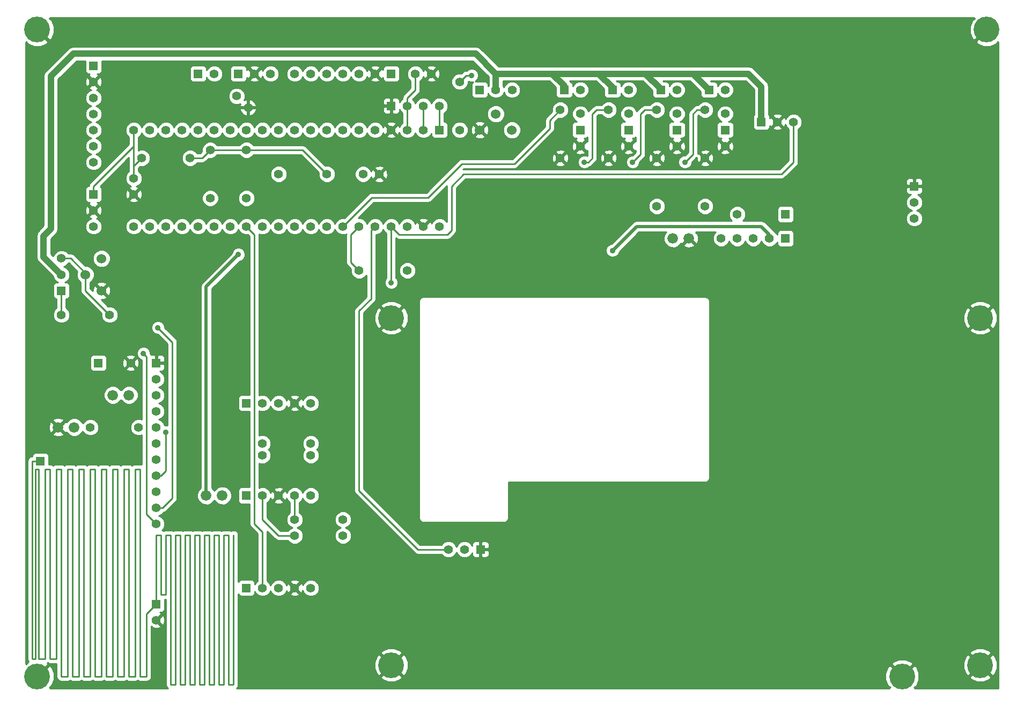
<source format=gtl>
G04 (created by PCBNEW (2013-07-07 BZR 4022)-stable) date 6/22/2016 10:38:55 PM*
%MOIN*%
G04 Gerber Fmt 3.4, Leading zero omitted, Abs format*
%FSLAX34Y34*%
G01*
G70*
G90*
G04 APERTURE LIST*
%ADD10C,0.00590551*%
%ADD11R,0.055X0.055*%
%ADD12C,0.055*%
%ADD13C,0.06*%
%ADD14C,0.066*%
%ADD15C,0.16*%
%ADD16C,0.035*%
%ADD17C,0.04*%
%ADD18C,0.01*%
%ADD19C,0.02*%
G04 APERTURE END LIST*
G54D10*
G54D11*
X66750Y-28500D03*
G54D12*
X66750Y-27496D03*
X66750Y-29503D03*
G54D11*
X46000Y-25000D03*
G54D12*
X45000Y-25000D03*
X44000Y-25000D03*
X43000Y-25000D03*
X42000Y-25000D03*
X41000Y-25000D03*
X40000Y-25000D03*
G54D11*
X27500Y-24500D03*
G54D12*
X27500Y-25500D03*
X27500Y-26500D03*
X27500Y-27500D03*
X27500Y-28500D03*
X27500Y-29500D03*
X27500Y-30500D03*
G54D11*
X37000Y-51250D03*
G54D12*
X38000Y-51250D03*
X39000Y-51250D03*
X40000Y-51250D03*
X41000Y-51250D03*
G54D11*
X37000Y-45500D03*
G54D12*
X38000Y-45500D03*
X39000Y-45500D03*
X40000Y-45500D03*
X41000Y-45500D03*
G54D11*
X37000Y-57000D03*
G54D12*
X38000Y-57000D03*
X39000Y-57000D03*
X40000Y-57000D03*
X41000Y-57000D03*
G54D11*
X70500Y-35250D03*
G54D12*
X69500Y-35250D03*
X68500Y-35250D03*
X67500Y-35250D03*
X66500Y-35250D03*
G54D11*
X46000Y-27000D03*
G54D12*
X47000Y-27000D03*
X48000Y-27000D03*
X49000Y-27000D03*
G54D11*
X51550Y-54600D03*
G54D12*
X50550Y-54600D03*
X49550Y-54600D03*
G54D11*
X78500Y-32000D03*
G54D12*
X78500Y-33000D03*
X78500Y-34000D03*
G54D11*
X27500Y-32500D03*
G54D12*
X27500Y-33500D03*
X27500Y-34500D03*
G54D11*
X69000Y-28000D03*
G54D12*
X70000Y-28000D03*
X71000Y-28000D03*
G54D11*
X36500Y-25000D03*
G54D12*
X37500Y-25000D03*
X38500Y-25000D03*
G54D11*
X62750Y-26000D03*
G54D12*
X63750Y-26000D03*
G54D11*
X65750Y-26000D03*
G54D12*
X66750Y-26000D03*
G54D11*
X59750Y-26000D03*
G54D12*
X60750Y-26000D03*
G54D11*
X56750Y-26000D03*
G54D12*
X57750Y-26000D03*
G54D11*
X34000Y-25000D03*
G54D12*
X35000Y-25000D03*
G54D11*
X31400Y-58000D03*
G54D12*
X31400Y-59000D03*
G54D13*
X28000Y-38500D03*
X27000Y-37500D03*
X28000Y-36500D03*
X51500Y-28500D03*
X52500Y-27500D03*
X53500Y-28500D03*
G54D12*
X62500Y-27250D03*
X62500Y-30250D03*
X59500Y-27250D03*
X59500Y-30250D03*
X65500Y-27250D03*
X65500Y-30250D03*
X56500Y-27250D03*
X56500Y-30250D03*
X34750Y-32750D03*
X34750Y-29750D03*
X40000Y-52750D03*
X43000Y-52750D03*
X38000Y-48000D03*
X41000Y-48000D03*
X38000Y-48750D03*
X41000Y-48750D03*
X37000Y-29750D03*
X37000Y-32750D03*
X65500Y-33250D03*
X62500Y-33250D03*
X40000Y-53750D03*
X43000Y-53750D03*
X47000Y-37250D03*
X44000Y-37250D03*
X50250Y-28500D03*
X50250Y-25500D03*
X33500Y-30250D03*
X30500Y-30250D03*
X25500Y-40000D03*
X28500Y-40000D03*
X42000Y-31250D03*
X39000Y-31250D03*
G54D14*
X34500Y-51250D03*
X35500Y-51250D03*
X63500Y-35250D03*
X64500Y-35250D03*
G54D11*
X49000Y-28500D03*
G54D12*
X48000Y-28500D03*
X47000Y-28500D03*
X46000Y-28500D03*
X45000Y-28500D03*
X44000Y-28500D03*
X43000Y-28500D03*
X42000Y-28500D03*
X41000Y-28500D03*
X40000Y-28500D03*
X39000Y-28500D03*
X38000Y-28500D03*
X37000Y-28500D03*
X36000Y-28500D03*
X35000Y-28500D03*
X34000Y-28500D03*
X33000Y-28500D03*
X32000Y-28500D03*
X31000Y-28500D03*
X30000Y-28500D03*
X30000Y-34500D03*
X31000Y-34500D03*
X32000Y-34500D03*
X33000Y-34500D03*
X34000Y-34500D03*
X35000Y-34500D03*
X36000Y-34500D03*
X37000Y-34500D03*
X38000Y-34500D03*
X39000Y-34500D03*
X40000Y-34500D03*
X41000Y-34500D03*
X42000Y-34500D03*
X43000Y-34500D03*
X44000Y-34500D03*
X45000Y-34500D03*
X46000Y-34500D03*
X47000Y-34500D03*
X48000Y-34500D03*
X49000Y-34500D03*
G54D11*
X70500Y-33750D03*
G54D12*
X67500Y-33750D03*
X36396Y-26396D03*
X37103Y-27103D03*
X30000Y-31500D03*
X30000Y-32500D03*
X45250Y-31250D03*
X44250Y-31250D03*
X47500Y-25000D03*
X48500Y-25000D03*
G54D15*
X82600Y-61800D03*
X46000Y-61800D03*
X46000Y-40200D03*
X82600Y-40200D03*
X24000Y-22250D03*
X83000Y-22250D03*
X24000Y-62500D03*
X77750Y-62500D03*
G54D11*
X51500Y-26000D03*
G54D12*
X53503Y-26000D03*
X52500Y-26000D03*
G54D11*
X25500Y-38500D03*
G54D12*
X25500Y-36496D03*
X25500Y-37500D03*
X30300Y-47000D03*
X27300Y-47000D03*
G54D11*
X27800Y-43000D03*
G54D12*
X29803Y-43000D03*
G54D14*
X26300Y-47000D03*
X25300Y-47000D03*
X28700Y-45000D03*
X29700Y-45000D03*
G54D11*
X31400Y-43000D03*
G54D12*
X31400Y-44000D03*
X31400Y-45000D03*
X31400Y-46000D03*
X31400Y-47000D03*
X31400Y-48000D03*
X31400Y-49000D03*
X31400Y-50000D03*
X31400Y-51000D03*
X31400Y-52000D03*
X31400Y-53000D03*
G54D11*
X24200Y-49100D03*
X57750Y-28500D03*
G54D12*
X57750Y-27496D03*
X57750Y-29503D03*
G54D11*
X60750Y-28500D03*
G54D12*
X60750Y-27496D03*
X60750Y-29503D03*
G54D11*
X63750Y-28500D03*
G54D12*
X63750Y-27496D03*
X63750Y-29503D03*
G54D16*
X59750Y-36000D03*
X36500Y-36250D03*
X32000Y-47300D03*
X31500Y-40800D03*
X30600Y-42400D03*
X51000Y-25100D03*
X58000Y-30500D03*
X61000Y-30500D03*
X64250Y-30500D03*
X46000Y-38000D03*
G54D17*
X64750Y-25000D02*
X68200Y-25000D01*
X69000Y-25800D02*
X69000Y-28000D01*
X68200Y-25000D02*
X69000Y-25800D01*
X61800Y-25000D02*
X62750Y-25950D01*
X62750Y-25950D02*
X62750Y-26000D01*
X58900Y-25000D02*
X59750Y-25850D01*
X59750Y-25850D02*
X59750Y-26000D01*
X56000Y-25000D02*
X56750Y-25750D01*
X56750Y-25750D02*
X56750Y-26000D01*
X51250Y-23750D02*
X52500Y-25000D01*
X52500Y-25000D02*
X56000Y-25000D01*
X56000Y-25000D02*
X58900Y-25000D01*
X58900Y-25000D02*
X61800Y-25000D01*
X61800Y-25000D02*
X64750Y-25000D01*
X64750Y-25000D02*
X65750Y-26000D01*
X25500Y-37500D02*
X24400Y-36400D01*
X24850Y-25150D02*
X26250Y-23750D01*
X24850Y-34650D02*
X24850Y-25150D01*
X26250Y-23750D02*
X51250Y-23750D01*
X24400Y-35100D02*
X24850Y-34650D01*
X24400Y-36400D02*
X24400Y-35100D01*
G54D18*
X52500Y-25000D02*
X52000Y-24500D01*
G54D17*
X52500Y-25000D02*
X52500Y-26000D01*
G54D19*
X34500Y-51250D02*
X34500Y-48750D01*
X34500Y-38250D02*
X34500Y-44500D01*
X69500Y-35000D02*
X69000Y-34500D01*
X69000Y-34500D02*
X61250Y-34500D01*
X61250Y-34500D02*
X59750Y-36000D01*
X34500Y-48750D02*
X34500Y-44500D01*
X36500Y-36250D02*
X34500Y-38250D01*
X69500Y-35000D02*
X69500Y-35250D01*
G54D18*
X31700Y-50000D02*
X31400Y-50000D01*
X32000Y-49700D02*
X31700Y-50000D01*
X32000Y-47300D02*
X32000Y-49700D01*
X31800Y-52000D02*
X31400Y-52000D01*
X32400Y-51400D02*
X31800Y-52000D01*
X32400Y-41700D02*
X32400Y-51400D01*
X31500Y-40800D02*
X32400Y-41700D01*
X30800Y-52400D02*
X31400Y-53000D01*
X30800Y-42600D02*
X30800Y-52400D01*
X30600Y-42400D02*
X30800Y-42600D01*
X38000Y-57000D02*
X38000Y-55250D01*
X38000Y-53500D02*
X38000Y-55250D01*
X37500Y-35000D02*
X37000Y-34500D01*
X37500Y-53000D02*
X37500Y-41250D01*
X38000Y-53500D02*
X37500Y-53000D01*
X37500Y-35000D02*
X37500Y-41250D01*
X25500Y-40000D02*
X25500Y-38500D01*
X27000Y-37500D02*
X27000Y-37400D01*
X26096Y-36496D02*
X25500Y-36496D01*
X27000Y-37400D02*
X26096Y-36496D01*
X27000Y-37500D02*
X27000Y-38500D01*
X27000Y-38500D02*
X28500Y-40000D01*
X50250Y-25500D02*
X50650Y-25100D01*
X50650Y-25100D02*
X51000Y-25100D01*
X44000Y-48250D02*
X44000Y-50950D01*
X45000Y-34500D02*
X44750Y-34750D01*
X44750Y-34750D02*
X44750Y-39000D01*
X44000Y-39750D02*
X44000Y-48250D01*
X44750Y-39000D02*
X44000Y-39750D01*
X47650Y-54600D02*
X49550Y-54600D01*
X44000Y-50950D02*
X47650Y-54600D01*
X34700Y-63000D02*
X35000Y-63000D01*
X34100Y-53700D02*
X34100Y-63000D01*
X34100Y-63000D02*
X34400Y-63000D01*
X34400Y-63000D02*
X34400Y-53700D01*
X34400Y-53700D02*
X34700Y-53700D01*
X34700Y-53700D02*
X34700Y-63000D01*
X31400Y-58000D02*
X31400Y-53700D01*
X33800Y-63000D02*
X33800Y-53700D01*
X33500Y-63000D02*
X33800Y-63000D01*
X33500Y-53700D02*
X33500Y-63000D01*
X33200Y-53700D02*
X33500Y-53700D01*
X33200Y-63000D02*
X33200Y-53700D01*
X32900Y-63000D02*
X33200Y-63000D01*
X32900Y-53700D02*
X32900Y-63000D01*
X32600Y-53700D02*
X32900Y-53700D01*
X32600Y-63000D02*
X32600Y-53700D01*
X32300Y-63000D02*
X32600Y-63000D01*
X32300Y-53700D02*
X32300Y-63000D01*
X32000Y-53700D02*
X32300Y-53700D01*
X32000Y-57400D02*
X32000Y-53700D01*
X31700Y-57400D02*
X32000Y-57400D01*
X31700Y-53800D02*
X31700Y-57400D01*
X31700Y-53700D02*
X31700Y-53800D01*
X31400Y-53700D02*
X31700Y-53700D01*
X33800Y-53700D02*
X34100Y-53700D01*
X36200Y-62900D02*
X36200Y-53700D01*
X36200Y-63000D02*
X36200Y-62900D01*
X35900Y-63000D02*
X36200Y-63000D01*
X35900Y-53800D02*
X35900Y-63000D01*
X35900Y-53700D02*
X35900Y-53800D01*
X35600Y-53700D02*
X35900Y-53700D01*
X35600Y-62900D02*
X35600Y-53700D01*
X35600Y-63000D02*
X35600Y-62900D01*
X35300Y-63000D02*
X35600Y-63000D01*
X35300Y-53700D02*
X35300Y-63000D01*
X35000Y-53700D02*
X35300Y-53700D01*
X35000Y-63000D02*
X35000Y-53700D01*
X24100Y-61400D02*
X24100Y-49600D01*
X30800Y-58600D02*
X30800Y-62500D01*
X30800Y-62500D02*
X30400Y-62500D01*
X30400Y-62500D02*
X30400Y-49600D01*
X30400Y-49600D02*
X30100Y-49600D01*
X30100Y-49600D02*
X30100Y-62500D01*
X30100Y-62500D02*
X29700Y-62500D01*
X29700Y-62500D02*
X29700Y-49600D01*
X29700Y-49600D02*
X29400Y-49600D01*
X29400Y-49600D02*
X29400Y-62500D01*
X29400Y-62500D02*
X29000Y-62500D01*
X29000Y-62500D02*
X29000Y-49600D01*
X29000Y-49600D02*
X28700Y-49600D01*
X28700Y-49600D02*
X28700Y-62500D01*
X28700Y-62500D02*
X28300Y-62500D01*
X28300Y-62500D02*
X28300Y-50100D01*
X28300Y-50100D02*
X28300Y-49600D01*
X28300Y-49600D02*
X28000Y-49600D01*
X28000Y-49600D02*
X28000Y-62500D01*
X28000Y-62500D02*
X27600Y-62500D01*
X27600Y-62500D02*
X27600Y-49600D01*
X27600Y-49600D02*
X27300Y-49600D01*
X27300Y-49600D02*
X27300Y-62500D01*
X27300Y-62500D02*
X26900Y-62500D01*
X26900Y-62500D02*
X26900Y-49600D01*
X26900Y-49600D02*
X26600Y-49600D01*
X26600Y-49600D02*
X26600Y-62500D01*
X26600Y-62500D02*
X26200Y-62500D01*
X26200Y-62500D02*
X26200Y-49600D01*
X26200Y-49600D02*
X25900Y-49600D01*
X25900Y-49600D02*
X25900Y-62500D01*
X25900Y-62500D02*
X25500Y-62500D01*
X25500Y-62500D02*
X25500Y-49600D01*
X25500Y-49600D02*
X25200Y-49600D01*
X25200Y-49600D02*
X25200Y-61400D01*
X25200Y-61400D02*
X24800Y-61400D01*
X24800Y-49600D02*
X24500Y-49600D01*
X24800Y-61400D02*
X24800Y-49600D01*
X24500Y-49600D02*
X24500Y-61400D01*
X24500Y-61400D02*
X24100Y-61400D01*
X31400Y-58000D02*
X30800Y-58600D01*
X23700Y-49100D02*
X24200Y-49100D01*
X23700Y-49100D02*
X23700Y-49100D01*
X23700Y-61400D02*
X23700Y-49100D01*
X23900Y-61400D02*
X23700Y-61400D01*
X23900Y-49600D02*
X23900Y-61400D01*
X24100Y-49600D02*
X23900Y-49600D01*
X59500Y-27250D02*
X58750Y-27250D01*
X58250Y-30500D02*
X58000Y-30500D01*
X58500Y-30250D02*
X58250Y-30500D01*
X58500Y-27500D02*
X58500Y-30250D01*
X58750Y-27250D02*
X58500Y-27500D01*
X62500Y-27250D02*
X61750Y-27250D01*
X61500Y-30000D02*
X61000Y-30500D01*
X61500Y-27500D02*
X61500Y-30000D01*
X61750Y-27250D02*
X61500Y-27500D01*
X65500Y-27250D02*
X65000Y-27250D01*
X64750Y-30000D02*
X64250Y-30500D01*
X64750Y-27500D02*
X64750Y-30000D01*
X65000Y-27250D02*
X64750Y-27500D01*
X30500Y-30250D02*
X30000Y-30750D01*
X30000Y-29500D02*
X30000Y-30750D01*
X30000Y-30750D02*
X30000Y-31500D01*
X27500Y-32500D02*
X27500Y-32000D01*
X30000Y-29500D02*
X30000Y-28500D01*
X27500Y-32000D02*
X30000Y-29500D01*
X44000Y-37250D02*
X43500Y-36750D01*
X43500Y-35000D02*
X44000Y-34500D01*
X43500Y-36750D02*
X43500Y-35000D01*
X47000Y-28500D02*
X47000Y-27000D01*
X47500Y-25000D02*
X47500Y-26000D01*
X47000Y-26500D02*
X47000Y-28500D01*
X47500Y-26000D02*
X47000Y-26500D01*
X48000Y-27000D02*
X48000Y-28500D01*
X49000Y-27000D02*
X49000Y-28500D01*
X43000Y-34500D02*
X44800Y-32700D01*
X55850Y-27900D02*
X56500Y-27250D01*
X55850Y-28400D02*
X55850Y-27900D01*
X53650Y-30600D02*
X55850Y-28400D01*
X50400Y-30600D02*
X53650Y-30600D01*
X48300Y-32700D02*
X50400Y-30600D01*
X47950Y-32700D02*
X48300Y-32700D01*
X44800Y-32700D02*
X47950Y-32700D01*
X40000Y-51250D02*
X40000Y-52750D01*
X38000Y-51250D02*
X38000Y-52750D01*
X39000Y-53750D02*
X40000Y-53750D01*
X38000Y-52750D02*
X39000Y-53750D01*
X46000Y-34500D02*
X46000Y-38000D01*
X46000Y-34500D02*
X46500Y-35000D01*
X71000Y-30500D02*
X71000Y-28000D01*
X70250Y-31250D02*
X71000Y-30500D01*
X50500Y-31250D02*
X70250Y-31250D01*
X49750Y-32000D02*
X50500Y-31250D01*
X49750Y-34750D02*
X49750Y-32000D01*
X49500Y-35000D02*
X49750Y-34750D01*
X46500Y-35000D02*
X49500Y-35000D01*
X37000Y-29750D02*
X40500Y-29750D01*
X40500Y-29750D02*
X42000Y-31250D01*
X34750Y-29750D02*
X37000Y-29750D01*
X33500Y-30250D02*
X34250Y-30250D01*
X34250Y-30250D02*
X34750Y-29750D01*
G54D10*
G36*
X32115Y-63230D02*
X31929Y-63230D01*
X31929Y-59075D01*
X31918Y-58867D01*
X31860Y-58727D01*
X31767Y-58702D01*
X31470Y-59000D01*
X31767Y-59297D01*
X31860Y-59272D01*
X31929Y-59075D01*
X31929Y-63230D01*
X31697Y-63230D01*
X25051Y-63230D01*
X24782Y-63230D01*
X24791Y-63220D01*
X24747Y-63176D01*
X24894Y-63088D01*
X25051Y-62701D01*
X25048Y-62283D01*
X24894Y-61911D01*
X24747Y-61823D01*
X24070Y-62500D01*
X24076Y-62505D01*
X24005Y-62576D01*
X24000Y-62570D01*
X23994Y-62576D01*
X23923Y-62505D01*
X23929Y-62500D01*
X23923Y-62494D01*
X23994Y-62423D01*
X24000Y-62429D01*
X24676Y-61752D01*
X24626Y-61669D01*
X24650Y-61653D01*
X24685Y-61677D01*
X24800Y-61700D01*
X25200Y-61700D01*
X25200Y-62500D01*
X25222Y-62614D01*
X25287Y-62712D01*
X25385Y-62777D01*
X25500Y-62800D01*
X25900Y-62800D01*
X26014Y-62777D01*
X26050Y-62753D01*
X26085Y-62777D01*
X26200Y-62800D01*
X26600Y-62800D01*
X26714Y-62777D01*
X26750Y-62753D01*
X26785Y-62777D01*
X26900Y-62800D01*
X27300Y-62800D01*
X27414Y-62777D01*
X27450Y-62753D01*
X27485Y-62777D01*
X27600Y-62800D01*
X28000Y-62800D01*
X28114Y-62777D01*
X28150Y-62753D01*
X28185Y-62777D01*
X28300Y-62800D01*
X28700Y-62800D01*
X28814Y-62777D01*
X28850Y-62753D01*
X28885Y-62777D01*
X29000Y-62800D01*
X29400Y-62800D01*
X29514Y-62777D01*
X29550Y-62753D01*
X29585Y-62777D01*
X29700Y-62800D01*
X30100Y-62800D01*
X30214Y-62777D01*
X30250Y-62753D01*
X30285Y-62777D01*
X30400Y-62800D01*
X30800Y-62800D01*
X30914Y-62777D01*
X31012Y-62712D01*
X31077Y-62614D01*
X31100Y-62500D01*
X31100Y-59370D01*
X31102Y-59367D01*
X31127Y-59460D01*
X31324Y-59529D01*
X31532Y-59518D01*
X31672Y-59460D01*
X31697Y-59367D01*
X31400Y-59070D01*
X31394Y-59076D01*
X31323Y-59005D01*
X31329Y-59000D01*
X31323Y-58994D01*
X31394Y-58923D01*
X31400Y-58929D01*
X31697Y-58632D01*
X31672Y-58539D01*
X31631Y-58525D01*
X31724Y-58525D01*
X31816Y-58487D01*
X31886Y-58416D01*
X31924Y-58324D01*
X31925Y-58225D01*
X31925Y-57700D01*
X32000Y-57700D01*
X32000Y-63000D01*
X32022Y-63114D01*
X32087Y-63212D01*
X32115Y-63230D01*
X32115Y-63230D01*
G37*
G54D18*
X32115Y-63230D02*
X31929Y-63230D01*
X31929Y-59075D01*
X31918Y-58867D01*
X31860Y-58727D01*
X31767Y-58702D01*
X31470Y-59000D01*
X31767Y-59297D01*
X31860Y-59272D01*
X31929Y-59075D01*
X31929Y-63230D01*
X31697Y-63230D01*
X25051Y-63230D01*
X24782Y-63230D01*
X24791Y-63220D01*
X24747Y-63176D01*
X24894Y-63088D01*
X25051Y-62701D01*
X25048Y-62283D01*
X24894Y-61911D01*
X24747Y-61823D01*
X24070Y-62500D01*
X24076Y-62505D01*
X24005Y-62576D01*
X24000Y-62570D01*
X23994Y-62576D01*
X23923Y-62505D01*
X23929Y-62500D01*
X23923Y-62494D01*
X23994Y-62423D01*
X24000Y-62429D01*
X24676Y-61752D01*
X24626Y-61669D01*
X24650Y-61653D01*
X24685Y-61677D01*
X24800Y-61700D01*
X25200Y-61700D01*
X25200Y-62500D01*
X25222Y-62614D01*
X25287Y-62712D01*
X25385Y-62777D01*
X25500Y-62800D01*
X25900Y-62800D01*
X26014Y-62777D01*
X26050Y-62753D01*
X26085Y-62777D01*
X26200Y-62800D01*
X26600Y-62800D01*
X26714Y-62777D01*
X26750Y-62753D01*
X26785Y-62777D01*
X26900Y-62800D01*
X27300Y-62800D01*
X27414Y-62777D01*
X27450Y-62753D01*
X27485Y-62777D01*
X27600Y-62800D01*
X28000Y-62800D01*
X28114Y-62777D01*
X28150Y-62753D01*
X28185Y-62777D01*
X28300Y-62800D01*
X28700Y-62800D01*
X28814Y-62777D01*
X28850Y-62753D01*
X28885Y-62777D01*
X29000Y-62800D01*
X29400Y-62800D01*
X29514Y-62777D01*
X29550Y-62753D01*
X29585Y-62777D01*
X29700Y-62800D01*
X30100Y-62800D01*
X30214Y-62777D01*
X30250Y-62753D01*
X30285Y-62777D01*
X30400Y-62800D01*
X30800Y-62800D01*
X30914Y-62777D01*
X31012Y-62712D01*
X31077Y-62614D01*
X31100Y-62500D01*
X31100Y-59370D01*
X31102Y-59367D01*
X31127Y-59460D01*
X31324Y-59529D01*
X31532Y-59518D01*
X31672Y-59460D01*
X31697Y-59367D01*
X31400Y-59070D01*
X31394Y-59076D01*
X31323Y-59005D01*
X31329Y-59000D01*
X31323Y-58994D01*
X31394Y-58923D01*
X31400Y-58929D01*
X31697Y-58632D01*
X31672Y-58539D01*
X31631Y-58525D01*
X31724Y-58525D01*
X31816Y-58487D01*
X31886Y-58416D01*
X31924Y-58324D01*
X31925Y-58225D01*
X31925Y-57700D01*
X32000Y-57700D01*
X32000Y-63000D01*
X32022Y-63114D01*
X32087Y-63212D01*
X32115Y-63230D01*
G54D10*
G36*
X49456Y-31967D02*
X49450Y-32000D01*
X49450Y-34214D01*
X49445Y-34203D01*
X49297Y-34055D01*
X49104Y-33975D01*
X48896Y-33974D01*
X48703Y-34054D01*
X48555Y-34202D01*
X48502Y-34328D01*
X48460Y-34227D01*
X48367Y-34202D01*
X48297Y-34273D01*
X48297Y-34132D01*
X48272Y-34039D01*
X48075Y-33970D01*
X47867Y-33981D01*
X47727Y-34039D01*
X47702Y-34132D01*
X48000Y-34429D01*
X48297Y-34132D01*
X48297Y-34273D01*
X48070Y-34500D01*
X48076Y-34505D01*
X48005Y-34576D01*
X48000Y-34570D01*
X47994Y-34576D01*
X47923Y-34505D01*
X47929Y-34500D01*
X47632Y-34202D01*
X47539Y-34227D01*
X47500Y-34337D01*
X47445Y-34203D01*
X47297Y-34055D01*
X47104Y-33975D01*
X46896Y-33974D01*
X46703Y-34054D01*
X46555Y-34202D01*
X46499Y-34335D01*
X46445Y-34203D01*
X46297Y-34055D01*
X46104Y-33975D01*
X45896Y-33974D01*
X45703Y-34054D01*
X45555Y-34202D01*
X45499Y-34335D01*
X45445Y-34203D01*
X45297Y-34055D01*
X45104Y-33975D01*
X44896Y-33974D01*
X44703Y-34054D01*
X44555Y-34202D01*
X44499Y-34335D01*
X44445Y-34203D01*
X44297Y-34055D01*
X44104Y-33975D01*
X43949Y-33974D01*
X44924Y-33000D01*
X47950Y-33000D01*
X48300Y-33000D01*
X48300Y-32999D01*
X48414Y-32977D01*
X48414Y-32977D01*
X48512Y-32912D01*
X49456Y-31967D01*
X49456Y-31967D01*
G37*
G54D18*
X49456Y-31967D02*
X49450Y-32000D01*
X49450Y-34214D01*
X49445Y-34203D01*
X49297Y-34055D01*
X49104Y-33975D01*
X48896Y-33974D01*
X48703Y-34054D01*
X48555Y-34202D01*
X48502Y-34328D01*
X48460Y-34227D01*
X48367Y-34202D01*
X48297Y-34273D01*
X48297Y-34132D01*
X48272Y-34039D01*
X48075Y-33970D01*
X47867Y-33981D01*
X47727Y-34039D01*
X47702Y-34132D01*
X48000Y-34429D01*
X48297Y-34132D01*
X48297Y-34273D01*
X48070Y-34500D01*
X48076Y-34505D01*
X48005Y-34576D01*
X48000Y-34570D01*
X47994Y-34576D01*
X47923Y-34505D01*
X47929Y-34500D01*
X47632Y-34202D01*
X47539Y-34227D01*
X47500Y-34337D01*
X47445Y-34203D01*
X47297Y-34055D01*
X47104Y-33975D01*
X46896Y-33974D01*
X46703Y-34054D01*
X46555Y-34202D01*
X46499Y-34335D01*
X46445Y-34203D01*
X46297Y-34055D01*
X46104Y-33975D01*
X45896Y-33974D01*
X45703Y-34054D01*
X45555Y-34202D01*
X45499Y-34335D01*
X45445Y-34203D01*
X45297Y-34055D01*
X45104Y-33975D01*
X44896Y-33974D01*
X44703Y-34054D01*
X44555Y-34202D01*
X44499Y-34335D01*
X44445Y-34203D01*
X44297Y-34055D01*
X44104Y-33975D01*
X43949Y-33974D01*
X44924Y-33000D01*
X47950Y-33000D01*
X48300Y-33000D01*
X48300Y-32999D01*
X48414Y-32977D01*
X48414Y-32977D01*
X48512Y-32912D01*
X49456Y-31967D01*
G54D10*
G36*
X83730Y-63230D02*
X83676Y-63230D01*
X83651Y-63230D01*
X83651Y-62001D01*
X83651Y-40401D01*
X83648Y-39983D01*
X83494Y-39611D01*
X83347Y-39523D01*
X83276Y-39594D01*
X83276Y-39452D01*
X83188Y-39305D01*
X82801Y-39148D01*
X82383Y-39151D01*
X82011Y-39305D01*
X81923Y-39452D01*
X82600Y-40129D01*
X83276Y-39452D01*
X83276Y-39594D01*
X82670Y-40200D01*
X83347Y-40876D01*
X83494Y-40788D01*
X83651Y-40401D01*
X83651Y-62001D01*
X83648Y-61583D01*
X83494Y-61211D01*
X83347Y-61123D01*
X83276Y-61194D01*
X83276Y-61052D01*
X83276Y-40947D01*
X82600Y-40270D01*
X82529Y-40341D01*
X82529Y-40200D01*
X81852Y-39523D01*
X81705Y-39611D01*
X81548Y-39998D01*
X81551Y-40416D01*
X81705Y-40788D01*
X81852Y-40876D01*
X82529Y-40200D01*
X82529Y-40341D01*
X81923Y-40947D01*
X82011Y-41094D01*
X82398Y-41251D01*
X82816Y-41248D01*
X83188Y-41094D01*
X83276Y-40947D01*
X83276Y-61052D01*
X83188Y-60905D01*
X82801Y-60748D01*
X82383Y-60751D01*
X82011Y-60905D01*
X81923Y-61052D01*
X82600Y-61729D01*
X83276Y-61052D01*
X83276Y-61194D01*
X82670Y-61800D01*
X83347Y-62476D01*
X83494Y-62388D01*
X83651Y-62001D01*
X83651Y-63230D01*
X83276Y-63230D01*
X83276Y-62547D01*
X82600Y-61870D01*
X82529Y-61941D01*
X82529Y-61800D01*
X81852Y-61123D01*
X81705Y-61211D01*
X81548Y-61598D01*
X81551Y-62016D01*
X81705Y-62388D01*
X81852Y-62476D01*
X82529Y-61800D01*
X82529Y-61941D01*
X81923Y-62547D01*
X82011Y-62694D01*
X82398Y-62851D01*
X82816Y-62848D01*
X83188Y-62694D01*
X83276Y-62547D01*
X83276Y-63230D01*
X79025Y-63230D01*
X79025Y-33896D01*
X78945Y-33703D01*
X78797Y-33555D01*
X78664Y-33499D01*
X78797Y-33445D01*
X78944Y-33297D01*
X79024Y-33104D01*
X79025Y-32896D01*
X78945Y-32703D01*
X78797Y-32555D01*
X78725Y-32525D01*
X78725Y-32525D01*
X78824Y-32524D01*
X78916Y-32486D01*
X78987Y-32416D01*
X79025Y-32324D01*
X79025Y-31675D01*
X78987Y-31583D01*
X78916Y-31513D01*
X78824Y-31475D01*
X78725Y-31474D01*
X78612Y-31475D01*
X78550Y-31537D01*
X78550Y-31950D01*
X78962Y-31950D01*
X79025Y-31887D01*
X79025Y-31675D01*
X79025Y-32324D01*
X79025Y-32112D01*
X78962Y-32050D01*
X78550Y-32050D01*
X78550Y-32057D01*
X78450Y-32057D01*
X78450Y-32050D01*
X78450Y-31950D01*
X78450Y-31537D01*
X78387Y-31475D01*
X78274Y-31474D01*
X78175Y-31475D01*
X78083Y-31513D01*
X78012Y-31583D01*
X77974Y-31675D01*
X77975Y-31887D01*
X78037Y-31950D01*
X78450Y-31950D01*
X78450Y-32050D01*
X78037Y-32050D01*
X77975Y-32112D01*
X77974Y-32324D01*
X78012Y-32416D01*
X78083Y-32486D01*
X78175Y-32524D01*
X78274Y-32525D01*
X78274Y-32525D01*
X78203Y-32554D01*
X78055Y-32702D01*
X77975Y-32895D01*
X77974Y-33103D01*
X78054Y-33297D01*
X78202Y-33444D01*
X78335Y-33500D01*
X78203Y-33554D01*
X78055Y-33702D01*
X77975Y-33895D01*
X77974Y-34103D01*
X78054Y-34297D01*
X78202Y-34444D01*
X78395Y-34524D01*
X78603Y-34525D01*
X78797Y-34445D01*
X78944Y-34297D01*
X79024Y-34104D01*
X79025Y-33896D01*
X79025Y-63230D01*
X78801Y-63230D01*
X78532Y-63230D01*
X78541Y-63220D01*
X78497Y-63176D01*
X78644Y-63088D01*
X78801Y-62701D01*
X78798Y-62283D01*
X78644Y-61911D01*
X78497Y-61823D01*
X78426Y-61894D01*
X78426Y-61752D01*
X78338Y-61605D01*
X77951Y-61448D01*
X77533Y-61451D01*
X77161Y-61605D01*
X77073Y-61752D01*
X77750Y-62429D01*
X78426Y-61752D01*
X78426Y-61894D01*
X77820Y-62500D01*
X77826Y-62505D01*
X77755Y-62576D01*
X77750Y-62570D01*
X77744Y-62576D01*
X77679Y-62511D01*
X77673Y-62505D01*
X77679Y-62500D01*
X77002Y-61823D01*
X76855Y-61911D01*
X76698Y-62298D01*
X76701Y-62716D01*
X76855Y-63088D01*
X77002Y-63176D01*
X76958Y-63220D01*
X76967Y-63230D01*
X71025Y-63230D01*
X71025Y-35475D01*
X71025Y-34925D01*
X71025Y-33975D01*
X71025Y-33425D01*
X70987Y-33333D01*
X70916Y-33263D01*
X70824Y-33225D01*
X70725Y-33224D01*
X70175Y-33224D01*
X70083Y-33262D01*
X70013Y-33333D01*
X69975Y-33425D01*
X69974Y-33524D01*
X69974Y-34074D01*
X70012Y-34166D01*
X70083Y-34236D01*
X70175Y-34274D01*
X70274Y-34275D01*
X70824Y-34275D01*
X70916Y-34237D01*
X70986Y-34166D01*
X71024Y-34074D01*
X71025Y-33975D01*
X71025Y-34925D01*
X70987Y-34833D01*
X70916Y-34763D01*
X70824Y-34725D01*
X70725Y-34724D01*
X70175Y-34724D01*
X70083Y-34762D01*
X70013Y-34833D01*
X69975Y-34925D01*
X69974Y-35024D01*
X69974Y-35024D01*
X69945Y-34953D01*
X69797Y-34805D01*
X69776Y-34796D01*
X69747Y-34752D01*
X69247Y-34252D01*
X69133Y-34176D01*
X69000Y-34150D01*
X67842Y-34150D01*
X67944Y-34047D01*
X68024Y-33854D01*
X68025Y-33646D01*
X67945Y-33453D01*
X67797Y-33305D01*
X67604Y-33225D01*
X67396Y-33224D01*
X67203Y-33304D01*
X67055Y-33452D01*
X66975Y-33645D01*
X66974Y-33853D01*
X67054Y-34047D01*
X67157Y-34150D01*
X66025Y-34150D01*
X66025Y-33146D01*
X65945Y-32953D01*
X65797Y-32805D01*
X65604Y-32725D01*
X65396Y-32724D01*
X65203Y-32804D01*
X65055Y-32952D01*
X64975Y-33145D01*
X64974Y-33353D01*
X65054Y-33547D01*
X65202Y-33694D01*
X65395Y-33774D01*
X65603Y-33775D01*
X65797Y-33695D01*
X65944Y-33547D01*
X66024Y-33354D01*
X66025Y-33146D01*
X66025Y-34150D01*
X63025Y-34150D01*
X63025Y-33146D01*
X62945Y-32953D01*
X62797Y-32805D01*
X62604Y-32725D01*
X62396Y-32724D01*
X62203Y-32804D01*
X62055Y-32952D01*
X61975Y-33145D01*
X61974Y-33353D01*
X62054Y-33547D01*
X62202Y-33694D01*
X62395Y-33774D01*
X62603Y-33775D01*
X62797Y-33695D01*
X62944Y-33547D01*
X63024Y-33354D01*
X63025Y-33146D01*
X63025Y-34150D01*
X61250Y-34150D01*
X61116Y-34176D01*
X61002Y-34252D01*
X61002Y-34252D01*
X59680Y-35574D01*
X59665Y-35574D01*
X59509Y-35639D01*
X59389Y-35758D01*
X59325Y-35915D01*
X59324Y-36084D01*
X59389Y-36240D01*
X59508Y-36360D01*
X59665Y-36424D01*
X59834Y-36425D01*
X59990Y-36360D01*
X60110Y-36241D01*
X60174Y-36084D01*
X60174Y-36070D01*
X61394Y-34850D01*
X63079Y-34850D01*
X63008Y-34921D01*
X62920Y-35134D01*
X62919Y-35364D01*
X63008Y-35578D01*
X63171Y-35741D01*
X63384Y-35829D01*
X63614Y-35830D01*
X63828Y-35741D01*
X63991Y-35578D01*
X64000Y-35557D01*
X64092Y-35586D01*
X64429Y-35250D01*
X64423Y-35244D01*
X64494Y-35173D01*
X64500Y-35179D01*
X64505Y-35173D01*
X64576Y-35244D01*
X64570Y-35250D01*
X64907Y-35586D01*
X65006Y-35555D01*
X65084Y-35338D01*
X65074Y-35108D01*
X65006Y-34944D01*
X64907Y-34913D01*
X64952Y-34867D01*
X64934Y-34850D01*
X66157Y-34850D01*
X66055Y-34952D01*
X65975Y-35145D01*
X65974Y-35353D01*
X66054Y-35547D01*
X66202Y-35694D01*
X66395Y-35774D01*
X66603Y-35775D01*
X66797Y-35695D01*
X66944Y-35547D01*
X67000Y-35414D01*
X67054Y-35547D01*
X67202Y-35694D01*
X67395Y-35774D01*
X67603Y-35775D01*
X67797Y-35695D01*
X67944Y-35547D01*
X68000Y-35414D01*
X68054Y-35547D01*
X68202Y-35694D01*
X68395Y-35774D01*
X68603Y-35775D01*
X68797Y-35695D01*
X68944Y-35547D01*
X69000Y-35414D01*
X69054Y-35547D01*
X69202Y-35694D01*
X69395Y-35774D01*
X69603Y-35775D01*
X69797Y-35695D01*
X69944Y-35547D01*
X69974Y-35475D01*
X69974Y-35574D01*
X70012Y-35666D01*
X70083Y-35736D01*
X70175Y-35774D01*
X70274Y-35775D01*
X70824Y-35775D01*
X70916Y-35737D01*
X70986Y-35666D01*
X71024Y-35574D01*
X71025Y-35475D01*
X71025Y-63230D01*
X65769Y-63230D01*
X65769Y-50150D01*
X65769Y-39150D01*
X65749Y-39046D01*
X65690Y-38959D01*
X65603Y-38900D01*
X65500Y-38880D01*
X65084Y-38880D01*
X64836Y-38880D01*
X64836Y-35657D01*
X64500Y-35320D01*
X64163Y-35657D01*
X64194Y-35756D01*
X64411Y-35834D01*
X64641Y-35824D01*
X64805Y-35756D01*
X64836Y-35657D01*
X64836Y-38880D01*
X48000Y-38880D01*
X47896Y-38900D01*
X47809Y-38959D01*
X47750Y-39046D01*
X47730Y-39150D01*
X47730Y-50150D01*
X47730Y-50600D01*
X47730Y-50650D01*
X47730Y-52650D01*
X47750Y-52753D01*
X47809Y-52840D01*
X47896Y-52899D01*
X48000Y-52919D01*
X53000Y-52919D01*
X53103Y-52899D01*
X53190Y-52840D01*
X53249Y-52753D01*
X53269Y-52650D01*
X53269Y-50650D01*
X53269Y-50600D01*
X53269Y-50419D01*
X54000Y-50419D01*
X65500Y-50419D01*
X65603Y-50399D01*
X65690Y-50340D01*
X65749Y-50253D01*
X65769Y-50150D01*
X65769Y-63230D01*
X52075Y-63230D01*
X52075Y-54825D01*
X52075Y-54374D01*
X52074Y-54275D01*
X52036Y-54183D01*
X51966Y-54112D01*
X51874Y-54074D01*
X51662Y-54075D01*
X51600Y-54137D01*
X51600Y-54550D01*
X52012Y-54550D01*
X52075Y-54487D01*
X52075Y-54374D01*
X52075Y-54825D01*
X52075Y-54712D01*
X52012Y-54650D01*
X51600Y-54650D01*
X51600Y-55062D01*
X51662Y-55125D01*
X51874Y-55125D01*
X51966Y-55087D01*
X52036Y-55016D01*
X52074Y-54924D01*
X52075Y-54825D01*
X52075Y-63230D01*
X47051Y-63230D01*
X47051Y-62001D01*
X47048Y-61583D01*
X46894Y-61211D01*
X46747Y-61123D01*
X46676Y-61194D01*
X46676Y-61052D01*
X46588Y-60905D01*
X46201Y-60748D01*
X45783Y-60751D01*
X45411Y-60905D01*
X45323Y-61052D01*
X46000Y-61729D01*
X46676Y-61052D01*
X46676Y-61194D01*
X46070Y-61800D01*
X46747Y-62476D01*
X46894Y-62388D01*
X47051Y-62001D01*
X47051Y-63230D01*
X46676Y-63230D01*
X46676Y-62547D01*
X46000Y-61870D01*
X45929Y-61941D01*
X45929Y-61800D01*
X45252Y-61123D01*
X45105Y-61211D01*
X44948Y-61598D01*
X44951Y-62016D01*
X45105Y-62388D01*
X45252Y-62476D01*
X45929Y-61800D01*
X45929Y-61941D01*
X45323Y-62547D01*
X45411Y-62694D01*
X45798Y-62851D01*
X46216Y-62848D01*
X46588Y-62694D01*
X46676Y-62547D01*
X46676Y-63230D01*
X43525Y-63230D01*
X43525Y-53646D01*
X43445Y-53453D01*
X43297Y-53305D01*
X43164Y-53249D01*
X43297Y-53195D01*
X43444Y-53047D01*
X43524Y-52854D01*
X43525Y-52646D01*
X43445Y-52453D01*
X43297Y-52305D01*
X43104Y-52225D01*
X42896Y-52224D01*
X42703Y-52304D01*
X42555Y-52452D01*
X42475Y-52645D01*
X42474Y-52853D01*
X42554Y-53047D01*
X42702Y-53194D01*
X42835Y-53250D01*
X42703Y-53304D01*
X42555Y-53452D01*
X42475Y-53645D01*
X42474Y-53853D01*
X42554Y-54047D01*
X42702Y-54194D01*
X42895Y-54274D01*
X43103Y-54275D01*
X43297Y-54195D01*
X43444Y-54047D01*
X43524Y-53854D01*
X43525Y-53646D01*
X43525Y-63230D01*
X41525Y-63230D01*
X41525Y-56896D01*
X41445Y-56703D01*
X41297Y-56555D01*
X41104Y-56475D01*
X40896Y-56474D01*
X40703Y-56554D01*
X40555Y-56702D01*
X40502Y-56828D01*
X40460Y-56727D01*
X40367Y-56702D01*
X40297Y-56773D01*
X40297Y-56632D01*
X40272Y-56539D01*
X40075Y-56470D01*
X39867Y-56481D01*
X39727Y-56539D01*
X39702Y-56632D01*
X40000Y-56929D01*
X40297Y-56632D01*
X40297Y-56773D01*
X40070Y-57000D01*
X40367Y-57297D01*
X40460Y-57272D01*
X40499Y-57162D01*
X40554Y-57297D01*
X40702Y-57444D01*
X40895Y-57524D01*
X41103Y-57525D01*
X41297Y-57445D01*
X41444Y-57297D01*
X41524Y-57104D01*
X41525Y-56896D01*
X41525Y-63230D01*
X40297Y-63230D01*
X40297Y-57367D01*
X40000Y-57070D01*
X39702Y-57367D01*
X39727Y-57460D01*
X39924Y-57529D01*
X40132Y-57518D01*
X40272Y-57460D01*
X40297Y-57367D01*
X40297Y-63230D01*
X36384Y-63230D01*
X36412Y-63212D01*
X36477Y-63114D01*
X36500Y-63000D01*
X36500Y-62900D01*
X36500Y-57385D01*
X36512Y-57416D01*
X36583Y-57486D01*
X36675Y-57524D01*
X36774Y-57525D01*
X37324Y-57525D01*
X37416Y-57487D01*
X37486Y-57416D01*
X37524Y-57324D01*
X37525Y-57225D01*
X37525Y-57225D01*
X37554Y-57297D01*
X37702Y-57444D01*
X37895Y-57524D01*
X38103Y-57525D01*
X38297Y-57445D01*
X38444Y-57297D01*
X38500Y-57164D01*
X38554Y-57297D01*
X38702Y-57444D01*
X38895Y-57524D01*
X39103Y-57525D01*
X39297Y-57445D01*
X39444Y-57297D01*
X39497Y-57171D01*
X39539Y-57272D01*
X39632Y-57297D01*
X39929Y-57000D01*
X39632Y-56702D01*
X39539Y-56727D01*
X39500Y-56837D01*
X39445Y-56703D01*
X39297Y-56555D01*
X39104Y-56475D01*
X38896Y-56474D01*
X38703Y-56554D01*
X38555Y-56702D01*
X38499Y-56835D01*
X38445Y-56703D01*
X38300Y-56557D01*
X38300Y-55250D01*
X38300Y-53500D01*
X38293Y-53467D01*
X38787Y-53962D01*
X38787Y-53962D01*
X38885Y-54027D01*
X39000Y-54050D01*
X39557Y-54050D01*
X39702Y-54194D01*
X39895Y-54274D01*
X40103Y-54275D01*
X40297Y-54195D01*
X40444Y-54047D01*
X40524Y-53854D01*
X40525Y-53646D01*
X40445Y-53453D01*
X40297Y-53305D01*
X40164Y-53249D01*
X40297Y-53195D01*
X40444Y-53047D01*
X40524Y-52854D01*
X40525Y-52646D01*
X40445Y-52453D01*
X40300Y-52307D01*
X40300Y-51692D01*
X40444Y-51547D01*
X40500Y-51414D01*
X40554Y-51547D01*
X40702Y-51694D01*
X40895Y-51774D01*
X41103Y-51775D01*
X41297Y-51695D01*
X41444Y-51547D01*
X41524Y-51354D01*
X41525Y-51146D01*
X41525Y-48646D01*
X41445Y-48453D01*
X41367Y-48374D01*
X41444Y-48297D01*
X41524Y-48104D01*
X41525Y-47896D01*
X41525Y-45396D01*
X41445Y-45203D01*
X41297Y-45055D01*
X41104Y-44975D01*
X40896Y-44974D01*
X40703Y-45054D01*
X40555Y-45202D01*
X40502Y-45328D01*
X40460Y-45227D01*
X40367Y-45202D01*
X40297Y-45273D01*
X40297Y-45132D01*
X40272Y-45039D01*
X40075Y-44970D01*
X39867Y-44981D01*
X39727Y-45039D01*
X39702Y-45132D01*
X40000Y-45429D01*
X40297Y-45132D01*
X40297Y-45273D01*
X40070Y-45500D01*
X40367Y-45797D01*
X40460Y-45772D01*
X40499Y-45662D01*
X40554Y-45797D01*
X40702Y-45944D01*
X40895Y-46024D01*
X41103Y-46025D01*
X41297Y-45945D01*
X41444Y-45797D01*
X41524Y-45604D01*
X41525Y-45396D01*
X41525Y-47896D01*
X41445Y-47703D01*
X41297Y-47555D01*
X41104Y-47475D01*
X40896Y-47474D01*
X40703Y-47554D01*
X40555Y-47702D01*
X40475Y-47895D01*
X40474Y-48103D01*
X40554Y-48297D01*
X40632Y-48375D01*
X40555Y-48452D01*
X40475Y-48645D01*
X40474Y-48853D01*
X40554Y-49047D01*
X40702Y-49194D01*
X40895Y-49274D01*
X41103Y-49275D01*
X41297Y-49195D01*
X41444Y-49047D01*
X41524Y-48854D01*
X41525Y-48646D01*
X41525Y-51146D01*
X41445Y-50953D01*
X41297Y-50805D01*
X41104Y-50725D01*
X40896Y-50724D01*
X40703Y-50804D01*
X40555Y-50952D01*
X40499Y-51085D01*
X40445Y-50953D01*
X40297Y-50805D01*
X40297Y-50804D01*
X40297Y-45867D01*
X40000Y-45570D01*
X39702Y-45867D01*
X39727Y-45960D01*
X39924Y-46029D01*
X40132Y-46018D01*
X40272Y-45960D01*
X40297Y-45867D01*
X40297Y-50804D01*
X40104Y-50725D01*
X39896Y-50724D01*
X39703Y-50804D01*
X39555Y-50952D01*
X39502Y-51078D01*
X39460Y-50977D01*
X39367Y-50952D01*
X39297Y-51023D01*
X39297Y-50882D01*
X39272Y-50789D01*
X39075Y-50720D01*
X38867Y-50731D01*
X38727Y-50789D01*
X38702Y-50882D01*
X39000Y-51179D01*
X39297Y-50882D01*
X39297Y-51023D01*
X39070Y-51250D01*
X39367Y-51547D01*
X39460Y-51522D01*
X39499Y-51412D01*
X39554Y-51547D01*
X39700Y-51692D01*
X39700Y-52307D01*
X39555Y-52452D01*
X39475Y-52645D01*
X39474Y-52853D01*
X39554Y-53047D01*
X39702Y-53194D01*
X39835Y-53250D01*
X39703Y-53304D01*
X39557Y-53450D01*
X39297Y-53450D01*
X39297Y-51617D01*
X39000Y-51320D01*
X38702Y-51617D01*
X38727Y-51710D01*
X38924Y-51779D01*
X39132Y-51768D01*
X39272Y-51710D01*
X39297Y-51617D01*
X39297Y-53450D01*
X39124Y-53450D01*
X38300Y-52625D01*
X38300Y-51692D01*
X38444Y-51547D01*
X38497Y-51421D01*
X38539Y-51522D01*
X38632Y-51547D01*
X38929Y-51250D01*
X38632Y-50952D01*
X38539Y-50977D01*
X38500Y-51087D01*
X38445Y-50953D01*
X38297Y-50805D01*
X38104Y-50725D01*
X37896Y-50724D01*
X37800Y-50764D01*
X37800Y-49235D01*
X37895Y-49274D01*
X38103Y-49275D01*
X38297Y-49195D01*
X38444Y-49047D01*
X38524Y-48854D01*
X38525Y-48646D01*
X38445Y-48453D01*
X38367Y-48374D01*
X38444Y-48297D01*
X38524Y-48104D01*
X38525Y-47896D01*
X38445Y-47703D01*
X38297Y-47555D01*
X38104Y-47475D01*
X37896Y-47474D01*
X37800Y-47514D01*
X37800Y-45985D01*
X37895Y-46024D01*
X38103Y-46025D01*
X38297Y-45945D01*
X38444Y-45797D01*
X38500Y-45664D01*
X38554Y-45797D01*
X38702Y-45944D01*
X38895Y-46024D01*
X39103Y-46025D01*
X39297Y-45945D01*
X39444Y-45797D01*
X39497Y-45671D01*
X39539Y-45772D01*
X39632Y-45797D01*
X39929Y-45500D01*
X39632Y-45202D01*
X39539Y-45227D01*
X39500Y-45337D01*
X39445Y-45203D01*
X39297Y-45055D01*
X39104Y-44975D01*
X38896Y-44974D01*
X38703Y-45054D01*
X38555Y-45202D01*
X38499Y-45335D01*
X38445Y-45203D01*
X38297Y-45055D01*
X38104Y-44975D01*
X37896Y-44974D01*
X37800Y-45014D01*
X37800Y-41250D01*
X37800Y-35000D01*
X37796Y-34984D01*
X37895Y-35024D01*
X38103Y-35025D01*
X38297Y-34945D01*
X38444Y-34797D01*
X38500Y-34664D01*
X38554Y-34797D01*
X38702Y-34944D01*
X38895Y-35024D01*
X39103Y-35025D01*
X39297Y-34945D01*
X39444Y-34797D01*
X39500Y-34664D01*
X39554Y-34797D01*
X39702Y-34944D01*
X39895Y-35024D01*
X40103Y-35025D01*
X40297Y-34945D01*
X40444Y-34797D01*
X40500Y-34664D01*
X40554Y-34797D01*
X40702Y-34944D01*
X40895Y-35024D01*
X41103Y-35025D01*
X41297Y-34945D01*
X41444Y-34797D01*
X41500Y-34664D01*
X41554Y-34797D01*
X41702Y-34944D01*
X41895Y-35024D01*
X42103Y-35025D01*
X42297Y-34945D01*
X42444Y-34797D01*
X42500Y-34664D01*
X42554Y-34797D01*
X42702Y-34944D01*
X42895Y-35024D01*
X43103Y-35025D01*
X43203Y-34984D01*
X43200Y-35000D01*
X43200Y-36750D01*
X43222Y-36864D01*
X43287Y-36962D01*
X43475Y-37149D01*
X43474Y-37353D01*
X43554Y-37547D01*
X43702Y-37694D01*
X43895Y-37774D01*
X44103Y-37775D01*
X44297Y-37695D01*
X44444Y-37547D01*
X44450Y-37535D01*
X44450Y-38875D01*
X43787Y-39537D01*
X43722Y-39635D01*
X43700Y-39750D01*
X43700Y-48250D01*
X43700Y-50950D01*
X43722Y-51064D01*
X43787Y-51162D01*
X47437Y-54812D01*
X47437Y-54812D01*
X47535Y-54877D01*
X47649Y-54899D01*
X47650Y-54900D01*
X49107Y-54900D01*
X49252Y-55044D01*
X49445Y-55124D01*
X49653Y-55125D01*
X49847Y-55045D01*
X49994Y-54897D01*
X50050Y-54764D01*
X50104Y-54897D01*
X50252Y-55044D01*
X50445Y-55124D01*
X50653Y-55125D01*
X50847Y-55045D01*
X50994Y-54897D01*
X51024Y-54825D01*
X51024Y-54825D01*
X51025Y-54924D01*
X51063Y-55016D01*
X51133Y-55087D01*
X51225Y-55125D01*
X51437Y-55125D01*
X51500Y-55062D01*
X51500Y-54650D01*
X51492Y-54650D01*
X51492Y-54550D01*
X51500Y-54550D01*
X51500Y-54137D01*
X51437Y-54075D01*
X51225Y-54074D01*
X51133Y-54112D01*
X51063Y-54183D01*
X51025Y-54275D01*
X51024Y-54374D01*
X51024Y-54374D01*
X50995Y-54303D01*
X50847Y-54155D01*
X50654Y-54075D01*
X50446Y-54074D01*
X50253Y-54154D01*
X50105Y-54302D01*
X50049Y-54435D01*
X49995Y-54303D01*
X49847Y-54155D01*
X49654Y-54075D01*
X49446Y-54074D01*
X49253Y-54154D01*
X49107Y-54300D01*
X47774Y-54300D01*
X47525Y-54050D01*
X47525Y-37146D01*
X47445Y-36953D01*
X47297Y-36805D01*
X47104Y-36725D01*
X46896Y-36724D01*
X46703Y-36804D01*
X46555Y-36952D01*
X46475Y-37145D01*
X46474Y-37353D01*
X46554Y-37547D01*
X46702Y-37694D01*
X46895Y-37774D01*
X47103Y-37775D01*
X47297Y-37695D01*
X47444Y-37547D01*
X47524Y-37354D01*
X47525Y-37146D01*
X47525Y-54050D01*
X47051Y-53577D01*
X47051Y-40401D01*
X47048Y-39983D01*
X46894Y-39611D01*
X46747Y-39523D01*
X46676Y-39594D01*
X46676Y-39452D01*
X46588Y-39305D01*
X46201Y-39148D01*
X45783Y-39151D01*
X45411Y-39305D01*
X45323Y-39452D01*
X46000Y-40129D01*
X46676Y-39452D01*
X46676Y-39594D01*
X46070Y-40200D01*
X46747Y-40876D01*
X46894Y-40788D01*
X47051Y-40401D01*
X47051Y-53577D01*
X46676Y-53202D01*
X46676Y-40947D01*
X46000Y-40270D01*
X45929Y-40341D01*
X45929Y-40200D01*
X45252Y-39523D01*
X45105Y-39611D01*
X44948Y-39998D01*
X44951Y-40416D01*
X45105Y-40788D01*
X45252Y-40876D01*
X45929Y-40200D01*
X45929Y-40341D01*
X45323Y-40947D01*
X45411Y-41094D01*
X45798Y-41251D01*
X46216Y-41248D01*
X46588Y-41094D01*
X46676Y-40947D01*
X46676Y-53202D01*
X44300Y-50825D01*
X44300Y-48250D01*
X44300Y-39874D01*
X44962Y-39212D01*
X44962Y-39212D01*
X45027Y-39114D01*
X45049Y-39000D01*
X45050Y-39000D01*
X45050Y-35025D01*
X45103Y-35025D01*
X45297Y-34945D01*
X45444Y-34797D01*
X45500Y-34664D01*
X45554Y-34797D01*
X45700Y-34942D01*
X45700Y-37698D01*
X45639Y-37758D01*
X45575Y-37915D01*
X45574Y-38084D01*
X45639Y-38240D01*
X45758Y-38360D01*
X45915Y-38424D01*
X46084Y-38425D01*
X46240Y-38360D01*
X46360Y-38241D01*
X46424Y-38084D01*
X46425Y-37915D01*
X46360Y-37759D01*
X46300Y-37698D01*
X46300Y-35220D01*
X46385Y-35277D01*
X46500Y-35300D01*
X49500Y-35300D01*
X49500Y-35299D01*
X49614Y-35277D01*
X49614Y-35277D01*
X49712Y-35212D01*
X49962Y-34962D01*
X49962Y-34962D01*
X50027Y-34864D01*
X50049Y-34750D01*
X50050Y-34750D01*
X50050Y-32124D01*
X50624Y-31550D01*
X70250Y-31550D01*
X70250Y-31549D01*
X70364Y-31527D01*
X70364Y-31527D01*
X70462Y-31462D01*
X71212Y-30712D01*
X71212Y-30712D01*
X71277Y-30614D01*
X71299Y-30500D01*
X71300Y-30500D01*
X71300Y-28442D01*
X71444Y-28297D01*
X71524Y-28104D01*
X71525Y-27896D01*
X71445Y-27703D01*
X71297Y-27555D01*
X71104Y-27475D01*
X70896Y-27474D01*
X70703Y-27554D01*
X70555Y-27702D01*
X70502Y-27828D01*
X70460Y-27727D01*
X70367Y-27702D01*
X70297Y-27773D01*
X70297Y-27632D01*
X70272Y-27539D01*
X70075Y-27470D01*
X69867Y-27481D01*
X69727Y-27539D01*
X69702Y-27632D01*
X70000Y-27929D01*
X70297Y-27632D01*
X70297Y-27773D01*
X70070Y-28000D01*
X70367Y-28297D01*
X70460Y-28272D01*
X70499Y-28162D01*
X70554Y-28297D01*
X70700Y-28442D01*
X70700Y-30375D01*
X70297Y-30778D01*
X70297Y-28367D01*
X70000Y-28070D01*
X69929Y-28141D01*
X69929Y-28000D01*
X69632Y-27702D01*
X69539Y-27727D01*
X69525Y-27768D01*
X69525Y-27675D01*
X69487Y-27583D01*
X69450Y-27546D01*
X69450Y-25800D01*
X69449Y-25799D01*
X69415Y-25627D01*
X69415Y-25627D01*
X69318Y-25481D01*
X69318Y-25481D01*
X68518Y-24681D01*
X68372Y-24584D01*
X68200Y-24550D01*
X64750Y-24550D01*
X61800Y-24550D01*
X58900Y-24550D01*
X56000Y-24550D01*
X52686Y-24550D01*
X51568Y-23431D01*
X51422Y-23334D01*
X51250Y-23300D01*
X26250Y-23300D01*
X26077Y-23334D01*
X25931Y-23431D01*
X25051Y-24312D01*
X24676Y-24687D01*
X24531Y-24831D01*
X24434Y-24977D01*
X24400Y-25150D01*
X24400Y-34463D01*
X24081Y-34781D01*
X23984Y-34927D01*
X23950Y-35100D01*
X23950Y-36400D01*
X23984Y-36572D01*
X24081Y-36718D01*
X24980Y-37616D01*
X25054Y-37797D01*
X25202Y-37944D01*
X25274Y-37974D01*
X25175Y-37974D01*
X25083Y-38012D01*
X25013Y-38083D01*
X24975Y-38175D01*
X24974Y-38274D01*
X24974Y-38824D01*
X25012Y-38916D01*
X25083Y-38986D01*
X25175Y-39024D01*
X25200Y-39024D01*
X25200Y-39557D01*
X25055Y-39702D01*
X24975Y-39895D01*
X24974Y-40103D01*
X25054Y-40297D01*
X25202Y-40444D01*
X25395Y-40524D01*
X25603Y-40525D01*
X25797Y-40445D01*
X25944Y-40297D01*
X26024Y-40104D01*
X26025Y-39896D01*
X25945Y-39703D01*
X25800Y-39557D01*
X25800Y-39025D01*
X25824Y-39025D01*
X25916Y-38987D01*
X25986Y-38916D01*
X26024Y-38824D01*
X26025Y-38725D01*
X26025Y-38175D01*
X25987Y-38083D01*
X25916Y-38013D01*
X25824Y-37975D01*
X25725Y-37974D01*
X25725Y-37974D01*
X25797Y-37945D01*
X25944Y-37797D01*
X26024Y-37604D01*
X26025Y-37396D01*
X25945Y-37203D01*
X25797Y-37055D01*
X25660Y-36997D01*
X25797Y-36941D01*
X25942Y-36796D01*
X25971Y-36796D01*
X26484Y-37308D01*
X26450Y-37390D01*
X26449Y-37608D01*
X26533Y-37811D01*
X26688Y-37965D01*
X26700Y-37970D01*
X26700Y-38500D01*
X26722Y-38614D01*
X26787Y-38712D01*
X27975Y-39899D01*
X27974Y-40103D01*
X28054Y-40297D01*
X28202Y-40444D01*
X28395Y-40524D01*
X28603Y-40525D01*
X28797Y-40445D01*
X28944Y-40297D01*
X29024Y-40104D01*
X29025Y-39896D01*
X28945Y-39703D01*
X28797Y-39555D01*
X28604Y-39475D01*
X28554Y-39475D01*
X28554Y-38581D01*
X28550Y-38488D01*
X28550Y-36391D01*
X28466Y-36188D01*
X28311Y-36034D01*
X28109Y-35950D01*
X28029Y-35950D01*
X28029Y-33575D01*
X28018Y-33367D01*
X27960Y-33227D01*
X27867Y-33202D01*
X27570Y-33500D01*
X27867Y-33797D01*
X27960Y-33772D01*
X28029Y-33575D01*
X28029Y-35950D01*
X28025Y-35950D01*
X28025Y-34396D01*
X27945Y-34203D01*
X27797Y-34055D01*
X27671Y-34002D01*
X27772Y-33960D01*
X27797Y-33867D01*
X27500Y-33570D01*
X27429Y-33641D01*
X27429Y-33500D01*
X27132Y-33202D01*
X27039Y-33227D01*
X26970Y-33424D01*
X26981Y-33632D01*
X27039Y-33772D01*
X27132Y-33797D01*
X27429Y-33500D01*
X27429Y-33641D01*
X27202Y-33867D01*
X27227Y-33960D01*
X27337Y-33999D01*
X27203Y-34054D01*
X27055Y-34202D01*
X26975Y-34395D01*
X26974Y-34603D01*
X27054Y-34797D01*
X27202Y-34944D01*
X27395Y-35024D01*
X27603Y-35025D01*
X27797Y-34945D01*
X27944Y-34797D01*
X28024Y-34604D01*
X28025Y-34396D01*
X28025Y-35950D01*
X27891Y-35949D01*
X27688Y-36033D01*
X27534Y-36188D01*
X27450Y-36390D01*
X27449Y-36608D01*
X27533Y-36811D01*
X27688Y-36965D01*
X27890Y-37049D01*
X28108Y-37050D01*
X28311Y-36966D01*
X28465Y-36811D01*
X28549Y-36609D01*
X28550Y-36391D01*
X28550Y-38488D01*
X28543Y-38363D01*
X28481Y-38212D01*
X28385Y-38184D01*
X28315Y-38255D01*
X28315Y-38114D01*
X28287Y-38018D01*
X28081Y-37945D01*
X27863Y-37956D01*
X27712Y-38018D01*
X27684Y-38114D01*
X28000Y-38429D01*
X28315Y-38114D01*
X28315Y-38255D01*
X28070Y-38500D01*
X28385Y-38815D01*
X28481Y-38787D01*
X28554Y-38581D01*
X28554Y-39475D01*
X28399Y-39474D01*
X27976Y-39051D01*
X28136Y-39043D01*
X28287Y-38981D01*
X28315Y-38885D01*
X28000Y-38570D01*
X27994Y-38576D01*
X27923Y-38505D01*
X27929Y-38500D01*
X27614Y-38184D01*
X27518Y-38212D01*
X27445Y-38418D01*
X27450Y-38526D01*
X27300Y-38375D01*
X27300Y-37971D01*
X27311Y-37966D01*
X27465Y-37811D01*
X27549Y-37609D01*
X27550Y-37391D01*
X27466Y-37188D01*
X27311Y-37034D01*
X27109Y-36950D01*
X26974Y-36949D01*
X26308Y-36283D01*
X26210Y-36218D01*
X26096Y-36196D01*
X25942Y-36196D01*
X25797Y-36051D01*
X25604Y-35971D01*
X25396Y-35970D01*
X25203Y-36050D01*
X25055Y-36198D01*
X24990Y-36354D01*
X24850Y-36213D01*
X24850Y-35286D01*
X25168Y-34968D01*
X25265Y-34822D01*
X25300Y-34650D01*
X25300Y-25336D01*
X26436Y-24200D01*
X26975Y-24200D01*
X26974Y-24274D01*
X26974Y-24824D01*
X27012Y-24916D01*
X27083Y-24986D01*
X27175Y-25024D01*
X27262Y-25025D01*
X27227Y-25039D01*
X27202Y-25132D01*
X27500Y-25429D01*
X27797Y-25132D01*
X27772Y-25039D01*
X27731Y-25025D01*
X27824Y-25025D01*
X27916Y-24987D01*
X27986Y-24916D01*
X28024Y-24824D01*
X28025Y-24725D01*
X28025Y-24200D01*
X51063Y-24200D01*
X52050Y-25186D01*
X52050Y-25714D01*
X52025Y-25774D01*
X52025Y-25675D01*
X51987Y-25583D01*
X51916Y-25513D01*
X51824Y-25475D01*
X51725Y-25474D01*
X51205Y-25474D01*
X51240Y-25460D01*
X51360Y-25341D01*
X51424Y-25184D01*
X51425Y-25015D01*
X51360Y-24859D01*
X51241Y-24739D01*
X51084Y-24675D01*
X50915Y-24674D01*
X50759Y-24739D01*
X50698Y-24800D01*
X50650Y-24800D01*
X50535Y-24822D01*
X50437Y-24887D01*
X50350Y-24975D01*
X50146Y-24974D01*
X49953Y-25054D01*
X49805Y-25202D01*
X49725Y-25395D01*
X49724Y-25603D01*
X49804Y-25797D01*
X49952Y-25944D01*
X50145Y-26024D01*
X50353Y-26025D01*
X50547Y-25945D01*
X50694Y-25797D01*
X50774Y-25604D01*
X50775Y-25466D01*
X50915Y-25524D01*
X51071Y-25525D01*
X51013Y-25583D01*
X50975Y-25675D01*
X50974Y-25774D01*
X50974Y-26324D01*
X51012Y-26416D01*
X51083Y-26486D01*
X51175Y-26524D01*
X51274Y-26525D01*
X51824Y-26525D01*
X51916Y-26487D01*
X51986Y-26416D01*
X52024Y-26324D01*
X52025Y-26225D01*
X52025Y-26225D01*
X52054Y-26297D01*
X52202Y-26444D01*
X52395Y-26524D01*
X52603Y-26525D01*
X52797Y-26445D01*
X52944Y-26297D01*
X53002Y-26160D01*
X53058Y-26297D01*
X53206Y-26444D01*
X53399Y-26524D01*
X53607Y-26525D01*
X53800Y-26445D01*
X53948Y-26297D01*
X54028Y-26104D01*
X54029Y-25896D01*
X53949Y-25703D01*
X53801Y-25555D01*
X53608Y-25475D01*
X53399Y-25474D01*
X53206Y-25554D01*
X53059Y-25702D01*
X53001Y-25839D01*
X52950Y-25714D01*
X52950Y-25450D01*
X55813Y-25450D01*
X56224Y-25861D01*
X56224Y-26324D01*
X56262Y-26416D01*
X56333Y-26486D01*
X56425Y-26524D01*
X56524Y-26525D01*
X57074Y-26525D01*
X57166Y-26487D01*
X57236Y-26416D01*
X57274Y-26324D01*
X57275Y-26225D01*
X57275Y-26225D01*
X57304Y-26297D01*
X57452Y-26444D01*
X57645Y-26524D01*
X57853Y-26525D01*
X58047Y-26445D01*
X58194Y-26297D01*
X58274Y-26104D01*
X58275Y-25896D01*
X58195Y-25703D01*
X58047Y-25555D01*
X57854Y-25475D01*
X57646Y-25474D01*
X57453Y-25554D01*
X57305Y-25702D01*
X57275Y-25774D01*
X57275Y-25675D01*
X57237Y-25583D01*
X57166Y-25513D01*
X57105Y-25487D01*
X57105Y-25487D01*
X57080Y-25450D01*
X58713Y-25450D01*
X59224Y-25961D01*
X59224Y-26324D01*
X59262Y-26416D01*
X59333Y-26486D01*
X59425Y-26524D01*
X59524Y-26525D01*
X60074Y-26525D01*
X60166Y-26487D01*
X60236Y-26416D01*
X60274Y-26324D01*
X60275Y-26225D01*
X60275Y-26225D01*
X60304Y-26297D01*
X60452Y-26444D01*
X60645Y-26524D01*
X60853Y-26525D01*
X61047Y-26445D01*
X61194Y-26297D01*
X61274Y-26104D01*
X61275Y-25896D01*
X61195Y-25703D01*
X61047Y-25555D01*
X60854Y-25475D01*
X60646Y-25474D01*
X60453Y-25554D01*
X60305Y-25702D01*
X60275Y-25774D01*
X60275Y-25675D01*
X60237Y-25583D01*
X60166Y-25513D01*
X60074Y-25475D01*
X60011Y-25474D01*
X59986Y-25450D01*
X61613Y-25450D01*
X62224Y-26061D01*
X62224Y-26324D01*
X62262Y-26416D01*
X62333Y-26486D01*
X62425Y-26524D01*
X62524Y-26525D01*
X63074Y-26525D01*
X63166Y-26487D01*
X63236Y-26416D01*
X63274Y-26324D01*
X63275Y-26225D01*
X63275Y-26225D01*
X63304Y-26297D01*
X63452Y-26444D01*
X63645Y-26524D01*
X63853Y-26525D01*
X64047Y-26445D01*
X64194Y-26297D01*
X64274Y-26104D01*
X64275Y-25896D01*
X64195Y-25703D01*
X64047Y-25555D01*
X63854Y-25475D01*
X63646Y-25474D01*
X63453Y-25554D01*
X63305Y-25702D01*
X63275Y-25774D01*
X63275Y-25675D01*
X63237Y-25583D01*
X63166Y-25513D01*
X63074Y-25475D01*
X62975Y-25474D01*
X62911Y-25474D01*
X62886Y-25450D01*
X64563Y-25450D01*
X65224Y-26111D01*
X65224Y-26324D01*
X65262Y-26416D01*
X65333Y-26486D01*
X65425Y-26524D01*
X65524Y-26525D01*
X66074Y-26525D01*
X66166Y-26487D01*
X66236Y-26416D01*
X66274Y-26324D01*
X66275Y-26225D01*
X66275Y-26225D01*
X66304Y-26297D01*
X66452Y-26444D01*
X66645Y-26524D01*
X66853Y-26525D01*
X67047Y-26445D01*
X67194Y-26297D01*
X67274Y-26104D01*
X67275Y-25896D01*
X67195Y-25703D01*
X67047Y-25555D01*
X66854Y-25475D01*
X66646Y-25474D01*
X66453Y-25554D01*
X66305Y-25702D01*
X66275Y-25774D01*
X66275Y-25675D01*
X66237Y-25583D01*
X66166Y-25513D01*
X66074Y-25475D01*
X65975Y-25474D01*
X65861Y-25474D01*
X65836Y-25450D01*
X68013Y-25450D01*
X68550Y-25986D01*
X68550Y-27546D01*
X68513Y-27583D01*
X68475Y-27675D01*
X68474Y-27774D01*
X68474Y-28324D01*
X68512Y-28416D01*
X68583Y-28486D01*
X68675Y-28524D01*
X68774Y-28525D01*
X69324Y-28525D01*
X69416Y-28487D01*
X69486Y-28416D01*
X69524Y-28324D01*
X69525Y-28237D01*
X69539Y-28272D01*
X69632Y-28297D01*
X69929Y-28000D01*
X69929Y-28141D01*
X69702Y-28367D01*
X69727Y-28460D01*
X69924Y-28529D01*
X70132Y-28518D01*
X70272Y-28460D01*
X70297Y-28367D01*
X70297Y-30778D01*
X70125Y-30950D01*
X67279Y-30950D01*
X67279Y-29579D01*
X67275Y-29491D01*
X67275Y-27392D01*
X67195Y-27199D01*
X67047Y-27051D01*
X66854Y-26971D01*
X66646Y-26970D01*
X66453Y-27050D01*
X66305Y-27198D01*
X66225Y-27391D01*
X66224Y-27600D01*
X66304Y-27793D01*
X66452Y-27940D01*
X66534Y-27974D01*
X66425Y-27974D01*
X66333Y-28012D01*
X66263Y-28083D01*
X66225Y-28175D01*
X66224Y-28274D01*
X66224Y-28824D01*
X66262Y-28916D01*
X66333Y-28986D01*
X66425Y-29024D01*
X66521Y-29025D01*
X66477Y-29043D01*
X66452Y-29136D01*
X66750Y-29433D01*
X67047Y-29136D01*
X67022Y-29043D01*
X66970Y-29025D01*
X67074Y-29025D01*
X67166Y-28987D01*
X67236Y-28916D01*
X67274Y-28824D01*
X67275Y-28725D01*
X67275Y-28175D01*
X67237Y-28083D01*
X67166Y-28013D01*
X67074Y-27975D01*
X66975Y-27974D01*
X66965Y-27974D01*
X67047Y-27941D01*
X67194Y-27793D01*
X67274Y-27600D01*
X67275Y-27392D01*
X67275Y-29491D01*
X67268Y-29371D01*
X67210Y-29231D01*
X67117Y-29206D01*
X66820Y-29503D01*
X67117Y-29801D01*
X67210Y-29776D01*
X67279Y-29579D01*
X67279Y-30950D01*
X67047Y-30950D01*
X67047Y-29871D01*
X66750Y-29574D01*
X66679Y-29645D01*
X66679Y-29503D01*
X66382Y-29206D01*
X66289Y-29231D01*
X66220Y-29428D01*
X66231Y-29636D01*
X66289Y-29776D01*
X66382Y-29801D01*
X66679Y-29503D01*
X66679Y-29645D01*
X66452Y-29871D01*
X66477Y-29964D01*
X66674Y-30033D01*
X66882Y-30022D01*
X67022Y-29964D01*
X67047Y-29871D01*
X67047Y-30950D01*
X66029Y-30950D01*
X66029Y-30325D01*
X66025Y-30237D01*
X66025Y-27146D01*
X65945Y-26953D01*
X65797Y-26805D01*
X65604Y-26725D01*
X65396Y-26724D01*
X65203Y-26804D01*
X65057Y-26950D01*
X65000Y-26950D01*
X64885Y-26972D01*
X64787Y-27037D01*
X64537Y-27287D01*
X64472Y-27385D01*
X64450Y-27500D01*
X64450Y-29875D01*
X64279Y-30045D01*
X64279Y-29579D01*
X64275Y-29491D01*
X64275Y-27392D01*
X64195Y-27199D01*
X64047Y-27051D01*
X63854Y-26971D01*
X63646Y-26970D01*
X63453Y-27050D01*
X63305Y-27198D01*
X63225Y-27391D01*
X63224Y-27600D01*
X63304Y-27793D01*
X63452Y-27940D01*
X63534Y-27974D01*
X63425Y-27974D01*
X63333Y-28012D01*
X63263Y-28083D01*
X63225Y-28175D01*
X63224Y-28274D01*
X63224Y-28824D01*
X63262Y-28916D01*
X63333Y-28986D01*
X63425Y-29024D01*
X63521Y-29025D01*
X63477Y-29043D01*
X63452Y-29136D01*
X63750Y-29433D01*
X64047Y-29136D01*
X64022Y-29043D01*
X63970Y-29025D01*
X64074Y-29025D01*
X64166Y-28987D01*
X64236Y-28916D01*
X64274Y-28824D01*
X64275Y-28725D01*
X64275Y-28175D01*
X64237Y-28083D01*
X64166Y-28013D01*
X64074Y-27975D01*
X63975Y-27974D01*
X63965Y-27974D01*
X64047Y-27941D01*
X64194Y-27793D01*
X64274Y-27600D01*
X64275Y-27392D01*
X64275Y-29491D01*
X64268Y-29371D01*
X64210Y-29231D01*
X64117Y-29206D01*
X63820Y-29503D01*
X64117Y-29801D01*
X64210Y-29776D01*
X64279Y-29579D01*
X64279Y-30045D01*
X64250Y-30075D01*
X64165Y-30074D01*
X64047Y-30123D01*
X64047Y-29871D01*
X63750Y-29574D01*
X63679Y-29645D01*
X63679Y-29503D01*
X63382Y-29206D01*
X63289Y-29231D01*
X63220Y-29428D01*
X63231Y-29636D01*
X63289Y-29776D01*
X63382Y-29801D01*
X63679Y-29503D01*
X63679Y-29645D01*
X63452Y-29871D01*
X63477Y-29964D01*
X63674Y-30033D01*
X63882Y-30022D01*
X64022Y-29964D01*
X64047Y-29871D01*
X64047Y-30123D01*
X64009Y-30139D01*
X63889Y-30258D01*
X63825Y-30415D01*
X63824Y-30584D01*
X63889Y-30740D01*
X64008Y-30860D01*
X64165Y-30924D01*
X64334Y-30925D01*
X64490Y-30860D01*
X64610Y-30741D01*
X64674Y-30584D01*
X64675Y-30499D01*
X64962Y-30212D01*
X64962Y-30212D01*
X64971Y-30198D01*
X64981Y-30382D01*
X65039Y-30522D01*
X65132Y-30547D01*
X65429Y-30250D01*
X65132Y-29952D01*
X65050Y-29974D01*
X65050Y-27624D01*
X65090Y-27583D01*
X65202Y-27694D01*
X65395Y-27774D01*
X65603Y-27775D01*
X65797Y-27695D01*
X65944Y-27547D01*
X66024Y-27354D01*
X66025Y-27146D01*
X66025Y-30237D01*
X66018Y-30117D01*
X65960Y-29977D01*
X65867Y-29952D01*
X65797Y-30023D01*
X65797Y-29882D01*
X65772Y-29789D01*
X65575Y-29720D01*
X65367Y-29731D01*
X65227Y-29789D01*
X65202Y-29882D01*
X65500Y-30179D01*
X65797Y-29882D01*
X65797Y-30023D01*
X65570Y-30250D01*
X65867Y-30547D01*
X65960Y-30522D01*
X66029Y-30325D01*
X66029Y-30950D01*
X65797Y-30950D01*
X65797Y-30617D01*
X65500Y-30320D01*
X65202Y-30617D01*
X65227Y-30710D01*
X65424Y-30779D01*
X65632Y-30768D01*
X65772Y-30710D01*
X65797Y-30617D01*
X65797Y-30950D01*
X63029Y-30950D01*
X63029Y-30325D01*
X63025Y-30237D01*
X63025Y-27146D01*
X62945Y-26953D01*
X62797Y-26805D01*
X62604Y-26725D01*
X62396Y-26724D01*
X62203Y-26804D01*
X62057Y-26950D01*
X61750Y-26950D01*
X61635Y-26972D01*
X61537Y-27037D01*
X61287Y-27287D01*
X61253Y-27339D01*
X61195Y-27199D01*
X61047Y-27051D01*
X60854Y-26971D01*
X60646Y-26970D01*
X60453Y-27050D01*
X60305Y-27198D01*
X60225Y-27391D01*
X60224Y-27600D01*
X60304Y-27793D01*
X60452Y-27940D01*
X60534Y-27974D01*
X60425Y-27974D01*
X60333Y-28012D01*
X60263Y-28083D01*
X60225Y-28175D01*
X60224Y-28274D01*
X60224Y-28824D01*
X60262Y-28916D01*
X60333Y-28986D01*
X60425Y-29024D01*
X60521Y-29025D01*
X60477Y-29043D01*
X60452Y-29136D01*
X60750Y-29433D01*
X61047Y-29136D01*
X61022Y-29043D01*
X60970Y-29025D01*
X61074Y-29025D01*
X61166Y-28987D01*
X61200Y-28953D01*
X61200Y-29228D01*
X61117Y-29206D01*
X60820Y-29503D01*
X61117Y-29801D01*
X61200Y-29779D01*
X61200Y-29875D01*
X61047Y-30028D01*
X61047Y-29871D01*
X60750Y-29574D01*
X60679Y-29645D01*
X60679Y-29503D01*
X60382Y-29206D01*
X60289Y-29231D01*
X60220Y-29428D01*
X60231Y-29636D01*
X60289Y-29776D01*
X60382Y-29801D01*
X60679Y-29503D01*
X60679Y-29645D01*
X60452Y-29871D01*
X60477Y-29964D01*
X60674Y-30033D01*
X60882Y-30022D01*
X61022Y-29964D01*
X61047Y-29871D01*
X61047Y-30028D01*
X61000Y-30075D01*
X60915Y-30074D01*
X60759Y-30139D01*
X60639Y-30258D01*
X60575Y-30415D01*
X60574Y-30584D01*
X60639Y-30740D01*
X60758Y-30860D01*
X60915Y-30924D01*
X61084Y-30925D01*
X61240Y-30860D01*
X61360Y-30741D01*
X61424Y-30584D01*
X61425Y-30499D01*
X61712Y-30212D01*
X61712Y-30212D01*
X61777Y-30114D01*
X61799Y-30000D01*
X61800Y-30000D01*
X61800Y-27624D01*
X61874Y-27550D01*
X62057Y-27550D01*
X62202Y-27694D01*
X62395Y-27774D01*
X62603Y-27775D01*
X62797Y-27695D01*
X62944Y-27547D01*
X63024Y-27354D01*
X63025Y-27146D01*
X63025Y-30237D01*
X63018Y-30117D01*
X62960Y-29977D01*
X62867Y-29952D01*
X62797Y-30023D01*
X62797Y-29882D01*
X62772Y-29789D01*
X62575Y-29720D01*
X62367Y-29731D01*
X62227Y-29789D01*
X62202Y-29882D01*
X62500Y-30179D01*
X62797Y-29882D01*
X62797Y-30023D01*
X62570Y-30250D01*
X62867Y-30547D01*
X62960Y-30522D01*
X63029Y-30325D01*
X63029Y-30950D01*
X62797Y-30950D01*
X62797Y-30617D01*
X62500Y-30320D01*
X62429Y-30391D01*
X62429Y-30250D01*
X62132Y-29952D01*
X62039Y-29977D01*
X61970Y-30174D01*
X61981Y-30382D01*
X62039Y-30522D01*
X62132Y-30547D01*
X62429Y-30250D01*
X62429Y-30391D01*
X62202Y-30617D01*
X62227Y-30710D01*
X62424Y-30779D01*
X62632Y-30768D01*
X62772Y-30710D01*
X62797Y-30617D01*
X62797Y-30950D01*
X60029Y-30950D01*
X60029Y-30325D01*
X60025Y-30237D01*
X60025Y-27146D01*
X59945Y-26953D01*
X59797Y-26805D01*
X59604Y-26725D01*
X59396Y-26724D01*
X59203Y-26804D01*
X59057Y-26950D01*
X58750Y-26950D01*
X58635Y-26972D01*
X58537Y-27037D01*
X58287Y-27287D01*
X58253Y-27339D01*
X58195Y-27199D01*
X58047Y-27051D01*
X57854Y-26971D01*
X57646Y-26970D01*
X57453Y-27050D01*
X57305Y-27198D01*
X57225Y-27391D01*
X57224Y-27600D01*
X57304Y-27793D01*
X57452Y-27940D01*
X57534Y-27974D01*
X57425Y-27974D01*
X57333Y-28012D01*
X57263Y-28083D01*
X57225Y-28175D01*
X57224Y-28274D01*
X57224Y-28824D01*
X57262Y-28916D01*
X57333Y-28986D01*
X57425Y-29024D01*
X57521Y-29025D01*
X57477Y-29043D01*
X57452Y-29136D01*
X57750Y-29433D01*
X58047Y-29136D01*
X58022Y-29043D01*
X57970Y-29025D01*
X58074Y-29025D01*
X58166Y-28987D01*
X58200Y-28953D01*
X58200Y-29228D01*
X58117Y-29206D01*
X57820Y-29503D01*
X58117Y-29801D01*
X58200Y-29779D01*
X58200Y-30122D01*
X58084Y-30075D01*
X58047Y-30075D01*
X58047Y-29871D01*
X57750Y-29574D01*
X57679Y-29645D01*
X57679Y-29503D01*
X57382Y-29206D01*
X57289Y-29231D01*
X57220Y-29428D01*
X57231Y-29636D01*
X57289Y-29776D01*
X57382Y-29801D01*
X57679Y-29503D01*
X57679Y-29645D01*
X57452Y-29871D01*
X57477Y-29964D01*
X57674Y-30033D01*
X57882Y-30022D01*
X58022Y-29964D01*
X58047Y-29871D01*
X58047Y-30075D01*
X57915Y-30074D01*
X57759Y-30139D01*
X57639Y-30258D01*
X57575Y-30415D01*
X57574Y-30584D01*
X57639Y-30740D01*
X57758Y-30860D01*
X57915Y-30924D01*
X58084Y-30925D01*
X58240Y-30860D01*
X58313Y-30787D01*
X58364Y-30777D01*
X58364Y-30777D01*
X58462Y-30712D01*
X58712Y-30462D01*
X58712Y-30462D01*
X58777Y-30364D01*
X58799Y-30250D01*
X58800Y-30250D01*
X58800Y-27624D01*
X58874Y-27550D01*
X59057Y-27550D01*
X59202Y-27694D01*
X59395Y-27774D01*
X59603Y-27775D01*
X59797Y-27695D01*
X59944Y-27547D01*
X60024Y-27354D01*
X60025Y-27146D01*
X60025Y-30237D01*
X60018Y-30117D01*
X59960Y-29977D01*
X59867Y-29952D01*
X59797Y-30023D01*
X59797Y-29882D01*
X59772Y-29789D01*
X59575Y-29720D01*
X59367Y-29731D01*
X59227Y-29789D01*
X59202Y-29882D01*
X59500Y-30179D01*
X59797Y-29882D01*
X59797Y-30023D01*
X59570Y-30250D01*
X59867Y-30547D01*
X59960Y-30522D01*
X60029Y-30325D01*
X60029Y-30950D01*
X59797Y-30950D01*
X59797Y-30617D01*
X59500Y-30320D01*
X59429Y-30391D01*
X59429Y-30250D01*
X59132Y-29952D01*
X59039Y-29977D01*
X58970Y-30174D01*
X58981Y-30382D01*
X59039Y-30522D01*
X59132Y-30547D01*
X59429Y-30250D01*
X59429Y-30391D01*
X59202Y-30617D01*
X59227Y-30710D01*
X59424Y-30779D01*
X59632Y-30768D01*
X59772Y-30710D01*
X59797Y-30617D01*
X59797Y-30950D01*
X57029Y-30950D01*
X57029Y-30325D01*
X57018Y-30117D01*
X56960Y-29977D01*
X56867Y-29952D01*
X56797Y-30023D01*
X56797Y-29882D01*
X56772Y-29789D01*
X56575Y-29720D01*
X56367Y-29731D01*
X56227Y-29789D01*
X56202Y-29882D01*
X56500Y-30179D01*
X56797Y-29882D01*
X56797Y-30023D01*
X56570Y-30250D01*
X56867Y-30547D01*
X56960Y-30522D01*
X57029Y-30325D01*
X57029Y-30950D01*
X56797Y-30950D01*
X56797Y-30617D01*
X56500Y-30320D01*
X56429Y-30391D01*
X56429Y-30250D01*
X56132Y-29952D01*
X56039Y-29977D01*
X55970Y-30174D01*
X55981Y-30382D01*
X56039Y-30522D01*
X56132Y-30547D01*
X56429Y-30250D01*
X56429Y-30391D01*
X56202Y-30617D01*
X56227Y-30710D01*
X56424Y-30779D01*
X56632Y-30768D01*
X56772Y-30710D01*
X56797Y-30617D01*
X56797Y-30950D01*
X50500Y-30950D01*
X50467Y-30956D01*
X50524Y-30900D01*
X53650Y-30900D01*
X53650Y-30899D01*
X53764Y-30877D01*
X53764Y-30877D01*
X53862Y-30812D01*
X56062Y-28612D01*
X56062Y-28612D01*
X56127Y-28514D01*
X56149Y-28400D01*
X56150Y-28400D01*
X56150Y-28024D01*
X56399Y-27774D01*
X56603Y-27775D01*
X56797Y-27695D01*
X56944Y-27547D01*
X57024Y-27354D01*
X57025Y-27146D01*
X56945Y-26953D01*
X56797Y-26805D01*
X56604Y-26725D01*
X56396Y-26724D01*
X56203Y-26804D01*
X56055Y-26952D01*
X55975Y-27145D01*
X55974Y-27350D01*
X55637Y-27687D01*
X55572Y-27785D01*
X55550Y-27900D01*
X55550Y-28275D01*
X54050Y-29775D01*
X54050Y-28391D01*
X53966Y-28188D01*
X53811Y-28034D01*
X53609Y-27950D01*
X53391Y-27949D01*
X53188Y-28033D01*
X53050Y-28171D01*
X53050Y-27391D01*
X52966Y-27188D01*
X52811Y-27034D01*
X52609Y-26950D01*
X52391Y-26949D01*
X52188Y-27033D01*
X52034Y-27188D01*
X51950Y-27390D01*
X51949Y-27608D01*
X52033Y-27811D01*
X52188Y-27965D01*
X52390Y-28049D01*
X52608Y-28050D01*
X52811Y-27966D01*
X52965Y-27811D01*
X53049Y-27609D01*
X53050Y-27391D01*
X53050Y-28171D01*
X53034Y-28188D01*
X52950Y-28390D01*
X52949Y-28608D01*
X53033Y-28811D01*
X53188Y-28965D01*
X53390Y-29049D01*
X53608Y-29050D01*
X53811Y-28966D01*
X53965Y-28811D01*
X54049Y-28609D01*
X54050Y-28391D01*
X54050Y-29775D01*
X53525Y-30300D01*
X52054Y-30300D01*
X52054Y-28581D01*
X52043Y-28363D01*
X51981Y-28212D01*
X51885Y-28184D01*
X51815Y-28255D01*
X51815Y-28114D01*
X51787Y-28018D01*
X51581Y-27945D01*
X51363Y-27956D01*
X51212Y-28018D01*
X51184Y-28114D01*
X51500Y-28429D01*
X51815Y-28114D01*
X51815Y-28255D01*
X51570Y-28500D01*
X51885Y-28815D01*
X51981Y-28787D01*
X52054Y-28581D01*
X52054Y-30300D01*
X51815Y-30300D01*
X51815Y-28885D01*
X51500Y-28570D01*
X51429Y-28641D01*
X51429Y-28500D01*
X51114Y-28184D01*
X51018Y-28212D01*
X50945Y-28418D01*
X50956Y-28636D01*
X51018Y-28787D01*
X51114Y-28815D01*
X51429Y-28500D01*
X51429Y-28641D01*
X51184Y-28885D01*
X51212Y-28981D01*
X51418Y-29054D01*
X51636Y-29043D01*
X51787Y-28981D01*
X51815Y-28885D01*
X51815Y-30300D01*
X50775Y-30300D01*
X50775Y-28396D01*
X50695Y-28203D01*
X50547Y-28055D01*
X50354Y-27975D01*
X50146Y-27974D01*
X49953Y-28054D01*
X49805Y-28202D01*
X49725Y-28395D01*
X49724Y-28603D01*
X49804Y-28797D01*
X49952Y-28944D01*
X50145Y-29024D01*
X50353Y-29025D01*
X50547Y-28945D01*
X50694Y-28797D01*
X50774Y-28604D01*
X50775Y-28396D01*
X50775Y-30300D01*
X50400Y-30300D01*
X50285Y-30322D01*
X50187Y-30387D01*
X49525Y-31050D01*
X49525Y-26896D01*
X49445Y-26703D01*
X49297Y-26555D01*
X49104Y-26475D01*
X49029Y-26475D01*
X49029Y-25075D01*
X49018Y-24867D01*
X48960Y-24727D01*
X48867Y-24702D01*
X48797Y-24773D01*
X48797Y-24632D01*
X48772Y-24539D01*
X48575Y-24470D01*
X48367Y-24481D01*
X48227Y-24539D01*
X48202Y-24632D01*
X48500Y-24929D01*
X48797Y-24632D01*
X48797Y-24773D01*
X48570Y-25000D01*
X48867Y-25297D01*
X48960Y-25272D01*
X49029Y-25075D01*
X49029Y-26475D01*
X48896Y-26474D01*
X48797Y-26515D01*
X48797Y-25367D01*
X48500Y-25070D01*
X48202Y-25367D01*
X48227Y-25460D01*
X48424Y-25529D01*
X48632Y-25518D01*
X48772Y-25460D01*
X48797Y-25367D01*
X48797Y-26515D01*
X48703Y-26554D01*
X48555Y-26702D01*
X48499Y-26835D01*
X48445Y-26703D01*
X48297Y-26555D01*
X48104Y-26475D01*
X47896Y-26474D01*
X47703Y-26554D01*
X47555Y-26702D01*
X47499Y-26835D01*
X47445Y-26703D01*
X47333Y-26590D01*
X47712Y-26212D01*
X47712Y-26212D01*
X47777Y-26114D01*
X47799Y-26000D01*
X47800Y-26000D01*
X47800Y-25442D01*
X47944Y-25297D01*
X47997Y-25171D01*
X48039Y-25272D01*
X48132Y-25297D01*
X48429Y-25000D01*
X48132Y-24702D01*
X48039Y-24727D01*
X48000Y-24837D01*
X47945Y-24703D01*
X47797Y-24555D01*
X47604Y-24475D01*
X47396Y-24474D01*
X47203Y-24554D01*
X47055Y-24702D01*
X46975Y-24895D01*
X46974Y-25103D01*
X47054Y-25297D01*
X47200Y-25442D01*
X47200Y-25875D01*
X46787Y-26287D01*
X46722Y-26385D01*
X46700Y-26500D01*
X46700Y-26557D01*
X46555Y-26702D01*
X46525Y-26774D01*
X46525Y-26774D01*
X46525Y-25225D01*
X46525Y-24675D01*
X46487Y-24583D01*
X46416Y-24513D01*
X46324Y-24475D01*
X46225Y-24474D01*
X45675Y-24474D01*
X45583Y-24512D01*
X45513Y-24583D01*
X45475Y-24675D01*
X45474Y-24762D01*
X45460Y-24727D01*
X45367Y-24702D01*
X45297Y-24773D01*
X45297Y-24632D01*
X45272Y-24539D01*
X45075Y-24470D01*
X44867Y-24481D01*
X44727Y-24539D01*
X44702Y-24632D01*
X45000Y-24929D01*
X45297Y-24632D01*
X45297Y-24773D01*
X45070Y-25000D01*
X45367Y-25297D01*
X45460Y-25272D01*
X45474Y-25231D01*
X45474Y-25324D01*
X45512Y-25416D01*
X45583Y-25486D01*
X45675Y-25524D01*
X45774Y-25525D01*
X46324Y-25525D01*
X46416Y-25487D01*
X46486Y-25416D01*
X46524Y-25324D01*
X46525Y-25225D01*
X46525Y-26774D01*
X46524Y-26675D01*
X46486Y-26583D01*
X46416Y-26512D01*
X46324Y-26474D01*
X46112Y-26475D01*
X46050Y-26537D01*
X46050Y-26950D01*
X46057Y-26950D01*
X46057Y-27050D01*
X46050Y-27050D01*
X46050Y-27462D01*
X46112Y-27525D01*
X46324Y-27525D01*
X46416Y-27487D01*
X46486Y-27416D01*
X46524Y-27324D01*
X46525Y-27225D01*
X46525Y-27225D01*
X46554Y-27297D01*
X46700Y-27442D01*
X46700Y-28057D01*
X46555Y-28202D01*
X46502Y-28328D01*
X46460Y-28227D01*
X46367Y-28202D01*
X46297Y-28273D01*
X46297Y-28132D01*
X46272Y-28039D01*
X46075Y-27970D01*
X45950Y-27976D01*
X45950Y-27462D01*
X45950Y-27050D01*
X45950Y-26950D01*
X45950Y-26537D01*
X45887Y-26475D01*
X45675Y-26474D01*
X45583Y-26512D01*
X45513Y-26583D01*
X45475Y-26675D01*
X45474Y-26774D01*
X45475Y-26887D01*
X45537Y-26950D01*
X45950Y-26950D01*
X45950Y-27050D01*
X45537Y-27050D01*
X45475Y-27112D01*
X45474Y-27225D01*
X45475Y-27324D01*
X45513Y-27416D01*
X45583Y-27487D01*
X45675Y-27525D01*
X45887Y-27525D01*
X45950Y-27462D01*
X45950Y-27976D01*
X45867Y-27981D01*
X45727Y-28039D01*
X45702Y-28132D01*
X46000Y-28429D01*
X46297Y-28132D01*
X46297Y-28273D01*
X46070Y-28500D01*
X46367Y-28797D01*
X46460Y-28772D01*
X46499Y-28662D01*
X46554Y-28797D01*
X46702Y-28944D01*
X46895Y-29024D01*
X47103Y-29025D01*
X47297Y-28945D01*
X47444Y-28797D01*
X47500Y-28664D01*
X47554Y-28797D01*
X47702Y-28944D01*
X47895Y-29024D01*
X48103Y-29025D01*
X48297Y-28945D01*
X48444Y-28797D01*
X48474Y-28725D01*
X48474Y-28824D01*
X48512Y-28916D01*
X48583Y-28986D01*
X48675Y-29024D01*
X48774Y-29025D01*
X49324Y-29025D01*
X49416Y-28987D01*
X49486Y-28916D01*
X49524Y-28824D01*
X49525Y-28725D01*
X49525Y-28175D01*
X49487Y-28083D01*
X49416Y-28013D01*
X49324Y-27975D01*
X49300Y-27975D01*
X49300Y-27442D01*
X49444Y-27297D01*
X49524Y-27104D01*
X49525Y-26896D01*
X49525Y-31050D01*
X48175Y-32400D01*
X47950Y-32400D01*
X46297Y-32400D01*
X46297Y-28867D01*
X46000Y-28570D01*
X45929Y-28641D01*
X45929Y-28500D01*
X45632Y-28202D01*
X45539Y-28227D01*
X45500Y-28337D01*
X45445Y-28203D01*
X45297Y-28055D01*
X45297Y-28054D01*
X45297Y-25367D01*
X45000Y-25070D01*
X44929Y-25141D01*
X44929Y-25000D01*
X44632Y-24702D01*
X44539Y-24727D01*
X44500Y-24837D01*
X44445Y-24703D01*
X44297Y-24555D01*
X44104Y-24475D01*
X43896Y-24474D01*
X43703Y-24554D01*
X43555Y-24702D01*
X43499Y-24835D01*
X43445Y-24703D01*
X43297Y-24555D01*
X43104Y-24475D01*
X42896Y-24474D01*
X42703Y-24554D01*
X42555Y-24702D01*
X42499Y-24835D01*
X42445Y-24703D01*
X42297Y-24555D01*
X42104Y-24475D01*
X41896Y-24474D01*
X41703Y-24554D01*
X41555Y-24702D01*
X41499Y-24835D01*
X41445Y-24703D01*
X41297Y-24555D01*
X41104Y-24475D01*
X40896Y-24474D01*
X40703Y-24554D01*
X40555Y-24702D01*
X40499Y-24835D01*
X40445Y-24703D01*
X40297Y-24555D01*
X40104Y-24475D01*
X39896Y-24474D01*
X39703Y-24554D01*
X39555Y-24702D01*
X39475Y-24895D01*
X39474Y-25103D01*
X39554Y-25297D01*
X39702Y-25444D01*
X39895Y-25524D01*
X40103Y-25525D01*
X40297Y-25445D01*
X40444Y-25297D01*
X40500Y-25164D01*
X40554Y-25297D01*
X40702Y-25444D01*
X40895Y-25524D01*
X41103Y-25525D01*
X41297Y-25445D01*
X41444Y-25297D01*
X41500Y-25164D01*
X41554Y-25297D01*
X41702Y-25444D01*
X41895Y-25524D01*
X42103Y-25525D01*
X42297Y-25445D01*
X42444Y-25297D01*
X42500Y-25164D01*
X42554Y-25297D01*
X42702Y-25444D01*
X42895Y-25524D01*
X43103Y-25525D01*
X43297Y-25445D01*
X43444Y-25297D01*
X43500Y-25164D01*
X43554Y-25297D01*
X43702Y-25444D01*
X43895Y-25524D01*
X44103Y-25525D01*
X44297Y-25445D01*
X44444Y-25297D01*
X44497Y-25171D01*
X44539Y-25272D01*
X44632Y-25297D01*
X44929Y-25000D01*
X44929Y-25141D01*
X44702Y-25367D01*
X44727Y-25460D01*
X44924Y-25529D01*
X45132Y-25518D01*
X45272Y-25460D01*
X45297Y-25367D01*
X45297Y-28054D01*
X45104Y-27975D01*
X44896Y-27974D01*
X44703Y-28054D01*
X44555Y-28202D01*
X44499Y-28335D01*
X44445Y-28203D01*
X44297Y-28055D01*
X44104Y-27975D01*
X43896Y-27974D01*
X43703Y-28054D01*
X43555Y-28202D01*
X43499Y-28335D01*
X43445Y-28203D01*
X43297Y-28055D01*
X43104Y-27975D01*
X42896Y-27974D01*
X42703Y-28054D01*
X42555Y-28202D01*
X42499Y-28335D01*
X42445Y-28203D01*
X42297Y-28055D01*
X42104Y-27975D01*
X41896Y-27974D01*
X41703Y-28054D01*
X41555Y-28202D01*
X41499Y-28335D01*
X41445Y-28203D01*
X41297Y-28055D01*
X41104Y-27975D01*
X40896Y-27974D01*
X40703Y-28054D01*
X40555Y-28202D01*
X40499Y-28335D01*
X40445Y-28203D01*
X40297Y-28055D01*
X40104Y-27975D01*
X39896Y-27974D01*
X39703Y-28054D01*
X39555Y-28202D01*
X39499Y-28335D01*
X39445Y-28203D01*
X39297Y-28055D01*
X39104Y-27975D01*
X39025Y-27975D01*
X39025Y-24896D01*
X38945Y-24703D01*
X38797Y-24555D01*
X38604Y-24475D01*
X38396Y-24474D01*
X38203Y-24554D01*
X38055Y-24702D01*
X38002Y-24828D01*
X37960Y-24727D01*
X37867Y-24702D01*
X37797Y-24773D01*
X37797Y-24632D01*
X37772Y-24539D01*
X37575Y-24470D01*
X37367Y-24481D01*
X37227Y-24539D01*
X37202Y-24632D01*
X37500Y-24929D01*
X37797Y-24632D01*
X37797Y-24773D01*
X37570Y-25000D01*
X37867Y-25297D01*
X37960Y-25272D01*
X37999Y-25162D01*
X38054Y-25297D01*
X38202Y-25444D01*
X38395Y-25524D01*
X38603Y-25525D01*
X38797Y-25445D01*
X38944Y-25297D01*
X39024Y-25104D01*
X39025Y-24896D01*
X39025Y-27975D01*
X38896Y-27974D01*
X38703Y-28054D01*
X38555Y-28202D01*
X38499Y-28335D01*
X38445Y-28203D01*
X38297Y-28055D01*
X38104Y-27975D01*
X37896Y-27974D01*
X37797Y-28015D01*
X37797Y-25367D01*
X37500Y-25070D01*
X37429Y-25141D01*
X37429Y-25000D01*
X37132Y-24702D01*
X37039Y-24727D01*
X37025Y-24768D01*
X37025Y-24675D01*
X36987Y-24583D01*
X36916Y-24513D01*
X36824Y-24475D01*
X36725Y-24474D01*
X36175Y-24474D01*
X36083Y-24512D01*
X36013Y-24583D01*
X35975Y-24675D01*
X35974Y-24774D01*
X35974Y-25324D01*
X36012Y-25416D01*
X36083Y-25486D01*
X36175Y-25524D01*
X36274Y-25525D01*
X36824Y-25525D01*
X36916Y-25487D01*
X36986Y-25416D01*
X37024Y-25324D01*
X37025Y-25237D01*
X37039Y-25272D01*
X37132Y-25297D01*
X37429Y-25000D01*
X37429Y-25141D01*
X37202Y-25367D01*
X37227Y-25460D01*
X37424Y-25529D01*
X37632Y-25518D01*
X37772Y-25460D01*
X37797Y-25367D01*
X37797Y-28015D01*
X37703Y-28054D01*
X37622Y-28135D01*
X37622Y-27236D01*
X37622Y-26970D01*
X37531Y-26782D01*
X37376Y-26643D01*
X37236Y-26584D01*
X37153Y-26633D01*
X37153Y-27053D01*
X37573Y-27053D01*
X37622Y-26970D01*
X37622Y-27236D01*
X37573Y-27153D01*
X37153Y-27153D01*
X37153Y-27573D01*
X37236Y-27622D01*
X37424Y-27531D01*
X37564Y-27376D01*
X37622Y-27236D01*
X37622Y-28135D01*
X37555Y-28202D01*
X37499Y-28335D01*
X37445Y-28203D01*
X37297Y-28055D01*
X37104Y-27975D01*
X37097Y-27975D01*
X37097Y-27027D01*
X37053Y-26982D01*
X37053Y-26633D01*
X36970Y-26584D01*
X36865Y-26635D01*
X36921Y-26501D01*
X36921Y-26292D01*
X36841Y-26099D01*
X36694Y-25951D01*
X36501Y-25871D01*
X36292Y-25871D01*
X36099Y-25951D01*
X35951Y-26098D01*
X35871Y-26291D01*
X35871Y-26500D01*
X35951Y-26693D01*
X36098Y-26841D01*
X36291Y-26921D01*
X36500Y-26921D01*
X36627Y-26869D01*
X36584Y-26970D01*
X36633Y-27053D01*
X36982Y-27053D01*
X37027Y-27097D01*
X37053Y-27071D01*
X37097Y-27027D01*
X37097Y-27975D01*
X37053Y-27975D01*
X37053Y-27573D01*
X37053Y-27153D01*
X36633Y-27153D01*
X36584Y-27236D01*
X36675Y-27424D01*
X36830Y-27564D01*
X36970Y-27622D01*
X37053Y-27573D01*
X37053Y-27975D01*
X36896Y-27974D01*
X36703Y-28054D01*
X36555Y-28202D01*
X36499Y-28335D01*
X36445Y-28203D01*
X36297Y-28055D01*
X36104Y-27975D01*
X35896Y-27974D01*
X35703Y-28054D01*
X35555Y-28202D01*
X35525Y-28274D01*
X35525Y-24896D01*
X35445Y-24703D01*
X35297Y-24555D01*
X35104Y-24475D01*
X34896Y-24474D01*
X34703Y-24554D01*
X34555Y-24702D01*
X34525Y-24774D01*
X34525Y-24675D01*
X34487Y-24583D01*
X34416Y-24513D01*
X34324Y-24475D01*
X34225Y-24474D01*
X33675Y-24474D01*
X33583Y-24512D01*
X33513Y-24583D01*
X33475Y-24675D01*
X33474Y-24774D01*
X33474Y-25324D01*
X33512Y-25416D01*
X33583Y-25486D01*
X33675Y-25524D01*
X33774Y-25525D01*
X34324Y-25525D01*
X34416Y-25487D01*
X34486Y-25416D01*
X34524Y-25324D01*
X34525Y-25225D01*
X34525Y-25225D01*
X34554Y-25297D01*
X34702Y-25444D01*
X34895Y-25524D01*
X35103Y-25525D01*
X35297Y-25445D01*
X35444Y-25297D01*
X35524Y-25104D01*
X35525Y-24896D01*
X35525Y-28274D01*
X35499Y-28335D01*
X35445Y-28203D01*
X35297Y-28055D01*
X35104Y-27975D01*
X34896Y-27974D01*
X34703Y-28054D01*
X34555Y-28202D01*
X34499Y-28335D01*
X34445Y-28203D01*
X34297Y-28055D01*
X34104Y-27975D01*
X33896Y-27974D01*
X33703Y-28054D01*
X33555Y-28202D01*
X33499Y-28335D01*
X33445Y-28203D01*
X33297Y-28055D01*
X33104Y-27975D01*
X32896Y-27974D01*
X32703Y-28054D01*
X32555Y-28202D01*
X32499Y-28335D01*
X32445Y-28203D01*
X32297Y-28055D01*
X32104Y-27975D01*
X31896Y-27974D01*
X31703Y-28054D01*
X31555Y-28202D01*
X31499Y-28335D01*
X31445Y-28203D01*
X31297Y-28055D01*
X31104Y-27975D01*
X30896Y-27974D01*
X30703Y-28054D01*
X30555Y-28202D01*
X30499Y-28335D01*
X30445Y-28203D01*
X30297Y-28055D01*
X30104Y-27975D01*
X29896Y-27974D01*
X29703Y-28054D01*
X29555Y-28202D01*
X29475Y-28395D01*
X29474Y-28603D01*
X29554Y-28797D01*
X29700Y-28942D01*
X29700Y-29375D01*
X28029Y-31045D01*
X28029Y-25575D01*
X28018Y-25367D01*
X27960Y-25227D01*
X27867Y-25202D01*
X27570Y-25500D01*
X27867Y-25797D01*
X27960Y-25772D01*
X28029Y-25575D01*
X28029Y-31045D01*
X28025Y-31050D01*
X28025Y-30396D01*
X27945Y-30203D01*
X27797Y-30055D01*
X27664Y-29999D01*
X27797Y-29945D01*
X27944Y-29797D01*
X28024Y-29604D01*
X28025Y-29396D01*
X27945Y-29203D01*
X27797Y-29055D01*
X27664Y-28999D01*
X27797Y-28945D01*
X27944Y-28797D01*
X28024Y-28604D01*
X28025Y-28396D01*
X27945Y-28203D01*
X27797Y-28055D01*
X27664Y-27999D01*
X27797Y-27945D01*
X27944Y-27797D01*
X28024Y-27604D01*
X28025Y-27396D01*
X27945Y-27203D01*
X27797Y-27055D01*
X27664Y-26999D01*
X27797Y-26945D01*
X27944Y-26797D01*
X28024Y-26604D01*
X28025Y-26396D01*
X27945Y-26203D01*
X27797Y-26055D01*
X27671Y-26002D01*
X27772Y-25960D01*
X27797Y-25867D01*
X27500Y-25570D01*
X27429Y-25641D01*
X27429Y-25500D01*
X27132Y-25202D01*
X27039Y-25227D01*
X26970Y-25424D01*
X26981Y-25632D01*
X27039Y-25772D01*
X27132Y-25797D01*
X27429Y-25500D01*
X27429Y-25641D01*
X27202Y-25867D01*
X27227Y-25960D01*
X27337Y-25999D01*
X27203Y-26054D01*
X27055Y-26202D01*
X26975Y-26395D01*
X26974Y-26603D01*
X27054Y-26797D01*
X27202Y-26944D01*
X27335Y-27000D01*
X27203Y-27054D01*
X27055Y-27202D01*
X26975Y-27395D01*
X26974Y-27603D01*
X27054Y-27797D01*
X27202Y-27944D01*
X27335Y-28000D01*
X27203Y-28054D01*
X27055Y-28202D01*
X26975Y-28395D01*
X26974Y-28603D01*
X27054Y-28797D01*
X27202Y-28944D01*
X27335Y-29000D01*
X27203Y-29054D01*
X27055Y-29202D01*
X26975Y-29395D01*
X26974Y-29603D01*
X27054Y-29797D01*
X27202Y-29944D01*
X27335Y-30000D01*
X27203Y-30054D01*
X27055Y-30202D01*
X26975Y-30395D01*
X26974Y-30603D01*
X27054Y-30797D01*
X27202Y-30944D01*
X27395Y-31024D01*
X27603Y-31025D01*
X27797Y-30945D01*
X27944Y-30797D01*
X28024Y-30604D01*
X28025Y-30396D01*
X28025Y-31050D01*
X27287Y-31787D01*
X27222Y-31885D01*
X27204Y-31974D01*
X27175Y-31974D01*
X27083Y-32012D01*
X27013Y-32083D01*
X26975Y-32175D01*
X26974Y-32274D01*
X26974Y-32824D01*
X27012Y-32916D01*
X27083Y-32986D01*
X27175Y-33024D01*
X27262Y-33025D01*
X27227Y-33039D01*
X27202Y-33132D01*
X27500Y-33429D01*
X27797Y-33132D01*
X27772Y-33039D01*
X27731Y-33025D01*
X27824Y-33025D01*
X27916Y-32987D01*
X27986Y-32916D01*
X28024Y-32824D01*
X28025Y-32725D01*
X28025Y-32175D01*
X27987Y-32083D01*
X27916Y-32013D01*
X27912Y-32011D01*
X29700Y-30224D01*
X29700Y-30750D01*
X29700Y-31057D01*
X29555Y-31202D01*
X29475Y-31395D01*
X29474Y-31603D01*
X29554Y-31797D01*
X29702Y-31944D01*
X29828Y-31997D01*
X29727Y-32039D01*
X29702Y-32132D01*
X30000Y-32429D01*
X30297Y-32132D01*
X30272Y-32039D01*
X30162Y-32000D01*
X30297Y-31945D01*
X30444Y-31797D01*
X30524Y-31604D01*
X30525Y-31396D01*
X30445Y-31203D01*
X30300Y-31057D01*
X30300Y-30874D01*
X30399Y-30774D01*
X30603Y-30775D01*
X30797Y-30695D01*
X30944Y-30547D01*
X31024Y-30354D01*
X31025Y-30146D01*
X30945Y-29953D01*
X30797Y-29805D01*
X30604Y-29725D01*
X30396Y-29724D01*
X30300Y-29764D01*
X30300Y-29500D01*
X30300Y-28942D01*
X30444Y-28797D01*
X30500Y-28664D01*
X30554Y-28797D01*
X30702Y-28944D01*
X30895Y-29024D01*
X31103Y-29025D01*
X31297Y-28945D01*
X31444Y-28797D01*
X31500Y-28664D01*
X31554Y-28797D01*
X31702Y-28944D01*
X31895Y-29024D01*
X32103Y-29025D01*
X32297Y-28945D01*
X32444Y-28797D01*
X32500Y-28664D01*
X32554Y-28797D01*
X32702Y-28944D01*
X32895Y-29024D01*
X33103Y-29025D01*
X33297Y-28945D01*
X33444Y-28797D01*
X33500Y-28664D01*
X33554Y-28797D01*
X33702Y-28944D01*
X33895Y-29024D01*
X34103Y-29025D01*
X34297Y-28945D01*
X34444Y-28797D01*
X34500Y-28664D01*
X34554Y-28797D01*
X34702Y-28944D01*
X34895Y-29024D01*
X35103Y-29025D01*
X35297Y-28945D01*
X35444Y-28797D01*
X35500Y-28664D01*
X35554Y-28797D01*
X35702Y-28944D01*
X35895Y-29024D01*
X36103Y-29025D01*
X36297Y-28945D01*
X36444Y-28797D01*
X36500Y-28664D01*
X36554Y-28797D01*
X36702Y-28944D01*
X36895Y-29024D01*
X37103Y-29025D01*
X37297Y-28945D01*
X37444Y-28797D01*
X37500Y-28664D01*
X37554Y-28797D01*
X37702Y-28944D01*
X37895Y-29024D01*
X38103Y-29025D01*
X38297Y-28945D01*
X38444Y-28797D01*
X38500Y-28664D01*
X38554Y-28797D01*
X38702Y-28944D01*
X38895Y-29024D01*
X39103Y-29025D01*
X39297Y-28945D01*
X39444Y-28797D01*
X39500Y-28664D01*
X39554Y-28797D01*
X39702Y-28944D01*
X39895Y-29024D01*
X40103Y-29025D01*
X40297Y-28945D01*
X40444Y-28797D01*
X40500Y-28664D01*
X40554Y-28797D01*
X40702Y-28944D01*
X40895Y-29024D01*
X41103Y-29025D01*
X41297Y-28945D01*
X41444Y-28797D01*
X41500Y-28664D01*
X41554Y-28797D01*
X41702Y-28944D01*
X41895Y-29024D01*
X42103Y-29025D01*
X42297Y-28945D01*
X42444Y-28797D01*
X42500Y-28664D01*
X42554Y-28797D01*
X42702Y-28944D01*
X42895Y-29024D01*
X43103Y-29025D01*
X43297Y-28945D01*
X43444Y-28797D01*
X43500Y-28664D01*
X43554Y-28797D01*
X43702Y-28944D01*
X43895Y-29024D01*
X44103Y-29025D01*
X44297Y-28945D01*
X44444Y-28797D01*
X44500Y-28664D01*
X44554Y-28797D01*
X44702Y-28944D01*
X44895Y-29024D01*
X45103Y-29025D01*
X45297Y-28945D01*
X45444Y-28797D01*
X45497Y-28671D01*
X45539Y-28772D01*
X45632Y-28797D01*
X45929Y-28500D01*
X45929Y-28641D01*
X45702Y-28867D01*
X45727Y-28960D01*
X45924Y-29029D01*
X46132Y-29018D01*
X46272Y-28960D01*
X46297Y-28867D01*
X46297Y-32400D01*
X45779Y-32400D01*
X45779Y-31325D01*
X45768Y-31117D01*
X45710Y-30977D01*
X45617Y-30952D01*
X45547Y-31023D01*
X45547Y-30882D01*
X45522Y-30789D01*
X45325Y-30720D01*
X45117Y-30731D01*
X44977Y-30789D01*
X44952Y-30882D01*
X45250Y-31179D01*
X45547Y-30882D01*
X45547Y-31023D01*
X45320Y-31250D01*
X45617Y-31547D01*
X45710Y-31522D01*
X45779Y-31325D01*
X45779Y-32400D01*
X45547Y-32400D01*
X45547Y-31617D01*
X45250Y-31320D01*
X45179Y-31391D01*
X45179Y-31250D01*
X44882Y-30952D01*
X44789Y-30977D01*
X44750Y-31087D01*
X44695Y-30953D01*
X44547Y-30805D01*
X44354Y-30725D01*
X44146Y-30724D01*
X43953Y-30804D01*
X43805Y-30952D01*
X43725Y-31145D01*
X43724Y-31353D01*
X43804Y-31547D01*
X43952Y-31694D01*
X44145Y-31774D01*
X44353Y-31775D01*
X44547Y-31695D01*
X44694Y-31547D01*
X44747Y-31421D01*
X44789Y-31522D01*
X44882Y-31547D01*
X45179Y-31250D01*
X45179Y-31391D01*
X44952Y-31617D01*
X44977Y-31710D01*
X45174Y-31779D01*
X45382Y-31768D01*
X45522Y-31710D01*
X45547Y-31617D01*
X45547Y-32400D01*
X44800Y-32400D01*
X44685Y-32422D01*
X44587Y-32487D01*
X43100Y-33975D01*
X42896Y-33974D01*
X42703Y-34054D01*
X42555Y-34202D01*
X42525Y-34274D01*
X42525Y-31146D01*
X42445Y-30953D01*
X42297Y-30805D01*
X42104Y-30725D01*
X41899Y-30724D01*
X40712Y-29537D01*
X40614Y-29472D01*
X40500Y-29450D01*
X37442Y-29450D01*
X37297Y-29305D01*
X37104Y-29225D01*
X36896Y-29224D01*
X36703Y-29304D01*
X36557Y-29450D01*
X35192Y-29450D01*
X35047Y-29305D01*
X34854Y-29225D01*
X34646Y-29224D01*
X34453Y-29304D01*
X34305Y-29452D01*
X34225Y-29645D01*
X34224Y-29850D01*
X34125Y-29950D01*
X33942Y-29950D01*
X33797Y-29805D01*
X33604Y-29725D01*
X33396Y-29724D01*
X33203Y-29804D01*
X33055Y-29952D01*
X32975Y-30145D01*
X32974Y-30353D01*
X33054Y-30547D01*
X33202Y-30694D01*
X33395Y-30774D01*
X33603Y-30775D01*
X33797Y-30695D01*
X33942Y-30550D01*
X34250Y-30550D01*
X34250Y-30549D01*
X34364Y-30527D01*
X34364Y-30527D01*
X34462Y-30462D01*
X34649Y-30274D01*
X34853Y-30275D01*
X35047Y-30195D01*
X35192Y-30050D01*
X36557Y-30050D01*
X36702Y-30194D01*
X36895Y-30274D01*
X37103Y-30275D01*
X37297Y-30195D01*
X37442Y-30050D01*
X40375Y-30050D01*
X41475Y-31149D01*
X41474Y-31353D01*
X41554Y-31547D01*
X41702Y-31694D01*
X41895Y-31774D01*
X42103Y-31775D01*
X42297Y-31695D01*
X42444Y-31547D01*
X42524Y-31354D01*
X42525Y-31146D01*
X42525Y-34274D01*
X42499Y-34335D01*
X42445Y-34203D01*
X42297Y-34055D01*
X42104Y-33975D01*
X41896Y-33974D01*
X41703Y-34054D01*
X41555Y-34202D01*
X41499Y-34335D01*
X41445Y-34203D01*
X41297Y-34055D01*
X41104Y-33975D01*
X40896Y-33974D01*
X40703Y-34054D01*
X40555Y-34202D01*
X40499Y-34335D01*
X40445Y-34203D01*
X40297Y-34055D01*
X40104Y-33975D01*
X39896Y-33974D01*
X39703Y-34054D01*
X39555Y-34202D01*
X39525Y-34274D01*
X39525Y-31146D01*
X39445Y-30953D01*
X39297Y-30805D01*
X39104Y-30725D01*
X38896Y-30724D01*
X38703Y-30804D01*
X38555Y-30952D01*
X38475Y-31145D01*
X38474Y-31353D01*
X38554Y-31547D01*
X38702Y-31694D01*
X38895Y-31774D01*
X39103Y-31775D01*
X39297Y-31695D01*
X39444Y-31547D01*
X39524Y-31354D01*
X39525Y-31146D01*
X39525Y-34274D01*
X39499Y-34335D01*
X39445Y-34203D01*
X39297Y-34055D01*
X39104Y-33975D01*
X38896Y-33974D01*
X38703Y-34054D01*
X38555Y-34202D01*
X38499Y-34335D01*
X38445Y-34203D01*
X38297Y-34055D01*
X38104Y-33975D01*
X37896Y-33974D01*
X37703Y-34054D01*
X37555Y-34202D01*
X37525Y-34274D01*
X37525Y-32646D01*
X37445Y-32453D01*
X37297Y-32305D01*
X37104Y-32225D01*
X36896Y-32224D01*
X36703Y-32304D01*
X36555Y-32452D01*
X36475Y-32645D01*
X36474Y-32853D01*
X36554Y-33047D01*
X36702Y-33194D01*
X36895Y-33274D01*
X37103Y-33275D01*
X37297Y-33195D01*
X37444Y-33047D01*
X37524Y-32854D01*
X37525Y-32646D01*
X37525Y-34274D01*
X37499Y-34335D01*
X37445Y-34203D01*
X37297Y-34055D01*
X37104Y-33975D01*
X36896Y-33974D01*
X36703Y-34054D01*
X36555Y-34202D01*
X36499Y-34335D01*
X36445Y-34203D01*
X36297Y-34055D01*
X36104Y-33975D01*
X35896Y-33974D01*
X35703Y-34054D01*
X35555Y-34202D01*
X35499Y-34335D01*
X35445Y-34203D01*
X35297Y-34055D01*
X35275Y-34045D01*
X35275Y-32646D01*
X35195Y-32453D01*
X35047Y-32305D01*
X34854Y-32225D01*
X34646Y-32224D01*
X34453Y-32304D01*
X34305Y-32452D01*
X34225Y-32645D01*
X34224Y-32853D01*
X34304Y-33047D01*
X34452Y-33194D01*
X34645Y-33274D01*
X34853Y-33275D01*
X35047Y-33195D01*
X35194Y-33047D01*
X35274Y-32854D01*
X35275Y-32646D01*
X35275Y-34045D01*
X35104Y-33975D01*
X34896Y-33974D01*
X34703Y-34054D01*
X34555Y-34202D01*
X34499Y-34335D01*
X34445Y-34203D01*
X34297Y-34055D01*
X34104Y-33975D01*
X33896Y-33974D01*
X33703Y-34054D01*
X33555Y-34202D01*
X33499Y-34335D01*
X33445Y-34203D01*
X33297Y-34055D01*
X33104Y-33975D01*
X32896Y-33974D01*
X32703Y-34054D01*
X32555Y-34202D01*
X32499Y-34335D01*
X32445Y-34203D01*
X32297Y-34055D01*
X32104Y-33975D01*
X31896Y-33974D01*
X31703Y-34054D01*
X31555Y-34202D01*
X31499Y-34335D01*
X31445Y-34203D01*
X31297Y-34055D01*
X31104Y-33975D01*
X30896Y-33974D01*
X30703Y-34054D01*
X30555Y-34202D01*
X30529Y-34263D01*
X30529Y-32575D01*
X30518Y-32367D01*
X30460Y-32227D01*
X30367Y-32202D01*
X30070Y-32500D01*
X30367Y-32797D01*
X30460Y-32772D01*
X30529Y-32575D01*
X30529Y-34263D01*
X30499Y-34335D01*
X30445Y-34203D01*
X30297Y-34055D01*
X30297Y-34054D01*
X30297Y-32867D01*
X30000Y-32570D01*
X29929Y-32641D01*
X29929Y-32500D01*
X29632Y-32202D01*
X29539Y-32227D01*
X29470Y-32424D01*
X29481Y-32632D01*
X29539Y-32772D01*
X29632Y-32797D01*
X29929Y-32500D01*
X29929Y-32641D01*
X29702Y-32867D01*
X29727Y-32960D01*
X29924Y-33029D01*
X30132Y-33018D01*
X30272Y-32960D01*
X30297Y-32867D01*
X30297Y-34054D01*
X30104Y-33975D01*
X29896Y-33974D01*
X29703Y-34054D01*
X29555Y-34202D01*
X29475Y-34395D01*
X29474Y-34603D01*
X29554Y-34797D01*
X29702Y-34944D01*
X29895Y-35024D01*
X30103Y-35025D01*
X30297Y-34945D01*
X30444Y-34797D01*
X30500Y-34664D01*
X30554Y-34797D01*
X30702Y-34944D01*
X30895Y-35024D01*
X31103Y-35025D01*
X31297Y-34945D01*
X31444Y-34797D01*
X31500Y-34664D01*
X31554Y-34797D01*
X31702Y-34944D01*
X31895Y-35024D01*
X32103Y-35025D01*
X32297Y-34945D01*
X32444Y-34797D01*
X32500Y-34664D01*
X32554Y-34797D01*
X32702Y-34944D01*
X32895Y-35024D01*
X33103Y-35025D01*
X33297Y-34945D01*
X33444Y-34797D01*
X33500Y-34664D01*
X33554Y-34797D01*
X33702Y-34944D01*
X33895Y-35024D01*
X34103Y-35025D01*
X34297Y-34945D01*
X34444Y-34797D01*
X34500Y-34664D01*
X34554Y-34797D01*
X34702Y-34944D01*
X34895Y-35024D01*
X35103Y-35025D01*
X35297Y-34945D01*
X35444Y-34797D01*
X35500Y-34664D01*
X35554Y-34797D01*
X35702Y-34944D01*
X35895Y-35024D01*
X36103Y-35025D01*
X36297Y-34945D01*
X36444Y-34797D01*
X36500Y-34664D01*
X36554Y-34797D01*
X36702Y-34944D01*
X36895Y-35024D01*
X37100Y-35025D01*
X37200Y-35124D01*
X37200Y-41250D01*
X37200Y-44974D01*
X36925Y-44974D01*
X36925Y-36165D01*
X36860Y-36009D01*
X36741Y-35889D01*
X36584Y-35825D01*
X36415Y-35824D01*
X36259Y-35889D01*
X36139Y-36008D01*
X36075Y-36165D01*
X36075Y-36179D01*
X34252Y-38002D01*
X34176Y-38116D01*
X34150Y-38250D01*
X34150Y-44500D01*
X34150Y-48750D01*
X34150Y-50779D01*
X34008Y-50921D01*
X33920Y-51134D01*
X33919Y-51364D01*
X34008Y-51578D01*
X34171Y-51741D01*
X34384Y-51829D01*
X34614Y-51830D01*
X34828Y-51741D01*
X34991Y-51578D01*
X34999Y-51558D01*
X35008Y-51578D01*
X35171Y-51741D01*
X35384Y-51829D01*
X35614Y-51830D01*
X35828Y-51741D01*
X35991Y-51578D01*
X36079Y-51365D01*
X36080Y-51135D01*
X35991Y-50921D01*
X35828Y-50758D01*
X35615Y-50670D01*
X35385Y-50669D01*
X35171Y-50758D01*
X35008Y-50921D01*
X35000Y-50941D01*
X34991Y-50921D01*
X34850Y-50779D01*
X34850Y-48750D01*
X34850Y-44500D01*
X34850Y-38394D01*
X36569Y-36675D01*
X36584Y-36675D01*
X36740Y-36610D01*
X36860Y-36491D01*
X36924Y-36334D01*
X36925Y-36165D01*
X36925Y-44974D01*
X36675Y-44974D01*
X36583Y-45012D01*
X36513Y-45083D01*
X36475Y-45175D01*
X36474Y-45274D01*
X36474Y-45824D01*
X36512Y-45916D01*
X36583Y-45986D01*
X36675Y-46024D01*
X36774Y-46025D01*
X37200Y-46025D01*
X37200Y-50724D01*
X36675Y-50724D01*
X36583Y-50762D01*
X36513Y-50833D01*
X36475Y-50925D01*
X36474Y-51024D01*
X36474Y-51574D01*
X36512Y-51666D01*
X36583Y-51736D01*
X36675Y-51774D01*
X36774Y-51775D01*
X37200Y-51775D01*
X37200Y-53000D01*
X37222Y-53114D01*
X37287Y-53212D01*
X37700Y-53624D01*
X37700Y-55250D01*
X37700Y-56557D01*
X37555Y-56702D01*
X37525Y-56774D01*
X37525Y-56675D01*
X37487Y-56583D01*
X37416Y-56513D01*
X37324Y-56475D01*
X37225Y-56474D01*
X36675Y-56474D01*
X36583Y-56512D01*
X36513Y-56583D01*
X36500Y-56614D01*
X36500Y-53700D01*
X36477Y-53585D01*
X36412Y-53487D01*
X36314Y-53422D01*
X36200Y-53400D01*
X36085Y-53422D01*
X36050Y-53446D01*
X36014Y-53422D01*
X35900Y-53400D01*
X35600Y-53400D01*
X35485Y-53422D01*
X35450Y-53446D01*
X35414Y-53422D01*
X35300Y-53400D01*
X35000Y-53400D01*
X34885Y-53422D01*
X34850Y-53446D01*
X34814Y-53422D01*
X34700Y-53400D01*
X34400Y-53400D01*
X34285Y-53422D01*
X34250Y-53446D01*
X34214Y-53422D01*
X34100Y-53400D01*
X33800Y-53400D01*
X33685Y-53422D01*
X33650Y-53446D01*
X33614Y-53422D01*
X33500Y-53400D01*
X33200Y-53400D01*
X33085Y-53422D01*
X33050Y-53446D01*
X33014Y-53422D01*
X32900Y-53400D01*
X32600Y-53400D01*
X32485Y-53422D01*
X32450Y-53446D01*
X32414Y-53422D01*
X32300Y-53400D01*
X32000Y-53400D01*
X31885Y-53422D01*
X31850Y-53446D01*
X31814Y-53422D01*
X31735Y-53407D01*
X31844Y-53297D01*
X31924Y-53104D01*
X31925Y-52896D01*
X31845Y-52703D01*
X31697Y-52555D01*
X31564Y-52499D01*
X31697Y-52445D01*
X31844Y-52297D01*
X31847Y-52290D01*
X31914Y-52277D01*
X31914Y-52277D01*
X32012Y-52212D01*
X32612Y-51612D01*
X32612Y-51612D01*
X32677Y-51514D01*
X32699Y-51400D01*
X32700Y-51400D01*
X32700Y-41700D01*
X32677Y-41585D01*
X32612Y-41487D01*
X32612Y-41487D01*
X31924Y-40800D01*
X31925Y-40715D01*
X31860Y-40559D01*
X31741Y-40439D01*
X31584Y-40375D01*
X31415Y-40374D01*
X31259Y-40439D01*
X31139Y-40558D01*
X31075Y-40715D01*
X31074Y-40884D01*
X31139Y-41040D01*
X31258Y-41160D01*
X31415Y-41224D01*
X31500Y-41225D01*
X32100Y-41824D01*
X32100Y-46881D01*
X32084Y-46875D01*
X31916Y-46874D01*
X31845Y-46703D01*
X31697Y-46555D01*
X31564Y-46499D01*
X31697Y-46445D01*
X31844Y-46297D01*
X31924Y-46104D01*
X31925Y-45896D01*
X31845Y-45703D01*
X31697Y-45555D01*
X31564Y-45499D01*
X31697Y-45445D01*
X31844Y-45297D01*
X31924Y-45104D01*
X31925Y-44896D01*
X31845Y-44703D01*
X31697Y-44555D01*
X31564Y-44499D01*
X31697Y-44445D01*
X31844Y-44297D01*
X31924Y-44104D01*
X31925Y-43896D01*
X31845Y-43703D01*
X31697Y-43555D01*
X31625Y-43525D01*
X31625Y-43525D01*
X31724Y-43524D01*
X31816Y-43486D01*
X31887Y-43416D01*
X31925Y-43324D01*
X31925Y-42675D01*
X31887Y-42583D01*
X31816Y-42513D01*
X31724Y-42475D01*
X31625Y-42474D01*
X31512Y-42475D01*
X31450Y-42537D01*
X31450Y-42950D01*
X31862Y-42950D01*
X31925Y-42887D01*
X31925Y-42675D01*
X31925Y-43324D01*
X31925Y-43112D01*
X31862Y-43050D01*
X31450Y-43050D01*
X31450Y-43057D01*
X31350Y-43057D01*
X31350Y-43050D01*
X31342Y-43050D01*
X31342Y-42950D01*
X31350Y-42950D01*
X31350Y-42537D01*
X31287Y-42475D01*
X31174Y-42474D01*
X31075Y-42475D01*
X31071Y-42476D01*
X31024Y-42407D01*
X31024Y-42407D01*
X31025Y-42315D01*
X30960Y-42159D01*
X30841Y-42039D01*
X30684Y-41975D01*
X30515Y-41974D01*
X30359Y-42039D01*
X30239Y-42158D01*
X30175Y-42315D01*
X30174Y-42484D01*
X30239Y-42640D01*
X30358Y-42760D01*
X30500Y-42818D01*
X30500Y-46514D01*
X30404Y-46475D01*
X30333Y-46475D01*
X30333Y-43075D01*
X30322Y-42867D01*
X30264Y-42727D01*
X30171Y-42702D01*
X30101Y-42773D01*
X30101Y-42632D01*
X30076Y-42539D01*
X29879Y-42470D01*
X29671Y-42481D01*
X29531Y-42539D01*
X29506Y-42632D01*
X29803Y-42929D01*
X30101Y-42632D01*
X30101Y-42773D01*
X29874Y-43000D01*
X30171Y-43297D01*
X30264Y-43272D01*
X30333Y-43075D01*
X30333Y-46475D01*
X30280Y-46474D01*
X30280Y-44885D01*
X30191Y-44671D01*
X30101Y-44580D01*
X30101Y-43367D01*
X29803Y-43070D01*
X29733Y-43141D01*
X29733Y-43000D01*
X29436Y-42702D01*
X29343Y-42727D01*
X29274Y-42924D01*
X29285Y-43132D01*
X29343Y-43272D01*
X29436Y-43297D01*
X29733Y-43000D01*
X29733Y-43141D01*
X29506Y-43367D01*
X29531Y-43460D01*
X29728Y-43529D01*
X29936Y-43518D01*
X30076Y-43460D01*
X30101Y-43367D01*
X30101Y-44580D01*
X30028Y-44508D01*
X29815Y-44420D01*
X29585Y-44419D01*
X29371Y-44508D01*
X29208Y-44671D01*
X29200Y-44691D01*
X29191Y-44671D01*
X29028Y-44508D01*
X28815Y-44420D01*
X28585Y-44419D01*
X28371Y-44508D01*
X28325Y-44554D01*
X28325Y-43225D01*
X28325Y-42675D01*
X28287Y-42583D01*
X28216Y-42513D01*
X28124Y-42475D01*
X28025Y-42474D01*
X27475Y-42474D01*
X27383Y-42512D01*
X27313Y-42583D01*
X27275Y-42675D01*
X27274Y-42774D01*
X27274Y-43324D01*
X27312Y-43416D01*
X27383Y-43486D01*
X27475Y-43524D01*
X27574Y-43525D01*
X28124Y-43525D01*
X28216Y-43487D01*
X28286Y-43416D01*
X28324Y-43324D01*
X28325Y-43225D01*
X28325Y-44554D01*
X28208Y-44671D01*
X28120Y-44884D01*
X28119Y-45114D01*
X28208Y-45328D01*
X28371Y-45491D01*
X28584Y-45579D01*
X28814Y-45580D01*
X29028Y-45491D01*
X29191Y-45328D01*
X29199Y-45308D01*
X29208Y-45328D01*
X29371Y-45491D01*
X29584Y-45579D01*
X29814Y-45580D01*
X30028Y-45491D01*
X30191Y-45328D01*
X30279Y-45115D01*
X30280Y-44885D01*
X30280Y-46474D01*
X30196Y-46474D01*
X30003Y-46554D01*
X29855Y-46702D01*
X29775Y-46895D01*
X29774Y-47103D01*
X29854Y-47297D01*
X30002Y-47444D01*
X30195Y-47524D01*
X30403Y-47525D01*
X30500Y-47485D01*
X30500Y-49319D01*
X30400Y-49300D01*
X30100Y-49300D01*
X29985Y-49322D01*
X29900Y-49379D01*
X29814Y-49322D01*
X29700Y-49300D01*
X29400Y-49300D01*
X29285Y-49322D01*
X29200Y-49379D01*
X29114Y-49322D01*
X29000Y-49300D01*
X28700Y-49300D01*
X28585Y-49322D01*
X28500Y-49379D01*
X28414Y-49322D01*
X28300Y-49300D01*
X28000Y-49300D01*
X27885Y-49322D01*
X27825Y-49362D01*
X27825Y-46896D01*
X27745Y-46703D01*
X27597Y-46555D01*
X27404Y-46475D01*
X27196Y-46474D01*
X27003Y-46554D01*
X26855Y-46702D01*
X26829Y-46763D01*
X26791Y-46671D01*
X26628Y-46508D01*
X26415Y-46420D01*
X26185Y-46419D01*
X25971Y-46508D01*
X25808Y-46671D01*
X25799Y-46692D01*
X25707Y-46663D01*
X25636Y-46733D01*
X25636Y-46592D01*
X25605Y-46493D01*
X25388Y-46415D01*
X25158Y-46425D01*
X24994Y-46493D01*
X24963Y-46592D01*
X25300Y-46929D01*
X25636Y-46592D01*
X25636Y-46733D01*
X25370Y-47000D01*
X25707Y-47336D01*
X25799Y-47307D01*
X25808Y-47328D01*
X25971Y-47491D01*
X26184Y-47579D01*
X26414Y-47580D01*
X26628Y-47491D01*
X26791Y-47328D01*
X26829Y-47236D01*
X26854Y-47297D01*
X27002Y-47444D01*
X27195Y-47524D01*
X27403Y-47525D01*
X27597Y-47445D01*
X27744Y-47297D01*
X27824Y-47104D01*
X27825Y-46896D01*
X27825Y-49362D01*
X27800Y-49379D01*
X27714Y-49322D01*
X27600Y-49300D01*
X27300Y-49300D01*
X27185Y-49322D01*
X27100Y-49379D01*
X27014Y-49322D01*
X26900Y-49300D01*
X26600Y-49300D01*
X26485Y-49322D01*
X26400Y-49379D01*
X26314Y-49322D01*
X26200Y-49300D01*
X25900Y-49300D01*
X25785Y-49322D01*
X25700Y-49379D01*
X25636Y-49337D01*
X25636Y-47407D01*
X25300Y-47070D01*
X25229Y-47141D01*
X25229Y-47000D01*
X24892Y-46663D01*
X24793Y-46694D01*
X24715Y-46911D01*
X24725Y-47141D01*
X24793Y-47305D01*
X24892Y-47336D01*
X25229Y-47000D01*
X25229Y-47141D01*
X24963Y-47407D01*
X24994Y-47506D01*
X25211Y-47584D01*
X25441Y-47574D01*
X25605Y-47506D01*
X25636Y-47407D01*
X25636Y-49337D01*
X25614Y-49322D01*
X25500Y-49300D01*
X25200Y-49300D01*
X25085Y-49322D01*
X25000Y-49379D01*
X24914Y-49322D01*
X24800Y-49300D01*
X24725Y-49300D01*
X24725Y-48775D01*
X24687Y-48683D01*
X24616Y-48613D01*
X24524Y-48575D01*
X24425Y-48574D01*
X23875Y-48574D01*
X23783Y-48612D01*
X23713Y-48683D01*
X23675Y-48775D01*
X23675Y-48804D01*
X23585Y-48822D01*
X23487Y-48887D01*
X23422Y-48985D01*
X23400Y-49100D01*
X23400Y-61400D01*
X23422Y-61514D01*
X23467Y-61582D01*
X23411Y-61605D01*
X23323Y-61752D01*
X23279Y-61708D01*
X23269Y-61717D01*
X23269Y-23032D01*
X23279Y-23041D01*
X23323Y-22997D01*
X23411Y-23144D01*
X23798Y-23301D01*
X24216Y-23298D01*
X24588Y-23144D01*
X24676Y-22997D01*
X24000Y-22320D01*
X23994Y-22326D01*
X23923Y-22255D01*
X23929Y-22250D01*
X23923Y-22244D01*
X23994Y-22173D01*
X24000Y-22179D01*
X24005Y-22173D01*
X24076Y-22244D01*
X24070Y-22250D01*
X24747Y-22926D01*
X24894Y-22838D01*
X25051Y-22451D01*
X25048Y-22033D01*
X24894Y-21661D01*
X24747Y-21573D01*
X24791Y-21529D01*
X24782Y-21519D01*
X82217Y-21519D01*
X82208Y-21529D01*
X82252Y-21573D01*
X82105Y-21661D01*
X81948Y-22048D01*
X81951Y-22466D01*
X82105Y-22838D01*
X82252Y-22926D01*
X82929Y-22250D01*
X82923Y-22244D01*
X82994Y-22173D01*
X83000Y-22179D01*
X83005Y-22173D01*
X83076Y-22244D01*
X83070Y-22250D01*
X83076Y-22255D01*
X83005Y-22326D01*
X83000Y-22320D01*
X82929Y-22391D01*
X82323Y-22997D01*
X82411Y-23144D01*
X82798Y-23301D01*
X83216Y-23298D01*
X83588Y-23144D01*
X83676Y-22997D01*
X83676Y-22997D01*
X83720Y-23041D01*
X83730Y-23032D01*
X83730Y-63230D01*
X83730Y-63230D01*
G37*
G54D18*
X83730Y-63230D02*
X83676Y-63230D01*
X83651Y-63230D01*
X83651Y-62001D01*
X83651Y-40401D01*
X83648Y-39983D01*
X83494Y-39611D01*
X83347Y-39523D01*
X83276Y-39594D01*
X83276Y-39452D01*
X83188Y-39305D01*
X82801Y-39148D01*
X82383Y-39151D01*
X82011Y-39305D01*
X81923Y-39452D01*
X82600Y-40129D01*
X83276Y-39452D01*
X83276Y-39594D01*
X82670Y-40200D01*
X83347Y-40876D01*
X83494Y-40788D01*
X83651Y-40401D01*
X83651Y-62001D01*
X83648Y-61583D01*
X83494Y-61211D01*
X83347Y-61123D01*
X83276Y-61194D01*
X83276Y-61052D01*
X83276Y-40947D01*
X82600Y-40270D01*
X82529Y-40341D01*
X82529Y-40200D01*
X81852Y-39523D01*
X81705Y-39611D01*
X81548Y-39998D01*
X81551Y-40416D01*
X81705Y-40788D01*
X81852Y-40876D01*
X82529Y-40200D01*
X82529Y-40341D01*
X81923Y-40947D01*
X82011Y-41094D01*
X82398Y-41251D01*
X82816Y-41248D01*
X83188Y-41094D01*
X83276Y-40947D01*
X83276Y-61052D01*
X83188Y-60905D01*
X82801Y-60748D01*
X82383Y-60751D01*
X82011Y-60905D01*
X81923Y-61052D01*
X82600Y-61729D01*
X83276Y-61052D01*
X83276Y-61194D01*
X82670Y-61800D01*
X83347Y-62476D01*
X83494Y-62388D01*
X83651Y-62001D01*
X83651Y-63230D01*
X83276Y-63230D01*
X83276Y-62547D01*
X82600Y-61870D01*
X82529Y-61941D01*
X82529Y-61800D01*
X81852Y-61123D01*
X81705Y-61211D01*
X81548Y-61598D01*
X81551Y-62016D01*
X81705Y-62388D01*
X81852Y-62476D01*
X82529Y-61800D01*
X82529Y-61941D01*
X81923Y-62547D01*
X82011Y-62694D01*
X82398Y-62851D01*
X82816Y-62848D01*
X83188Y-62694D01*
X83276Y-62547D01*
X83276Y-63230D01*
X79025Y-63230D01*
X79025Y-33896D01*
X78945Y-33703D01*
X78797Y-33555D01*
X78664Y-33499D01*
X78797Y-33445D01*
X78944Y-33297D01*
X79024Y-33104D01*
X79025Y-32896D01*
X78945Y-32703D01*
X78797Y-32555D01*
X78725Y-32525D01*
X78725Y-32525D01*
X78824Y-32524D01*
X78916Y-32486D01*
X78987Y-32416D01*
X79025Y-32324D01*
X79025Y-31675D01*
X78987Y-31583D01*
X78916Y-31513D01*
X78824Y-31475D01*
X78725Y-31474D01*
X78612Y-31475D01*
X78550Y-31537D01*
X78550Y-31950D01*
X78962Y-31950D01*
X79025Y-31887D01*
X79025Y-31675D01*
X79025Y-32324D01*
X79025Y-32112D01*
X78962Y-32050D01*
X78550Y-32050D01*
X78550Y-32057D01*
X78450Y-32057D01*
X78450Y-32050D01*
X78450Y-31950D01*
X78450Y-31537D01*
X78387Y-31475D01*
X78274Y-31474D01*
X78175Y-31475D01*
X78083Y-31513D01*
X78012Y-31583D01*
X77974Y-31675D01*
X77975Y-31887D01*
X78037Y-31950D01*
X78450Y-31950D01*
X78450Y-32050D01*
X78037Y-32050D01*
X77975Y-32112D01*
X77974Y-32324D01*
X78012Y-32416D01*
X78083Y-32486D01*
X78175Y-32524D01*
X78274Y-32525D01*
X78274Y-32525D01*
X78203Y-32554D01*
X78055Y-32702D01*
X77975Y-32895D01*
X77974Y-33103D01*
X78054Y-33297D01*
X78202Y-33444D01*
X78335Y-33500D01*
X78203Y-33554D01*
X78055Y-33702D01*
X77975Y-33895D01*
X77974Y-34103D01*
X78054Y-34297D01*
X78202Y-34444D01*
X78395Y-34524D01*
X78603Y-34525D01*
X78797Y-34445D01*
X78944Y-34297D01*
X79024Y-34104D01*
X79025Y-33896D01*
X79025Y-63230D01*
X78801Y-63230D01*
X78532Y-63230D01*
X78541Y-63220D01*
X78497Y-63176D01*
X78644Y-63088D01*
X78801Y-62701D01*
X78798Y-62283D01*
X78644Y-61911D01*
X78497Y-61823D01*
X78426Y-61894D01*
X78426Y-61752D01*
X78338Y-61605D01*
X77951Y-61448D01*
X77533Y-61451D01*
X77161Y-61605D01*
X77073Y-61752D01*
X77750Y-62429D01*
X78426Y-61752D01*
X78426Y-61894D01*
X77820Y-62500D01*
X77826Y-62505D01*
X77755Y-62576D01*
X77750Y-62570D01*
X77744Y-62576D01*
X77679Y-62511D01*
X77673Y-62505D01*
X77679Y-62500D01*
X77002Y-61823D01*
X76855Y-61911D01*
X76698Y-62298D01*
X76701Y-62716D01*
X76855Y-63088D01*
X77002Y-63176D01*
X76958Y-63220D01*
X76967Y-63230D01*
X71025Y-63230D01*
X71025Y-35475D01*
X71025Y-34925D01*
X71025Y-33975D01*
X71025Y-33425D01*
X70987Y-33333D01*
X70916Y-33263D01*
X70824Y-33225D01*
X70725Y-33224D01*
X70175Y-33224D01*
X70083Y-33262D01*
X70013Y-33333D01*
X69975Y-33425D01*
X69974Y-33524D01*
X69974Y-34074D01*
X70012Y-34166D01*
X70083Y-34236D01*
X70175Y-34274D01*
X70274Y-34275D01*
X70824Y-34275D01*
X70916Y-34237D01*
X70986Y-34166D01*
X71024Y-34074D01*
X71025Y-33975D01*
X71025Y-34925D01*
X70987Y-34833D01*
X70916Y-34763D01*
X70824Y-34725D01*
X70725Y-34724D01*
X70175Y-34724D01*
X70083Y-34762D01*
X70013Y-34833D01*
X69975Y-34925D01*
X69974Y-35024D01*
X69974Y-35024D01*
X69945Y-34953D01*
X69797Y-34805D01*
X69776Y-34796D01*
X69747Y-34752D01*
X69247Y-34252D01*
X69133Y-34176D01*
X69000Y-34150D01*
X67842Y-34150D01*
X67944Y-34047D01*
X68024Y-33854D01*
X68025Y-33646D01*
X67945Y-33453D01*
X67797Y-33305D01*
X67604Y-33225D01*
X67396Y-33224D01*
X67203Y-33304D01*
X67055Y-33452D01*
X66975Y-33645D01*
X66974Y-33853D01*
X67054Y-34047D01*
X67157Y-34150D01*
X66025Y-34150D01*
X66025Y-33146D01*
X65945Y-32953D01*
X65797Y-32805D01*
X65604Y-32725D01*
X65396Y-32724D01*
X65203Y-32804D01*
X65055Y-32952D01*
X64975Y-33145D01*
X64974Y-33353D01*
X65054Y-33547D01*
X65202Y-33694D01*
X65395Y-33774D01*
X65603Y-33775D01*
X65797Y-33695D01*
X65944Y-33547D01*
X66024Y-33354D01*
X66025Y-33146D01*
X66025Y-34150D01*
X63025Y-34150D01*
X63025Y-33146D01*
X62945Y-32953D01*
X62797Y-32805D01*
X62604Y-32725D01*
X62396Y-32724D01*
X62203Y-32804D01*
X62055Y-32952D01*
X61975Y-33145D01*
X61974Y-33353D01*
X62054Y-33547D01*
X62202Y-33694D01*
X62395Y-33774D01*
X62603Y-33775D01*
X62797Y-33695D01*
X62944Y-33547D01*
X63024Y-33354D01*
X63025Y-33146D01*
X63025Y-34150D01*
X61250Y-34150D01*
X61116Y-34176D01*
X61002Y-34252D01*
X61002Y-34252D01*
X59680Y-35574D01*
X59665Y-35574D01*
X59509Y-35639D01*
X59389Y-35758D01*
X59325Y-35915D01*
X59324Y-36084D01*
X59389Y-36240D01*
X59508Y-36360D01*
X59665Y-36424D01*
X59834Y-36425D01*
X59990Y-36360D01*
X60110Y-36241D01*
X60174Y-36084D01*
X60174Y-36070D01*
X61394Y-34850D01*
X63079Y-34850D01*
X63008Y-34921D01*
X62920Y-35134D01*
X62919Y-35364D01*
X63008Y-35578D01*
X63171Y-35741D01*
X63384Y-35829D01*
X63614Y-35830D01*
X63828Y-35741D01*
X63991Y-35578D01*
X64000Y-35557D01*
X64092Y-35586D01*
X64429Y-35250D01*
X64423Y-35244D01*
X64494Y-35173D01*
X64500Y-35179D01*
X64505Y-35173D01*
X64576Y-35244D01*
X64570Y-35250D01*
X64907Y-35586D01*
X65006Y-35555D01*
X65084Y-35338D01*
X65074Y-35108D01*
X65006Y-34944D01*
X64907Y-34913D01*
X64952Y-34867D01*
X64934Y-34850D01*
X66157Y-34850D01*
X66055Y-34952D01*
X65975Y-35145D01*
X65974Y-35353D01*
X66054Y-35547D01*
X66202Y-35694D01*
X66395Y-35774D01*
X66603Y-35775D01*
X66797Y-35695D01*
X66944Y-35547D01*
X67000Y-35414D01*
X67054Y-35547D01*
X67202Y-35694D01*
X67395Y-35774D01*
X67603Y-35775D01*
X67797Y-35695D01*
X67944Y-35547D01*
X68000Y-35414D01*
X68054Y-35547D01*
X68202Y-35694D01*
X68395Y-35774D01*
X68603Y-35775D01*
X68797Y-35695D01*
X68944Y-35547D01*
X69000Y-35414D01*
X69054Y-35547D01*
X69202Y-35694D01*
X69395Y-35774D01*
X69603Y-35775D01*
X69797Y-35695D01*
X69944Y-35547D01*
X69974Y-35475D01*
X69974Y-35574D01*
X70012Y-35666D01*
X70083Y-35736D01*
X70175Y-35774D01*
X70274Y-35775D01*
X70824Y-35775D01*
X70916Y-35737D01*
X70986Y-35666D01*
X71024Y-35574D01*
X71025Y-35475D01*
X71025Y-63230D01*
X65769Y-63230D01*
X65769Y-50150D01*
X65769Y-39150D01*
X65749Y-39046D01*
X65690Y-38959D01*
X65603Y-38900D01*
X65500Y-38880D01*
X65084Y-38880D01*
X64836Y-38880D01*
X64836Y-35657D01*
X64500Y-35320D01*
X64163Y-35657D01*
X64194Y-35756D01*
X64411Y-35834D01*
X64641Y-35824D01*
X64805Y-35756D01*
X64836Y-35657D01*
X64836Y-38880D01*
X48000Y-38880D01*
X47896Y-38900D01*
X47809Y-38959D01*
X47750Y-39046D01*
X47730Y-39150D01*
X47730Y-50150D01*
X47730Y-50600D01*
X47730Y-50650D01*
X47730Y-52650D01*
X47750Y-52753D01*
X47809Y-52840D01*
X47896Y-52899D01*
X48000Y-52919D01*
X53000Y-52919D01*
X53103Y-52899D01*
X53190Y-52840D01*
X53249Y-52753D01*
X53269Y-52650D01*
X53269Y-50650D01*
X53269Y-50600D01*
X53269Y-50419D01*
X54000Y-50419D01*
X65500Y-50419D01*
X65603Y-50399D01*
X65690Y-50340D01*
X65749Y-50253D01*
X65769Y-50150D01*
X65769Y-63230D01*
X52075Y-63230D01*
X52075Y-54825D01*
X52075Y-54374D01*
X52074Y-54275D01*
X52036Y-54183D01*
X51966Y-54112D01*
X51874Y-54074D01*
X51662Y-54075D01*
X51600Y-54137D01*
X51600Y-54550D01*
X52012Y-54550D01*
X52075Y-54487D01*
X52075Y-54374D01*
X52075Y-54825D01*
X52075Y-54712D01*
X52012Y-54650D01*
X51600Y-54650D01*
X51600Y-55062D01*
X51662Y-55125D01*
X51874Y-55125D01*
X51966Y-55087D01*
X52036Y-55016D01*
X52074Y-54924D01*
X52075Y-54825D01*
X52075Y-63230D01*
X47051Y-63230D01*
X47051Y-62001D01*
X47048Y-61583D01*
X46894Y-61211D01*
X46747Y-61123D01*
X46676Y-61194D01*
X46676Y-61052D01*
X46588Y-60905D01*
X46201Y-60748D01*
X45783Y-60751D01*
X45411Y-60905D01*
X45323Y-61052D01*
X46000Y-61729D01*
X46676Y-61052D01*
X46676Y-61194D01*
X46070Y-61800D01*
X46747Y-62476D01*
X46894Y-62388D01*
X47051Y-62001D01*
X47051Y-63230D01*
X46676Y-63230D01*
X46676Y-62547D01*
X46000Y-61870D01*
X45929Y-61941D01*
X45929Y-61800D01*
X45252Y-61123D01*
X45105Y-61211D01*
X44948Y-61598D01*
X44951Y-62016D01*
X45105Y-62388D01*
X45252Y-62476D01*
X45929Y-61800D01*
X45929Y-61941D01*
X45323Y-62547D01*
X45411Y-62694D01*
X45798Y-62851D01*
X46216Y-62848D01*
X46588Y-62694D01*
X46676Y-62547D01*
X46676Y-63230D01*
X43525Y-63230D01*
X43525Y-53646D01*
X43445Y-53453D01*
X43297Y-53305D01*
X43164Y-53249D01*
X43297Y-53195D01*
X43444Y-53047D01*
X43524Y-52854D01*
X43525Y-52646D01*
X43445Y-52453D01*
X43297Y-52305D01*
X43104Y-52225D01*
X42896Y-52224D01*
X42703Y-52304D01*
X42555Y-52452D01*
X42475Y-52645D01*
X42474Y-52853D01*
X42554Y-53047D01*
X42702Y-53194D01*
X42835Y-53250D01*
X42703Y-53304D01*
X42555Y-53452D01*
X42475Y-53645D01*
X42474Y-53853D01*
X42554Y-54047D01*
X42702Y-54194D01*
X42895Y-54274D01*
X43103Y-54275D01*
X43297Y-54195D01*
X43444Y-54047D01*
X43524Y-53854D01*
X43525Y-53646D01*
X43525Y-63230D01*
X41525Y-63230D01*
X41525Y-56896D01*
X41445Y-56703D01*
X41297Y-56555D01*
X41104Y-56475D01*
X40896Y-56474D01*
X40703Y-56554D01*
X40555Y-56702D01*
X40502Y-56828D01*
X40460Y-56727D01*
X40367Y-56702D01*
X40297Y-56773D01*
X40297Y-56632D01*
X40272Y-56539D01*
X40075Y-56470D01*
X39867Y-56481D01*
X39727Y-56539D01*
X39702Y-56632D01*
X40000Y-56929D01*
X40297Y-56632D01*
X40297Y-56773D01*
X40070Y-57000D01*
X40367Y-57297D01*
X40460Y-57272D01*
X40499Y-57162D01*
X40554Y-57297D01*
X40702Y-57444D01*
X40895Y-57524D01*
X41103Y-57525D01*
X41297Y-57445D01*
X41444Y-57297D01*
X41524Y-57104D01*
X41525Y-56896D01*
X41525Y-63230D01*
X40297Y-63230D01*
X40297Y-57367D01*
X40000Y-57070D01*
X39702Y-57367D01*
X39727Y-57460D01*
X39924Y-57529D01*
X40132Y-57518D01*
X40272Y-57460D01*
X40297Y-57367D01*
X40297Y-63230D01*
X36384Y-63230D01*
X36412Y-63212D01*
X36477Y-63114D01*
X36500Y-63000D01*
X36500Y-62900D01*
X36500Y-57385D01*
X36512Y-57416D01*
X36583Y-57486D01*
X36675Y-57524D01*
X36774Y-57525D01*
X37324Y-57525D01*
X37416Y-57487D01*
X37486Y-57416D01*
X37524Y-57324D01*
X37525Y-57225D01*
X37525Y-57225D01*
X37554Y-57297D01*
X37702Y-57444D01*
X37895Y-57524D01*
X38103Y-57525D01*
X38297Y-57445D01*
X38444Y-57297D01*
X38500Y-57164D01*
X38554Y-57297D01*
X38702Y-57444D01*
X38895Y-57524D01*
X39103Y-57525D01*
X39297Y-57445D01*
X39444Y-57297D01*
X39497Y-57171D01*
X39539Y-57272D01*
X39632Y-57297D01*
X39929Y-57000D01*
X39632Y-56702D01*
X39539Y-56727D01*
X39500Y-56837D01*
X39445Y-56703D01*
X39297Y-56555D01*
X39104Y-56475D01*
X38896Y-56474D01*
X38703Y-56554D01*
X38555Y-56702D01*
X38499Y-56835D01*
X38445Y-56703D01*
X38300Y-56557D01*
X38300Y-55250D01*
X38300Y-53500D01*
X38293Y-53467D01*
X38787Y-53962D01*
X38787Y-53962D01*
X38885Y-54027D01*
X39000Y-54050D01*
X39557Y-54050D01*
X39702Y-54194D01*
X39895Y-54274D01*
X40103Y-54275D01*
X40297Y-54195D01*
X40444Y-54047D01*
X40524Y-53854D01*
X40525Y-53646D01*
X40445Y-53453D01*
X40297Y-53305D01*
X40164Y-53249D01*
X40297Y-53195D01*
X40444Y-53047D01*
X40524Y-52854D01*
X40525Y-52646D01*
X40445Y-52453D01*
X40300Y-52307D01*
X40300Y-51692D01*
X40444Y-51547D01*
X40500Y-51414D01*
X40554Y-51547D01*
X40702Y-51694D01*
X40895Y-51774D01*
X41103Y-51775D01*
X41297Y-51695D01*
X41444Y-51547D01*
X41524Y-51354D01*
X41525Y-51146D01*
X41525Y-48646D01*
X41445Y-48453D01*
X41367Y-48374D01*
X41444Y-48297D01*
X41524Y-48104D01*
X41525Y-47896D01*
X41525Y-45396D01*
X41445Y-45203D01*
X41297Y-45055D01*
X41104Y-44975D01*
X40896Y-44974D01*
X40703Y-45054D01*
X40555Y-45202D01*
X40502Y-45328D01*
X40460Y-45227D01*
X40367Y-45202D01*
X40297Y-45273D01*
X40297Y-45132D01*
X40272Y-45039D01*
X40075Y-44970D01*
X39867Y-44981D01*
X39727Y-45039D01*
X39702Y-45132D01*
X40000Y-45429D01*
X40297Y-45132D01*
X40297Y-45273D01*
X40070Y-45500D01*
X40367Y-45797D01*
X40460Y-45772D01*
X40499Y-45662D01*
X40554Y-45797D01*
X40702Y-45944D01*
X40895Y-46024D01*
X41103Y-46025D01*
X41297Y-45945D01*
X41444Y-45797D01*
X41524Y-45604D01*
X41525Y-45396D01*
X41525Y-47896D01*
X41445Y-47703D01*
X41297Y-47555D01*
X41104Y-47475D01*
X40896Y-47474D01*
X40703Y-47554D01*
X40555Y-47702D01*
X40475Y-47895D01*
X40474Y-48103D01*
X40554Y-48297D01*
X40632Y-48375D01*
X40555Y-48452D01*
X40475Y-48645D01*
X40474Y-48853D01*
X40554Y-49047D01*
X40702Y-49194D01*
X40895Y-49274D01*
X41103Y-49275D01*
X41297Y-49195D01*
X41444Y-49047D01*
X41524Y-48854D01*
X41525Y-48646D01*
X41525Y-51146D01*
X41445Y-50953D01*
X41297Y-50805D01*
X41104Y-50725D01*
X40896Y-50724D01*
X40703Y-50804D01*
X40555Y-50952D01*
X40499Y-51085D01*
X40445Y-50953D01*
X40297Y-50805D01*
X40297Y-50804D01*
X40297Y-45867D01*
X40000Y-45570D01*
X39702Y-45867D01*
X39727Y-45960D01*
X39924Y-46029D01*
X40132Y-46018D01*
X40272Y-45960D01*
X40297Y-45867D01*
X40297Y-50804D01*
X40104Y-50725D01*
X39896Y-50724D01*
X39703Y-50804D01*
X39555Y-50952D01*
X39502Y-51078D01*
X39460Y-50977D01*
X39367Y-50952D01*
X39297Y-51023D01*
X39297Y-50882D01*
X39272Y-50789D01*
X39075Y-50720D01*
X38867Y-50731D01*
X38727Y-50789D01*
X38702Y-50882D01*
X39000Y-51179D01*
X39297Y-50882D01*
X39297Y-51023D01*
X39070Y-51250D01*
X39367Y-51547D01*
X39460Y-51522D01*
X39499Y-51412D01*
X39554Y-51547D01*
X39700Y-51692D01*
X39700Y-52307D01*
X39555Y-52452D01*
X39475Y-52645D01*
X39474Y-52853D01*
X39554Y-53047D01*
X39702Y-53194D01*
X39835Y-53250D01*
X39703Y-53304D01*
X39557Y-53450D01*
X39297Y-53450D01*
X39297Y-51617D01*
X39000Y-51320D01*
X38702Y-51617D01*
X38727Y-51710D01*
X38924Y-51779D01*
X39132Y-51768D01*
X39272Y-51710D01*
X39297Y-51617D01*
X39297Y-53450D01*
X39124Y-53450D01*
X38300Y-52625D01*
X38300Y-51692D01*
X38444Y-51547D01*
X38497Y-51421D01*
X38539Y-51522D01*
X38632Y-51547D01*
X38929Y-51250D01*
X38632Y-50952D01*
X38539Y-50977D01*
X38500Y-51087D01*
X38445Y-50953D01*
X38297Y-50805D01*
X38104Y-50725D01*
X37896Y-50724D01*
X37800Y-50764D01*
X37800Y-49235D01*
X37895Y-49274D01*
X38103Y-49275D01*
X38297Y-49195D01*
X38444Y-49047D01*
X38524Y-48854D01*
X38525Y-48646D01*
X38445Y-48453D01*
X38367Y-48374D01*
X38444Y-48297D01*
X38524Y-48104D01*
X38525Y-47896D01*
X38445Y-47703D01*
X38297Y-47555D01*
X38104Y-47475D01*
X37896Y-47474D01*
X37800Y-47514D01*
X37800Y-45985D01*
X37895Y-46024D01*
X38103Y-46025D01*
X38297Y-45945D01*
X38444Y-45797D01*
X38500Y-45664D01*
X38554Y-45797D01*
X38702Y-45944D01*
X38895Y-46024D01*
X39103Y-46025D01*
X39297Y-45945D01*
X39444Y-45797D01*
X39497Y-45671D01*
X39539Y-45772D01*
X39632Y-45797D01*
X39929Y-45500D01*
X39632Y-45202D01*
X39539Y-45227D01*
X39500Y-45337D01*
X39445Y-45203D01*
X39297Y-45055D01*
X39104Y-44975D01*
X38896Y-44974D01*
X38703Y-45054D01*
X38555Y-45202D01*
X38499Y-45335D01*
X38445Y-45203D01*
X38297Y-45055D01*
X38104Y-44975D01*
X37896Y-44974D01*
X37800Y-45014D01*
X37800Y-41250D01*
X37800Y-35000D01*
X37796Y-34984D01*
X37895Y-35024D01*
X38103Y-35025D01*
X38297Y-34945D01*
X38444Y-34797D01*
X38500Y-34664D01*
X38554Y-34797D01*
X38702Y-34944D01*
X38895Y-35024D01*
X39103Y-35025D01*
X39297Y-34945D01*
X39444Y-34797D01*
X39500Y-34664D01*
X39554Y-34797D01*
X39702Y-34944D01*
X39895Y-35024D01*
X40103Y-35025D01*
X40297Y-34945D01*
X40444Y-34797D01*
X40500Y-34664D01*
X40554Y-34797D01*
X40702Y-34944D01*
X40895Y-35024D01*
X41103Y-35025D01*
X41297Y-34945D01*
X41444Y-34797D01*
X41500Y-34664D01*
X41554Y-34797D01*
X41702Y-34944D01*
X41895Y-35024D01*
X42103Y-35025D01*
X42297Y-34945D01*
X42444Y-34797D01*
X42500Y-34664D01*
X42554Y-34797D01*
X42702Y-34944D01*
X42895Y-35024D01*
X43103Y-35025D01*
X43203Y-34984D01*
X43200Y-35000D01*
X43200Y-36750D01*
X43222Y-36864D01*
X43287Y-36962D01*
X43475Y-37149D01*
X43474Y-37353D01*
X43554Y-37547D01*
X43702Y-37694D01*
X43895Y-37774D01*
X44103Y-37775D01*
X44297Y-37695D01*
X44444Y-37547D01*
X44450Y-37535D01*
X44450Y-38875D01*
X43787Y-39537D01*
X43722Y-39635D01*
X43700Y-39750D01*
X43700Y-48250D01*
X43700Y-50950D01*
X43722Y-51064D01*
X43787Y-51162D01*
X47437Y-54812D01*
X47437Y-54812D01*
X47535Y-54877D01*
X47649Y-54899D01*
X47650Y-54900D01*
X49107Y-54900D01*
X49252Y-55044D01*
X49445Y-55124D01*
X49653Y-55125D01*
X49847Y-55045D01*
X49994Y-54897D01*
X50050Y-54764D01*
X50104Y-54897D01*
X50252Y-55044D01*
X50445Y-55124D01*
X50653Y-55125D01*
X50847Y-55045D01*
X50994Y-54897D01*
X51024Y-54825D01*
X51024Y-54825D01*
X51025Y-54924D01*
X51063Y-55016D01*
X51133Y-55087D01*
X51225Y-55125D01*
X51437Y-55125D01*
X51500Y-55062D01*
X51500Y-54650D01*
X51492Y-54650D01*
X51492Y-54550D01*
X51500Y-54550D01*
X51500Y-54137D01*
X51437Y-54075D01*
X51225Y-54074D01*
X51133Y-54112D01*
X51063Y-54183D01*
X51025Y-54275D01*
X51024Y-54374D01*
X51024Y-54374D01*
X50995Y-54303D01*
X50847Y-54155D01*
X50654Y-54075D01*
X50446Y-54074D01*
X50253Y-54154D01*
X50105Y-54302D01*
X50049Y-54435D01*
X49995Y-54303D01*
X49847Y-54155D01*
X49654Y-54075D01*
X49446Y-54074D01*
X49253Y-54154D01*
X49107Y-54300D01*
X47774Y-54300D01*
X47525Y-54050D01*
X47525Y-37146D01*
X47445Y-36953D01*
X47297Y-36805D01*
X47104Y-36725D01*
X46896Y-36724D01*
X46703Y-36804D01*
X46555Y-36952D01*
X46475Y-37145D01*
X46474Y-37353D01*
X46554Y-37547D01*
X46702Y-37694D01*
X46895Y-37774D01*
X47103Y-37775D01*
X47297Y-37695D01*
X47444Y-37547D01*
X47524Y-37354D01*
X47525Y-37146D01*
X47525Y-54050D01*
X47051Y-53577D01*
X47051Y-40401D01*
X47048Y-39983D01*
X46894Y-39611D01*
X46747Y-39523D01*
X46676Y-39594D01*
X46676Y-39452D01*
X46588Y-39305D01*
X46201Y-39148D01*
X45783Y-39151D01*
X45411Y-39305D01*
X45323Y-39452D01*
X46000Y-40129D01*
X46676Y-39452D01*
X46676Y-39594D01*
X46070Y-40200D01*
X46747Y-40876D01*
X46894Y-40788D01*
X47051Y-40401D01*
X47051Y-53577D01*
X46676Y-53202D01*
X46676Y-40947D01*
X46000Y-40270D01*
X45929Y-40341D01*
X45929Y-40200D01*
X45252Y-39523D01*
X45105Y-39611D01*
X44948Y-39998D01*
X44951Y-40416D01*
X45105Y-40788D01*
X45252Y-40876D01*
X45929Y-40200D01*
X45929Y-40341D01*
X45323Y-40947D01*
X45411Y-41094D01*
X45798Y-41251D01*
X46216Y-41248D01*
X46588Y-41094D01*
X46676Y-40947D01*
X46676Y-53202D01*
X44300Y-50825D01*
X44300Y-48250D01*
X44300Y-39874D01*
X44962Y-39212D01*
X44962Y-39212D01*
X45027Y-39114D01*
X45049Y-39000D01*
X45050Y-39000D01*
X45050Y-35025D01*
X45103Y-35025D01*
X45297Y-34945D01*
X45444Y-34797D01*
X45500Y-34664D01*
X45554Y-34797D01*
X45700Y-34942D01*
X45700Y-37698D01*
X45639Y-37758D01*
X45575Y-37915D01*
X45574Y-38084D01*
X45639Y-38240D01*
X45758Y-38360D01*
X45915Y-38424D01*
X46084Y-38425D01*
X46240Y-38360D01*
X46360Y-38241D01*
X46424Y-38084D01*
X46425Y-37915D01*
X46360Y-37759D01*
X46300Y-37698D01*
X46300Y-35220D01*
X46385Y-35277D01*
X46500Y-35300D01*
X49500Y-35300D01*
X49500Y-35299D01*
X49614Y-35277D01*
X49614Y-35277D01*
X49712Y-35212D01*
X49962Y-34962D01*
X49962Y-34962D01*
X50027Y-34864D01*
X50049Y-34750D01*
X50050Y-34750D01*
X50050Y-32124D01*
X50624Y-31550D01*
X70250Y-31550D01*
X70250Y-31549D01*
X70364Y-31527D01*
X70364Y-31527D01*
X70462Y-31462D01*
X71212Y-30712D01*
X71212Y-30712D01*
X71277Y-30614D01*
X71299Y-30500D01*
X71300Y-30500D01*
X71300Y-28442D01*
X71444Y-28297D01*
X71524Y-28104D01*
X71525Y-27896D01*
X71445Y-27703D01*
X71297Y-27555D01*
X71104Y-27475D01*
X70896Y-27474D01*
X70703Y-27554D01*
X70555Y-27702D01*
X70502Y-27828D01*
X70460Y-27727D01*
X70367Y-27702D01*
X70297Y-27773D01*
X70297Y-27632D01*
X70272Y-27539D01*
X70075Y-27470D01*
X69867Y-27481D01*
X69727Y-27539D01*
X69702Y-27632D01*
X70000Y-27929D01*
X70297Y-27632D01*
X70297Y-27773D01*
X70070Y-28000D01*
X70367Y-28297D01*
X70460Y-28272D01*
X70499Y-28162D01*
X70554Y-28297D01*
X70700Y-28442D01*
X70700Y-30375D01*
X70297Y-30778D01*
X70297Y-28367D01*
X70000Y-28070D01*
X69929Y-28141D01*
X69929Y-28000D01*
X69632Y-27702D01*
X69539Y-27727D01*
X69525Y-27768D01*
X69525Y-27675D01*
X69487Y-27583D01*
X69450Y-27546D01*
X69450Y-25800D01*
X69449Y-25799D01*
X69415Y-25627D01*
X69415Y-25627D01*
X69318Y-25481D01*
X69318Y-25481D01*
X68518Y-24681D01*
X68372Y-24584D01*
X68200Y-24550D01*
X64750Y-24550D01*
X61800Y-24550D01*
X58900Y-24550D01*
X56000Y-24550D01*
X52686Y-24550D01*
X51568Y-23431D01*
X51422Y-23334D01*
X51250Y-23300D01*
X26250Y-23300D01*
X26077Y-23334D01*
X25931Y-23431D01*
X25051Y-24312D01*
X24676Y-24687D01*
X24531Y-24831D01*
X24434Y-24977D01*
X24400Y-25150D01*
X24400Y-34463D01*
X24081Y-34781D01*
X23984Y-34927D01*
X23950Y-35100D01*
X23950Y-36400D01*
X23984Y-36572D01*
X24081Y-36718D01*
X24980Y-37616D01*
X25054Y-37797D01*
X25202Y-37944D01*
X25274Y-37974D01*
X25175Y-37974D01*
X25083Y-38012D01*
X25013Y-38083D01*
X24975Y-38175D01*
X24974Y-38274D01*
X24974Y-38824D01*
X25012Y-38916D01*
X25083Y-38986D01*
X25175Y-39024D01*
X25200Y-39024D01*
X25200Y-39557D01*
X25055Y-39702D01*
X24975Y-39895D01*
X24974Y-40103D01*
X25054Y-40297D01*
X25202Y-40444D01*
X25395Y-40524D01*
X25603Y-40525D01*
X25797Y-40445D01*
X25944Y-40297D01*
X26024Y-40104D01*
X26025Y-39896D01*
X25945Y-39703D01*
X25800Y-39557D01*
X25800Y-39025D01*
X25824Y-39025D01*
X25916Y-38987D01*
X25986Y-38916D01*
X26024Y-38824D01*
X26025Y-38725D01*
X26025Y-38175D01*
X25987Y-38083D01*
X25916Y-38013D01*
X25824Y-37975D01*
X25725Y-37974D01*
X25725Y-37974D01*
X25797Y-37945D01*
X25944Y-37797D01*
X26024Y-37604D01*
X26025Y-37396D01*
X25945Y-37203D01*
X25797Y-37055D01*
X25660Y-36997D01*
X25797Y-36941D01*
X25942Y-36796D01*
X25971Y-36796D01*
X26484Y-37308D01*
X26450Y-37390D01*
X26449Y-37608D01*
X26533Y-37811D01*
X26688Y-37965D01*
X26700Y-37970D01*
X26700Y-38500D01*
X26722Y-38614D01*
X26787Y-38712D01*
X27975Y-39899D01*
X27974Y-40103D01*
X28054Y-40297D01*
X28202Y-40444D01*
X28395Y-40524D01*
X28603Y-40525D01*
X28797Y-40445D01*
X28944Y-40297D01*
X29024Y-40104D01*
X29025Y-39896D01*
X28945Y-39703D01*
X28797Y-39555D01*
X28604Y-39475D01*
X28554Y-39475D01*
X28554Y-38581D01*
X28550Y-38488D01*
X28550Y-36391D01*
X28466Y-36188D01*
X28311Y-36034D01*
X28109Y-35950D01*
X28029Y-35950D01*
X28029Y-33575D01*
X28018Y-33367D01*
X27960Y-33227D01*
X27867Y-33202D01*
X27570Y-33500D01*
X27867Y-33797D01*
X27960Y-33772D01*
X28029Y-33575D01*
X28029Y-35950D01*
X28025Y-35950D01*
X28025Y-34396D01*
X27945Y-34203D01*
X27797Y-34055D01*
X27671Y-34002D01*
X27772Y-33960D01*
X27797Y-33867D01*
X27500Y-33570D01*
X27429Y-33641D01*
X27429Y-33500D01*
X27132Y-33202D01*
X27039Y-33227D01*
X26970Y-33424D01*
X26981Y-33632D01*
X27039Y-33772D01*
X27132Y-33797D01*
X27429Y-33500D01*
X27429Y-33641D01*
X27202Y-33867D01*
X27227Y-33960D01*
X27337Y-33999D01*
X27203Y-34054D01*
X27055Y-34202D01*
X26975Y-34395D01*
X26974Y-34603D01*
X27054Y-34797D01*
X27202Y-34944D01*
X27395Y-35024D01*
X27603Y-35025D01*
X27797Y-34945D01*
X27944Y-34797D01*
X28024Y-34604D01*
X28025Y-34396D01*
X28025Y-35950D01*
X27891Y-35949D01*
X27688Y-36033D01*
X27534Y-36188D01*
X27450Y-36390D01*
X27449Y-36608D01*
X27533Y-36811D01*
X27688Y-36965D01*
X27890Y-37049D01*
X28108Y-37050D01*
X28311Y-36966D01*
X28465Y-36811D01*
X28549Y-36609D01*
X28550Y-36391D01*
X28550Y-38488D01*
X28543Y-38363D01*
X28481Y-38212D01*
X28385Y-38184D01*
X28315Y-38255D01*
X28315Y-38114D01*
X28287Y-38018D01*
X28081Y-37945D01*
X27863Y-37956D01*
X27712Y-38018D01*
X27684Y-38114D01*
X28000Y-38429D01*
X28315Y-38114D01*
X28315Y-38255D01*
X28070Y-38500D01*
X28385Y-38815D01*
X28481Y-38787D01*
X28554Y-38581D01*
X28554Y-39475D01*
X28399Y-39474D01*
X27976Y-39051D01*
X28136Y-39043D01*
X28287Y-38981D01*
X28315Y-38885D01*
X28000Y-38570D01*
X27994Y-38576D01*
X27923Y-38505D01*
X27929Y-38500D01*
X27614Y-38184D01*
X27518Y-38212D01*
X27445Y-38418D01*
X27450Y-38526D01*
X27300Y-38375D01*
X27300Y-37971D01*
X27311Y-37966D01*
X27465Y-37811D01*
X27549Y-37609D01*
X27550Y-37391D01*
X27466Y-37188D01*
X27311Y-37034D01*
X27109Y-36950D01*
X26974Y-36949D01*
X26308Y-36283D01*
X26210Y-36218D01*
X26096Y-36196D01*
X25942Y-36196D01*
X25797Y-36051D01*
X25604Y-35971D01*
X25396Y-35970D01*
X25203Y-36050D01*
X25055Y-36198D01*
X24990Y-36354D01*
X24850Y-36213D01*
X24850Y-35286D01*
X25168Y-34968D01*
X25265Y-34822D01*
X25300Y-34650D01*
X25300Y-25336D01*
X26436Y-24200D01*
X26975Y-24200D01*
X26974Y-24274D01*
X26974Y-24824D01*
X27012Y-24916D01*
X27083Y-24986D01*
X27175Y-25024D01*
X27262Y-25025D01*
X27227Y-25039D01*
X27202Y-25132D01*
X27500Y-25429D01*
X27797Y-25132D01*
X27772Y-25039D01*
X27731Y-25025D01*
X27824Y-25025D01*
X27916Y-24987D01*
X27986Y-24916D01*
X28024Y-24824D01*
X28025Y-24725D01*
X28025Y-24200D01*
X51063Y-24200D01*
X52050Y-25186D01*
X52050Y-25714D01*
X52025Y-25774D01*
X52025Y-25675D01*
X51987Y-25583D01*
X51916Y-25513D01*
X51824Y-25475D01*
X51725Y-25474D01*
X51205Y-25474D01*
X51240Y-25460D01*
X51360Y-25341D01*
X51424Y-25184D01*
X51425Y-25015D01*
X51360Y-24859D01*
X51241Y-24739D01*
X51084Y-24675D01*
X50915Y-24674D01*
X50759Y-24739D01*
X50698Y-24800D01*
X50650Y-24800D01*
X50535Y-24822D01*
X50437Y-24887D01*
X50350Y-24975D01*
X50146Y-24974D01*
X49953Y-25054D01*
X49805Y-25202D01*
X49725Y-25395D01*
X49724Y-25603D01*
X49804Y-25797D01*
X49952Y-25944D01*
X50145Y-26024D01*
X50353Y-26025D01*
X50547Y-25945D01*
X50694Y-25797D01*
X50774Y-25604D01*
X50775Y-25466D01*
X50915Y-25524D01*
X51071Y-25525D01*
X51013Y-25583D01*
X50975Y-25675D01*
X50974Y-25774D01*
X50974Y-26324D01*
X51012Y-26416D01*
X51083Y-26486D01*
X51175Y-26524D01*
X51274Y-26525D01*
X51824Y-26525D01*
X51916Y-26487D01*
X51986Y-26416D01*
X52024Y-26324D01*
X52025Y-26225D01*
X52025Y-26225D01*
X52054Y-26297D01*
X52202Y-26444D01*
X52395Y-26524D01*
X52603Y-26525D01*
X52797Y-26445D01*
X52944Y-26297D01*
X53002Y-26160D01*
X53058Y-26297D01*
X53206Y-26444D01*
X53399Y-26524D01*
X53607Y-26525D01*
X53800Y-26445D01*
X53948Y-26297D01*
X54028Y-26104D01*
X54029Y-25896D01*
X53949Y-25703D01*
X53801Y-25555D01*
X53608Y-25475D01*
X53399Y-25474D01*
X53206Y-25554D01*
X53059Y-25702D01*
X53001Y-25839D01*
X52950Y-25714D01*
X52950Y-25450D01*
X55813Y-25450D01*
X56224Y-25861D01*
X56224Y-26324D01*
X56262Y-26416D01*
X56333Y-26486D01*
X56425Y-26524D01*
X56524Y-26525D01*
X57074Y-26525D01*
X57166Y-26487D01*
X57236Y-26416D01*
X57274Y-26324D01*
X57275Y-26225D01*
X57275Y-26225D01*
X57304Y-26297D01*
X57452Y-26444D01*
X57645Y-26524D01*
X57853Y-26525D01*
X58047Y-26445D01*
X58194Y-26297D01*
X58274Y-26104D01*
X58275Y-25896D01*
X58195Y-25703D01*
X58047Y-25555D01*
X57854Y-25475D01*
X57646Y-25474D01*
X57453Y-25554D01*
X57305Y-25702D01*
X57275Y-25774D01*
X57275Y-25675D01*
X57237Y-25583D01*
X57166Y-25513D01*
X57105Y-25487D01*
X57105Y-25487D01*
X57080Y-25450D01*
X58713Y-25450D01*
X59224Y-25961D01*
X59224Y-26324D01*
X59262Y-26416D01*
X59333Y-26486D01*
X59425Y-26524D01*
X59524Y-26525D01*
X60074Y-26525D01*
X60166Y-26487D01*
X60236Y-26416D01*
X60274Y-26324D01*
X60275Y-26225D01*
X60275Y-26225D01*
X60304Y-26297D01*
X60452Y-26444D01*
X60645Y-26524D01*
X60853Y-26525D01*
X61047Y-26445D01*
X61194Y-26297D01*
X61274Y-26104D01*
X61275Y-25896D01*
X61195Y-25703D01*
X61047Y-25555D01*
X60854Y-25475D01*
X60646Y-25474D01*
X60453Y-25554D01*
X60305Y-25702D01*
X60275Y-25774D01*
X60275Y-25675D01*
X60237Y-25583D01*
X60166Y-25513D01*
X60074Y-25475D01*
X60011Y-25474D01*
X59986Y-25450D01*
X61613Y-25450D01*
X62224Y-26061D01*
X62224Y-26324D01*
X62262Y-26416D01*
X62333Y-26486D01*
X62425Y-26524D01*
X62524Y-26525D01*
X63074Y-26525D01*
X63166Y-26487D01*
X63236Y-26416D01*
X63274Y-26324D01*
X63275Y-26225D01*
X63275Y-26225D01*
X63304Y-26297D01*
X63452Y-26444D01*
X63645Y-26524D01*
X63853Y-26525D01*
X64047Y-26445D01*
X64194Y-26297D01*
X64274Y-26104D01*
X64275Y-25896D01*
X64195Y-25703D01*
X64047Y-25555D01*
X63854Y-25475D01*
X63646Y-25474D01*
X63453Y-25554D01*
X63305Y-25702D01*
X63275Y-25774D01*
X63275Y-25675D01*
X63237Y-25583D01*
X63166Y-25513D01*
X63074Y-25475D01*
X62975Y-25474D01*
X62911Y-25474D01*
X62886Y-25450D01*
X64563Y-25450D01*
X65224Y-26111D01*
X65224Y-26324D01*
X65262Y-26416D01*
X65333Y-26486D01*
X65425Y-26524D01*
X65524Y-26525D01*
X66074Y-26525D01*
X66166Y-26487D01*
X66236Y-26416D01*
X66274Y-26324D01*
X66275Y-26225D01*
X66275Y-26225D01*
X66304Y-26297D01*
X66452Y-26444D01*
X66645Y-26524D01*
X66853Y-26525D01*
X67047Y-26445D01*
X67194Y-26297D01*
X67274Y-26104D01*
X67275Y-25896D01*
X67195Y-25703D01*
X67047Y-25555D01*
X66854Y-25475D01*
X66646Y-25474D01*
X66453Y-25554D01*
X66305Y-25702D01*
X66275Y-25774D01*
X66275Y-25675D01*
X66237Y-25583D01*
X66166Y-25513D01*
X66074Y-25475D01*
X65975Y-25474D01*
X65861Y-25474D01*
X65836Y-25450D01*
X68013Y-25450D01*
X68550Y-25986D01*
X68550Y-27546D01*
X68513Y-27583D01*
X68475Y-27675D01*
X68474Y-27774D01*
X68474Y-28324D01*
X68512Y-28416D01*
X68583Y-28486D01*
X68675Y-28524D01*
X68774Y-28525D01*
X69324Y-28525D01*
X69416Y-28487D01*
X69486Y-28416D01*
X69524Y-28324D01*
X69525Y-28237D01*
X69539Y-28272D01*
X69632Y-28297D01*
X69929Y-28000D01*
X69929Y-28141D01*
X69702Y-28367D01*
X69727Y-28460D01*
X69924Y-28529D01*
X70132Y-28518D01*
X70272Y-28460D01*
X70297Y-28367D01*
X70297Y-30778D01*
X70125Y-30950D01*
X67279Y-30950D01*
X67279Y-29579D01*
X67275Y-29491D01*
X67275Y-27392D01*
X67195Y-27199D01*
X67047Y-27051D01*
X66854Y-26971D01*
X66646Y-26970D01*
X66453Y-27050D01*
X66305Y-27198D01*
X66225Y-27391D01*
X66224Y-27600D01*
X66304Y-27793D01*
X66452Y-27940D01*
X66534Y-27974D01*
X66425Y-27974D01*
X66333Y-28012D01*
X66263Y-28083D01*
X66225Y-28175D01*
X66224Y-28274D01*
X66224Y-28824D01*
X66262Y-28916D01*
X66333Y-28986D01*
X66425Y-29024D01*
X66521Y-29025D01*
X66477Y-29043D01*
X66452Y-29136D01*
X66750Y-29433D01*
X67047Y-29136D01*
X67022Y-29043D01*
X66970Y-29025D01*
X67074Y-29025D01*
X67166Y-28987D01*
X67236Y-28916D01*
X67274Y-28824D01*
X67275Y-28725D01*
X67275Y-28175D01*
X67237Y-28083D01*
X67166Y-28013D01*
X67074Y-27975D01*
X66975Y-27974D01*
X66965Y-27974D01*
X67047Y-27941D01*
X67194Y-27793D01*
X67274Y-27600D01*
X67275Y-27392D01*
X67275Y-29491D01*
X67268Y-29371D01*
X67210Y-29231D01*
X67117Y-29206D01*
X66820Y-29503D01*
X67117Y-29801D01*
X67210Y-29776D01*
X67279Y-29579D01*
X67279Y-30950D01*
X67047Y-30950D01*
X67047Y-29871D01*
X66750Y-29574D01*
X66679Y-29645D01*
X66679Y-29503D01*
X66382Y-29206D01*
X66289Y-29231D01*
X66220Y-29428D01*
X66231Y-29636D01*
X66289Y-29776D01*
X66382Y-29801D01*
X66679Y-29503D01*
X66679Y-29645D01*
X66452Y-29871D01*
X66477Y-29964D01*
X66674Y-30033D01*
X66882Y-30022D01*
X67022Y-29964D01*
X67047Y-29871D01*
X67047Y-30950D01*
X66029Y-30950D01*
X66029Y-30325D01*
X66025Y-30237D01*
X66025Y-27146D01*
X65945Y-26953D01*
X65797Y-26805D01*
X65604Y-26725D01*
X65396Y-26724D01*
X65203Y-26804D01*
X65057Y-26950D01*
X65000Y-26950D01*
X64885Y-26972D01*
X64787Y-27037D01*
X64537Y-27287D01*
X64472Y-27385D01*
X64450Y-27500D01*
X64450Y-29875D01*
X64279Y-30045D01*
X64279Y-29579D01*
X64275Y-29491D01*
X64275Y-27392D01*
X64195Y-27199D01*
X64047Y-27051D01*
X63854Y-26971D01*
X63646Y-26970D01*
X63453Y-27050D01*
X63305Y-27198D01*
X63225Y-27391D01*
X63224Y-27600D01*
X63304Y-27793D01*
X63452Y-27940D01*
X63534Y-27974D01*
X63425Y-27974D01*
X63333Y-28012D01*
X63263Y-28083D01*
X63225Y-28175D01*
X63224Y-28274D01*
X63224Y-28824D01*
X63262Y-28916D01*
X63333Y-28986D01*
X63425Y-29024D01*
X63521Y-29025D01*
X63477Y-29043D01*
X63452Y-29136D01*
X63750Y-29433D01*
X64047Y-29136D01*
X64022Y-29043D01*
X63970Y-29025D01*
X64074Y-29025D01*
X64166Y-28987D01*
X64236Y-28916D01*
X64274Y-28824D01*
X64275Y-28725D01*
X64275Y-28175D01*
X64237Y-28083D01*
X64166Y-28013D01*
X64074Y-27975D01*
X63975Y-27974D01*
X63965Y-27974D01*
X64047Y-27941D01*
X64194Y-27793D01*
X64274Y-27600D01*
X64275Y-27392D01*
X64275Y-29491D01*
X64268Y-29371D01*
X64210Y-29231D01*
X64117Y-29206D01*
X63820Y-29503D01*
X64117Y-29801D01*
X64210Y-29776D01*
X64279Y-29579D01*
X64279Y-30045D01*
X64250Y-30075D01*
X64165Y-30074D01*
X64047Y-30123D01*
X64047Y-29871D01*
X63750Y-29574D01*
X63679Y-29645D01*
X63679Y-29503D01*
X63382Y-29206D01*
X63289Y-29231D01*
X63220Y-29428D01*
X63231Y-29636D01*
X63289Y-29776D01*
X63382Y-29801D01*
X63679Y-29503D01*
X63679Y-29645D01*
X63452Y-29871D01*
X63477Y-29964D01*
X63674Y-30033D01*
X63882Y-30022D01*
X64022Y-29964D01*
X64047Y-29871D01*
X64047Y-30123D01*
X64009Y-30139D01*
X63889Y-30258D01*
X63825Y-30415D01*
X63824Y-30584D01*
X63889Y-30740D01*
X64008Y-30860D01*
X64165Y-30924D01*
X64334Y-30925D01*
X64490Y-30860D01*
X64610Y-30741D01*
X64674Y-30584D01*
X64675Y-30499D01*
X64962Y-30212D01*
X64962Y-30212D01*
X64971Y-30198D01*
X64981Y-30382D01*
X65039Y-30522D01*
X65132Y-30547D01*
X65429Y-30250D01*
X65132Y-29952D01*
X65050Y-29974D01*
X65050Y-27624D01*
X65090Y-27583D01*
X65202Y-27694D01*
X65395Y-27774D01*
X65603Y-27775D01*
X65797Y-27695D01*
X65944Y-27547D01*
X66024Y-27354D01*
X66025Y-27146D01*
X66025Y-30237D01*
X66018Y-30117D01*
X65960Y-29977D01*
X65867Y-29952D01*
X65797Y-30023D01*
X65797Y-29882D01*
X65772Y-29789D01*
X65575Y-29720D01*
X65367Y-29731D01*
X65227Y-29789D01*
X65202Y-29882D01*
X65500Y-30179D01*
X65797Y-29882D01*
X65797Y-30023D01*
X65570Y-30250D01*
X65867Y-30547D01*
X65960Y-30522D01*
X66029Y-30325D01*
X66029Y-30950D01*
X65797Y-30950D01*
X65797Y-30617D01*
X65500Y-30320D01*
X65202Y-30617D01*
X65227Y-30710D01*
X65424Y-30779D01*
X65632Y-30768D01*
X65772Y-30710D01*
X65797Y-30617D01*
X65797Y-30950D01*
X63029Y-30950D01*
X63029Y-30325D01*
X63025Y-30237D01*
X63025Y-27146D01*
X62945Y-26953D01*
X62797Y-26805D01*
X62604Y-26725D01*
X62396Y-26724D01*
X62203Y-26804D01*
X62057Y-26950D01*
X61750Y-26950D01*
X61635Y-26972D01*
X61537Y-27037D01*
X61287Y-27287D01*
X61253Y-27339D01*
X61195Y-27199D01*
X61047Y-27051D01*
X60854Y-26971D01*
X60646Y-26970D01*
X60453Y-27050D01*
X60305Y-27198D01*
X60225Y-27391D01*
X60224Y-27600D01*
X60304Y-27793D01*
X60452Y-27940D01*
X60534Y-27974D01*
X60425Y-27974D01*
X60333Y-28012D01*
X60263Y-28083D01*
X60225Y-28175D01*
X60224Y-28274D01*
X60224Y-28824D01*
X60262Y-28916D01*
X60333Y-28986D01*
X60425Y-29024D01*
X60521Y-29025D01*
X60477Y-29043D01*
X60452Y-29136D01*
X60750Y-29433D01*
X61047Y-29136D01*
X61022Y-29043D01*
X60970Y-29025D01*
X61074Y-29025D01*
X61166Y-28987D01*
X61200Y-28953D01*
X61200Y-29228D01*
X61117Y-29206D01*
X60820Y-29503D01*
X61117Y-29801D01*
X61200Y-29779D01*
X61200Y-29875D01*
X61047Y-30028D01*
X61047Y-29871D01*
X60750Y-29574D01*
X60679Y-29645D01*
X60679Y-29503D01*
X60382Y-29206D01*
X60289Y-29231D01*
X60220Y-29428D01*
X60231Y-29636D01*
X60289Y-29776D01*
X60382Y-29801D01*
X60679Y-29503D01*
X60679Y-29645D01*
X60452Y-29871D01*
X60477Y-29964D01*
X60674Y-30033D01*
X60882Y-30022D01*
X61022Y-29964D01*
X61047Y-29871D01*
X61047Y-30028D01*
X61000Y-30075D01*
X60915Y-30074D01*
X60759Y-30139D01*
X60639Y-30258D01*
X60575Y-30415D01*
X60574Y-30584D01*
X60639Y-30740D01*
X60758Y-30860D01*
X60915Y-30924D01*
X61084Y-30925D01*
X61240Y-30860D01*
X61360Y-30741D01*
X61424Y-30584D01*
X61425Y-30499D01*
X61712Y-30212D01*
X61712Y-30212D01*
X61777Y-30114D01*
X61799Y-30000D01*
X61800Y-30000D01*
X61800Y-27624D01*
X61874Y-27550D01*
X62057Y-27550D01*
X62202Y-27694D01*
X62395Y-27774D01*
X62603Y-27775D01*
X62797Y-27695D01*
X62944Y-27547D01*
X63024Y-27354D01*
X63025Y-27146D01*
X63025Y-30237D01*
X63018Y-30117D01*
X62960Y-29977D01*
X62867Y-29952D01*
X62797Y-30023D01*
X62797Y-29882D01*
X62772Y-29789D01*
X62575Y-29720D01*
X62367Y-29731D01*
X62227Y-29789D01*
X62202Y-29882D01*
X62500Y-30179D01*
X62797Y-29882D01*
X62797Y-30023D01*
X62570Y-30250D01*
X62867Y-30547D01*
X62960Y-30522D01*
X63029Y-30325D01*
X63029Y-30950D01*
X62797Y-30950D01*
X62797Y-30617D01*
X62500Y-30320D01*
X62429Y-30391D01*
X62429Y-30250D01*
X62132Y-29952D01*
X62039Y-29977D01*
X61970Y-30174D01*
X61981Y-30382D01*
X62039Y-30522D01*
X62132Y-30547D01*
X62429Y-30250D01*
X62429Y-30391D01*
X62202Y-30617D01*
X62227Y-30710D01*
X62424Y-30779D01*
X62632Y-30768D01*
X62772Y-30710D01*
X62797Y-30617D01*
X62797Y-30950D01*
X60029Y-30950D01*
X60029Y-30325D01*
X60025Y-30237D01*
X60025Y-27146D01*
X59945Y-26953D01*
X59797Y-26805D01*
X59604Y-26725D01*
X59396Y-26724D01*
X59203Y-26804D01*
X59057Y-26950D01*
X58750Y-26950D01*
X58635Y-26972D01*
X58537Y-27037D01*
X58287Y-27287D01*
X58253Y-27339D01*
X58195Y-27199D01*
X58047Y-27051D01*
X57854Y-26971D01*
X57646Y-26970D01*
X57453Y-27050D01*
X57305Y-27198D01*
X57225Y-27391D01*
X57224Y-27600D01*
X57304Y-27793D01*
X57452Y-27940D01*
X57534Y-27974D01*
X57425Y-27974D01*
X57333Y-28012D01*
X57263Y-28083D01*
X57225Y-28175D01*
X57224Y-28274D01*
X57224Y-28824D01*
X57262Y-28916D01*
X57333Y-28986D01*
X57425Y-29024D01*
X57521Y-29025D01*
X57477Y-29043D01*
X57452Y-29136D01*
X57750Y-29433D01*
X58047Y-29136D01*
X58022Y-29043D01*
X57970Y-29025D01*
X58074Y-29025D01*
X58166Y-28987D01*
X58200Y-28953D01*
X58200Y-29228D01*
X58117Y-29206D01*
X57820Y-29503D01*
X58117Y-29801D01*
X58200Y-29779D01*
X58200Y-30122D01*
X58084Y-30075D01*
X58047Y-30075D01*
X58047Y-29871D01*
X57750Y-29574D01*
X57679Y-29645D01*
X57679Y-29503D01*
X57382Y-29206D01*
X57289Y-29231D01*
X57220Y-29428D01*
X57231Y-29636D01*
X57289Y-29776D01*
X57382Y-29801D01*
X57679Y-29503D01*
X57679Y-29645D01*
X57452Y-29871D01*
X57477Y-29964D01*
X57674Y-30033D01*
X57882Y-30022D01*
X58022Y-29964D01*
X58047Y-29871D01*
X58047Y-30075D01*
X57915Y-30074D01*
X57759Y-30139D01*
X57639Y-30258D01*
X57575Y-30415D01*
X57574Y-30584D01*
X57639Y-30740D01*
X57758Y-30860D01*
X57915Y-30924D01*
X58084Y-30925D01*
X58240Y-30860D01*
X58313Y-30787D01*
X58364Y-30777D01*
X58364Y-30777D01*
X58462Y-30712D01*
X58712Y-30462D01*
X58712Y-30462D01*
X58777Y-30364D01*
X58799Y-30250D01*
X58800Y-30250D01*
X58800Y-27624D01*
X58874Y-27550D01*
X59057Y-27550D01*
X59202Y-27694D01*
X59395Y-27774D01*
X59603Y-27775D01*
X59797Y-27695D01*
X59944Y-27547D01*
X60024Y-27354D01*
X60025Y-27146D01*
X60025Y-30237D01*
X60018Y-30117D01*
X59960Y-29977D01*
X59867Y-29952D01*
X59797Y-30023D01*
X59797Y-29882D01*
X59772Y-29789D01*
X59575Y-29720D01*
X59367Y-29731D01*
X59227Y-29789D01*
X59202Y-29882D01*
X59500Y-30179D01*
X59797Y-29882D01*
X59797Y-30023D01*
X59570Y-30250D01*
X59867Y-30547D01*
X59960Y-30522D01*
X60029Y-30325D01*
X60029Y-30950D01*
X59797Y-30950D01*
X59797Y-30617D01*
X59500Y-30320D01*
X59429Y-30391D01*
X59429Y-30250D01*
X59132Y-29952D01*
X59039Y-29977D01*
X58970Y-30174D01*
X58981Y-30382D01*
X59039Y-30522D01*
X59132Y-30547D01*
X59429Y-30250D01*
X59429Y-30391D01*
X59202Y-30617D01*
X59227Y-30710D01*
X59424Y-30779D01*
X59632Y-30768D01*
X59772Y-30710D01*
X59797Y-30617D01*
X59797Y-30950D01*
X57029Y-30950D01*
X57029Y-30325D01*
X57018Y-30117D01*
X56960Y-29977D01*
X56867Y-29952D01*
X56797Y-30023D01*
X56797Y-29882D01*
X56772Y-29789D01*
X56575Y-29720D01*
X56367Y-29731D01*
X56227Y-29789D01*
X56202Y-29882D01*
X56500Y-30179D01*
X56797Y-29882D01*
X56797Y-30023D01*
X56570Y-30250D01*
X56867Y-30547D01*
X56960Y-30522D01*
X57029Y-30325D01*
X57029Y-30950D01*
X56797Y-30950D01*
X56797Y-30617D01*
X56500Y-30320D01*
X56429Y-30391D01*
X56429Y-30250D01*
X56132Y-29952D01*
X56039Y-29977D01*
X55970Y-30174D01*
X55981Y-30382D01*
X56039Y-30522D01*
X56132Y-30547D01*
X56429Y-30250D01*
X56429Y-30391D01*
X56202Y-30617D01*
X56227Y-30710D01*
X56424Y-30779D01*
X56632Y-30768D01*
X56772Y-30710D01*
X56797Y-30617D01*
X56797Y-30950D01*
X50500Y-30950D01*
X50467Y-30956D01*
X50524Y-30900D01*
X53650Y-30900D01*
X53650Y-30899D01*
X53764Y-30877D01*
X53764Y-30877D01*
X53862Y-30812D01*
X56062Y-28612D01*
X56062Y-28612D01*
X56127Y-28514D01*
X56149Y-28400D01*
X56150Y-28400D01*
X56150Y-28024D01*
X56399Y-27774D01*
X56603Y-27775D01*
X56797Y-27695D01*
X56944Y-27547D01*
X57024Y-27354D01*
X57025Y-27146D01*
X56945Y-26953D01*
X56797Y-26805D01*
X56604Y-26725D01*
X56396Y-26724D01*
X56203Y-26804D01*
X56055Y-26952D01*
X55975Y-27145D01*
X55974Y-27350D01*
X55637Y-27687D01*
X55572Y-27785D01*
X55550Y-27900D01*
X55550Y-28275D01*
X54050Y-29775D01*
X54050Y-28391D01*
X53966Y-28188D01*
X53811Y-28034D01*
X53609Y-27950D01*
X53391Y-27949D01*
X53188Y-28033D01*
X53050Y-28171D01*
X53050Y-27391D01*
X52966Y-27188D01*
X52811Y-27034D01*
X52609Y-26950D01*
X52391Y-26949D01*
X52188Y-27033D01*
X52034Y-27188D01*
X51950Y-27390D01*
X51949Y-27608D01*
X52033Y-27811D01*
X52188Y-27965D01*
X52390Y-28049D01*
X52608Y-28050D01*
X52811Y-27966D01*
X52965Y-27811D01*
X53049Y-27609D01*
X53050Y-27391D01*
X53050Y-28171D01*
X53034Y-28188D01*
X52950Y-28390D01*
X52949Y-28608D01*
X53033Y-28811D01*
X53188Y-28965D01*
X53390Y-29049D01*
X53608Y-29050D01*
X53811Y-28966D01*
X53965Y-28811D01*
X54049Y-28609D01*
X54050Y-28391D01*
X54050Y-29775D01*
X53525Y-30300D01*
X52054Y-30300D01*
X52054Y-28581D01*
X52043Y-28363D01*
X51981Y-28212D01*
X51885Y-28184D01*
X51815Y-28255D01*
X51815Y-28114D01*
X51787Y-28018D01*
X51581Y-27945D01*
X51363Y-27956D01*
X51212Y-28018D01*
X51184Y-28114D01*
X51500Y-28429D01*
X51815Y-28114D01*
X51815Y-28255D01*
X51570Y-28500D01*
X51885Y-28815D01*
X51981Y-28787D01*
X52054Y-28581D01*
X52054Y-30300D01*
X51815Y-30300D01*
X51815Y-28885D01*
X51500Y-28570D01*
X51429Y-28641D01*
X51429Y-28500D01*
X51114Y-28184D01*
X51018Y-28212D01*
X50945Y-28418D01*
X50956Y-28636D01*
X51018Y-28787D01*
X51114Y-28815D01*
X51429Y-28500D01*
X51429Y-28641D01*
X51184Y-28885D01*
X51212Y-28981D01*
X51418Y-29054D01*
X51636Y-29043D01*
X51787Y-28981D01*
X51815Y-28885D01*
X51815Y-30300D01*
X50775Y-30300D01*
X50775Y-28396D01*
X50695Y-28203D01*
X50547Y-28055D01*
X50354Y-27975D01*
X50146Y-27974D01*
X49953Y-28054D01*
X49805Y-28202D01*
X49725Y-28395D01*
X49724Y-28603D01*
X49804Y-28797D01*
X49952Y-28944D01*
X50145Y-29024D01*
X50353Y-29025D01*
X50547Y-28945D01*
X50694Y-28797D01*
X50774Y-28604D01*
X50775Y-28396D01*
X50775Y-30300D01*
X50400Y-30300D01*
X50285Y-30322D01*
X50187Y-30387D01*
X49525Y-31050D01*
X49525Y-26896D01*
X49445Y-26703D01*
X49297Y-26555D01*
X49104Y-26475D01*
X49029Y-26475D01*
X49029Y-25075D01*
X49018Y-24867D01*
X48960Y-24727D01*
X48867Y-24702D01*
X48797Y-24773D01*
X48797Y-24632D01*
X48772Y-24539D01*
X48575Y-24470D01*
X48367Y-24481D01*
X48227Y-24539D01*
X48202Y-24632D01*
X48500Y-24929D01*
X48797Y-24632D01*
X48797Y-24773D01*
X48570Y-25000D01*
X48867Y-25297D01*
X48960Y-25272D01*
X49029Y-25075D01*
X49029Y-26475D01*
X48896Y-26474D01*
X48797Y-26515D01*
X48797Y-25367D01*
X48500Y-25070D01*
X48202Y-25367D01*
X48227Y-25460D01*
X48424Y-25529D01*
X48632Y-25518D01*
X48772Y-25460D01*
X48797Y-25367D01*
X48797Y-26515D01*
X48703Y-26554D01*
X48555Y-26702D01*
X48499Y-26835D01*
X48445Y-26703D01*
X48297Y-26555D01*
X48104Y-26475D01*
X47896Y-26474D01*
X47703Y-26554D01*
X47555Y-26702D01*
X47499Y-26835D01*
X47445Y-26703D01*
X47333Y-26590D01*
X47712Y-26212D01*
X47712Y-26212D01*
X47777Y-26114D01*
X47799Y-26000D01*
X47800Y-26000D01*
X47800Y-25442D01*
X47944Y-25297D01*
X47997Y-25171D01*
X48039Y-25272D01*
X48132Y-25297D01*
X48429Y-25000D01*
X48132Y-24702D01*
X48039Y-24727D01*
X48000Y-24837D01*
X47945Y-24703D01*
X47797Y-24555D01*
X47604Y-24475D01*
X47396Y-24474D01*
X47203Y-24554D01*
X47055Y-24702D01*
X46975Y-24895D01*
X46974Y-25103D01*
X47054Y-25297D01*
X47200Y-25442D01*
X47200Y-25875D01*
X46787Y-26287D01*
X46722Y-26385D01*
X46700Y-26500D01*
X46700Y-26557D01*
X46555Y-26702D01*
X46525Y-26774D01*
X46525Y-26774D01*
X46525Y-25225D01*
X46525Y-24675D01*
X46487Y-24583D01*
X46416Y-24513D01*
X46324Y-24475D01*
X46225Y-24474D01*
X45675Y-24474D01*
X45583Y-24512D01*
X45513Y-24583D01*
X45475Y-24675D01*
X45474Y-24762D01*
X45460Y-24727D01*
X45367Y-24702D01*
X45297Y-24773D01*
X45297Y-24632D01*
X45272Y-24539D01*
X45075Y-24470D01*
X44867Y-24481D01*
X44727Y-24539D01*
X44702Y-24632D01*
X45000Y-24929D01*
X45297Y-24632D01*
X45297Y-24773D01*
X45070Y-25000D01*
X45367Y-25297D01*
X45460Y-25272D01*
X45474Y-25231D01*
X45474Y-25324D01*
X45512Y-25416D01*
X45583Y-25486D01*
X45675Y-25524D01*
X45774Y-25525D01*
X46324Y-25525D01*
X46416Y-25487D01*
X46486Y-25416D01*
X46524Y-25324D01*
X46525Y-25225D01*
X46525Y-26774D01*
X46524Y-26675D01*
X46486Y-26583D01*
X46416Y-26512D01*
X46324Y-26474D01*
X46112Y-26475D01*
X46050Y-26537D01*
X46050Y-26950D01*
X46057Y-26950D01*
X46057Y-27050D01*
X46050Y-27050D01*
X46050Y-27462D01*
X46112Y-27525D01*
X46324Y-27525D01*
X46416Y-27487D01*
X46486Y-27416D01*
X46524Y-27324D01*
X46525Y-27225D01*
X46525Y-27225D01*
X46554Y-27297D01*
X46700Y-27442D01*
X46700Y-28057D01*
X46555Y-28202D01*
X46502Y-28328D01*
X46460Y-28227D01*
X46367Y-28202D01*
X46297Y-28273D01*
X46297Y-28132D01*
X46272Y-28039D01*
X46075Y-27970D01*
X45950Y-27976D01*
X45950Y-27462D01*
X45950Y-27050D01*
X45950Y-26950D01*
X45950Y-26537D01*
X45887Y-26475D01*
X45675Y-26474D01*
X45583Y-26512D01*
X45513Y-26583D01*
X45475Y-26675D01*
X45474Y-26774D01*
X45475Y-26887D01*
X45537Y-26950D01*
X45950Y-26950D01*
X45950Y-27050D01*
X45537Y-27050D01*
X45475Y-27112D01*
X45474Y-27225D01*
X45475Y-27324D01*
X45513Y-27416D01*
X45583Y-27487D01*
X45675Y-27525D01*
X45887Y-27525D01*
X45950Y-27462D01*
X45950Y-27976D01*
X45867Y-27981D01*
X45727Y-28039D01*
X45702Y-28132D01*
X46000Y-28429D01*
X46297Y-28132D01*
X46297Y-28273D01*
X46070Y-28500D01*
X46367Y-28797D01*
X46460Y-28772D01*
X46499Y-28662D01*
X46554Y-28797D01*
X46702Y-28944D01*
X46895Y-29024D01*
X47103Y-29025D01*
X47297Y-28945D01*
X47444Y-28797D01*
X47500Y-28664D01*
X47554Y-28797D01*
X47702Y-28944D01*
X47895Y-29024D01*
X48103Y-29025D01*
X48297Y-28945D01*
X48444Y-28797D01*
X48474Y-28725D01*
X48474Y-28824D01*
X48512Y-28916D01*
X48583Y-28986D01*
X48675Y-29024D01*
X48774Y-29025D01*
X49324Y-29025D01*
X49416Y-28987D01*
X49486Y-28916D01*
X49524Y-28824D01*
X49525Y-28725D01*
X49525Y-28175D01*
X49487Y-28083D01*
X49416Y-28013D01*
X49324Y-27975D01*
X49300Y-27975D01*
X49300Y-27442D01*
X49444Y-27297D01*
X49524Y-27104D01*
X49525Y-26896D01*
X49525Y-31050D01*
X48175Y-32400D01*
X47950Y-32400D01*
X46297Y-32400D01*
X46297Y-28867D01*
X46000Y-28570D01*
X45929Y-28641D01*
X45929Y-28500D01*
X45632Y-28202D01*
X45539Y-28227D01*
X45500Y-28337D01*
X45445Y-28203D01*
X45297Y-28055D01*
X45297Y-28054D01*
X45297Y-25367D01*
X45000Y-25070D01*
X44929Y-25141D01*
X44929Y-25000D01*
X44632Y-24702D01*
X44539Y-24727D01*
X44500Y-24837D01*
X44445Y-24703D01*
X44297Y-24555D01*
X44104Y-24475D01*
X43896Y-24474D01*
X43703Y-24554D01*
X43555Y-24702D01*
X43499Y-24835D01*
X43445Y-24703D01*
X43297Y-24555D01*
X43104Y-24475D01*
X42896Y-24474D01*
X42703Y-24554D01*
X42555Y-24702D01*
X42499Y-24835D01*
X42445Y-24703D01*
X42297Y-24555D01*
X42104Y-24475D01*
X41896Y-24474D01*
X41703Y-24554D01*
X41555Y-24702D01*
X41499Y-24835D01*
X41445Y-24703D01*
X41297Y-24555D01*
X41104Y-24475D01*
X40896Y-24474D01*
X40703Y-24554D01*
X40555Y-24702D01*
X40499Y-24835D01*
X40445Y-24703D01*
X40297Y-24555D01*
X40104Y-24475D01*
X39896Y-24474D01*
X39703Y-24554D01*
X39555Y-24702D01*
X39475Y-24895D01*
X39474Y-25103D01*
X39554Y-25297D01*
X39702Y-25444D01*
X39895Y-25524D01*
X40103Y-25525D01*
X40297Y-25445D01*
X40444Y-25297D01*
X40500Y-25164D01*
X40554Y-25297D01*
X40702Y-25444D01*
X40895Y-25524D01*
X41103Y-25525D01*
X41297Y-25445D01*
X41444Y-25297D01*
X41500Y-25164D01*
X41554Y-25297D01*
X41702Y-25444D01*
X41895Y-25524D01*
X42103Y-25525D01*
X42297Y-25445D01*
X42444Y-25297D01*
X42500Y-25164D01*
X42554Y-25297D01*
X42702Y-25444D01*
X42895Y-25524D01*
X43103Y-25525D01*
X43297Y-25445D01*
X43444Y-25297D01*
X43500Y-25164D01*
X43554Y-25297D01*
X43702Y-25444D01*
X43895Y-25524D01*
X44103Y-25525D01*
X44297Y-25445D01*
X44444Y-25297D01*
X44497Y-25171D01*
X44539Y-25272D01*
X44632Y-25297D01*
X44929Y-25000D01*
X44929Y-25141D01*
X44702Y-25367D01*
X44727Y-25460D01*
X44924Y-25529D01*
X45132Y-25518D01*
X45272Y-25460D01*
X45297Y-25367D01*
X45297Y-28054D01*
X45104Y-27975D01*
X44896Y-27974D01*
X44703Y-28054D01*
X44555Y-28202D01*
X44499Y-28335D01*
X44445Y-28203D01*
X44297Y-28055D01*
X44104Y-27975D01*
X43896Y-27974D01*
X43703Y-28054D01*
X43555Y-28202D01*
X43499Y-28335D01*
X43445Y-28203D01*
X43297Y-28055D01*
X43104Y-27975D01*
X42896Y-27974D01*
X42703Y-28054D01*
X42555Y-28202D01*
X42499Y-28335D01*
X42445Y-28203D01*
X42297Y-28055D01*
X42104Y-27975D01*
X41896Y-27974D01*
X41703Y-28054D01*
X41555Y-28202D01*
X41499Y-28335D01*
X41445Y-28203D01*
X41297Y-28055D01*
X41104Y-27975D01*
X40896Y-27974D01*
X40703Y-28054D01*
X40555Y-28202D01*
X40499Y-28335D01*
X40445Y-28203D01*
X40297Y-28055D01*
X40104Y-27975D01*
X39896Y-27974D01*
X39703Y-28054D01*
X39555Y-28202D01*
X39499Y-28335D01*
X39445Y-28203D01*
X39297Y-28055D01*
X39104Y-27975D01*
X39025Y-27975D01*
X39025Y-24896D01*
X38945Y-24703D01*
X38797Y-24555D01*
X38604Y-24475D01*
X38396Y-24474D01*
X38203Y-24554D01*
X38055Y-24702D01*
X38002Y-24828D01*
X37960Y-24727D01*
X37867Y-24702D01*
X37797Y-24773D01*
X37797Y-24632D01*
X37772Y-24539D01*
X37575Y-24470D01*
X37367Y-24481D01*
X37227Y-24539D01*
X37202Y-24632D01*
X37500Y-24929D01*
X37797Y-24632D01*
X37797Y-24773D01*
X37570Y-25000D01*
X37867Y-25297D01*
X37960Y-25272D01*
X37999Y-25162D01*
X38054Y-25297D01*
X38202Y-25444D01*
X38395Y-25524D01*
X38603Y-25525D01*
X38797Y-25445D01*
X38944Y-25297D01*
X39024Y-25104D01*
X39025Y-24896D01*
X39025Y-27975D01*
X38896Y-27974D01*
X38703Y-28054D01*
X38555Y-28202D01*
X38499Y-28335D01*
X38445Y-28203D01*
X38297Y-28055D01*
X38104Y-27975D01*
X37896Y-27974D01*
X37797Y-28015D01*
X37797Y-25367D01*
X37500Y-25070D01*
X37429Y-25141D01*
X37429Y-25000D01*
X37132Y-24702D01*
X37039Y-24727D01*
X37025Y-24768D01*
X37025Y-24675D01*
X36987Y-24583D01*
X36916Y-24513D01*
X36824Y-24475D01*
X36725Y-24474D01*
X36175Y-24474D01*
X36083Y-24512D01*
X36013Y-24583D01*
X35975Y-24675D01*
X35974Y-24774D01*
X35974Y-25324D01*
X36012Y-25416D01*
X36083Y-25486D01*
X36175Y-25524D01*
X36274Y-25525D01*
X36824Y-25525D01*
X36916Y-25487D01*
X36986Y-25416D01*
X37024Y-25324D01*
X37025Y-25237D01*
X37039Y-25272D01*
X37132Y-25297D01*
X37429Y-25000D01*
X37429Y-25141D01*
X37202Y-25367D01*
X37227Y-25460D01*
X37424Y-25529D01*
X37632Y-25518D01*
X37772Y-25460D01*
X37797Y-25367D01*
X37797Y-28015D01*
X37703Y-28054D01*
X37622Y-28135D01*
X37622Y-27236D01*
X37622Y-26970D01*
X37531Y-26782D01*
X37376Y-26643D01*
X37236Y-26584D01*
X37153Y-26633D01*
X37153Y-27053D01*
X37573Y-27053D01*
X37622Y-26970D01*
X37622Y-27236D01*
X37573Y-27153D01*
X37153Y-27153D01*
X37153Y-27573D01*
X37236Y-27622D01*
X37424Y-27531D01*
X37564Y-27376D01*
X37622Y-27236D01*
X37622Y-28135D01*
X37555Y-28202D01*
X37499Y-28335D01*
X37445Y-28203D01*
X37297Y-28055D01*
X37104Y-27975D01*
X37097Y-27975D01*
X37097Y-27027D01*
X37053Y-26982D01*
X37053Y-26633D01*
X36970Y-26584D01*
X36865Y-26635D01*
X36921Y-26501D01*
X36921Y-26292D01*
X36841Y-26099D01*
X36694Y-25951D01*
X36501Y-25871D01*
X36292Y-25871D01*
X36099Y-25951D01*
X35951Y-26098D01*
X35871Y-26291D01*
X35871Y-26500D01*
X35951Y-26693D01*
X36098Y-26841D01*
X36291Y-26921D01*
X36500Y-26921D01*
X36627Y-26869D01*
X36584Y-26970D01*
X36633Y-27053D01*
X36982Y-27053D01*
X37027Y-27097D01*
X37053Y-27071D01*
X37097Y-27027D01*
X37097Y-27975D01*
X37053Y-27975D01*
X37053Y-27573D01*
X37053Y-27153D01*
X36633Y-27153D01*
X36584Y-27236D01*
X36675Y-27424D01*
X36830Y-27564D01*
X36970Y-27622D01*
X37053Y-27573D01*
X37053Y-27975D01*
X36896Y-27974D01*
X36703Y-28054D01*
X36555Y-28202D01*
X36499Y-28335D01*
X36445Y-28203D01*
X36297Y-28055D01*
X36104Y-27975D01*
X35896Y-27974D01*
X35703Y-28054D01*
X35555Y-28202D01*
X35525Y-28274D01*
X35525Y-24896D01*
X35445Y-24703D01*
X35297Y-24555D01*
X35104Y-24475D01*
X34896Y-24474D01*
X34703Y-24554D01*
X34555Y-24702D01*
X34525Y-24774D01*
X34525Y-24675D01*
X34487Y-24583D01*
X34416Y-24513D01*
X34324Y-24475D01*
X34225Y-24474D01*
X33675Y-24474D01*
X33583Y-24512D01*
X33513Y-24583D01*
X33475Y-24675D01*
X33474Y-24774D01*
X33474Y-25324D01*
X33512Y-25416D01*
X33583Y-25486D01*
X33675Y-25524D01*
X33774Y-25525D01*
X34324Y-25525D01*
X34416Y-25487D01*
X34486Y-25416D01*
X34524Y-25324D01*
X34525Y-25225D01*
X34525Y-25225D01*
X34554Y-25297D01*
X34702Y-25444D01*
X34895Y-25524D01*
X35103Y-25525D01*
X35297Y-25445D01*
X35444Y-25297D01*
X35524Y-25104D01*
X35525Y-24896D01*
X35525Y-28274D01*
X35499Y-28335D01*
X35445Y-28203D01*
X35297Y-28055D01*
X35104Y-27975D01*
X34896Y-27974D01*
X34703Y-28054D01*
X34555Y-28202D01*
X34499Y-28335D01*
X34445Y-28203D01*
X34297Y-28055D01*
X34104Y-27975D01*
X33896Y-27974D01*
X33703Y-28054D01*
X33555Y-28202D01*
X33499Y-28335D01*
X33445Y-28203D01*
X33297Y-28055D01*
X33104Y-27975D01*
X32896Y-27974D01*
X32703Y-28054D01*
X32555Y-28202D01*
X32499Y-28335D01*
X32445Y-28203D01*
X32297Y-28055D01*
X32104Y-27975D01*
X31896Y-27974D01*
X31703Y-28054D01*
X31555Y-28202D01*
X31499Y-28335D01*
X31445Y-28203D01*
X31297Y-28055D01*
X31104Y-27975D01*
X30896Y-27974D01*
X30703Y-28054D01*
X30555Y-28202D01*
X30499Y-28335D01*
X30445Y-28203D01*
X30297Y-28055D01*
X30104Y-27975D01*
X29896Y-27974D01*
X29703Y-28054D01*
X29555Y-28202D01*
X29475Y-28395D01*
X29474Y-28603D01*
X29554Y-28797D01*
X29700Y-28942D01*
X29700Y-29375D01*
X28029Y-31045D01*
X28029Y-25575D01*
X28018Y-25367D01*
X27960Y-25227D01*
X27867Y-25202D01*
X27570Y-25500D01*
X27867Y-25797D01*
X27960Y-25772D01*
X28029Y-25575D01*
X28029Y-31045D01*
X28025Y-31050D01*
X28025Y-30396D01*
X27945Y-30203D01*
X27797Y-30055D01*
X27664Y-29999D01*
X27797Y-29945D01*
X27944Y-29797D01*
X28024Y-29604D01*
X28025Y-29396D01*
X27945Y-29203D01*
X27797Y-29055D01*
X27664Y-28999D01*
X27797Y-28945D01*
X27944Y-28797D01*
X28024Y-28604D01*
X28025Y-28396D01*
X27945Y-28203D01*
X27797Y-28055D01*
X27664Y-27999D01*
X27797Y-27945D01*
X27944Y-27797D01*
X28024Y-27604D01*
X28025Y-27396D01*
X27945Y-27203D01*
X27797Y-27055D01*
X27664Y-26999D01*
X27797Y-26945D01*
X27944Y-26797D01*
X28024Y-26604D01*
X28025Y-26396D01*
X27945Y-26203D01*
X27797Y-26055D01*
X27671Y-26002D01*
X27772Y-25960D01*
X27797Y-25867D01*
X27500Y-25570D01*
X27429Y-25641D01*
X27429Y-25500D01*
X27132Y-25202D01*
X27039Y-25227D01*
X26970Y-25424D01*
X26981Y-25632D01*
X27039Y-25772D01*
X27132Y-25797D01*
X27429Y-25500D01*
X27429Y-25641D01*
X27202Y-25867D01*
X27227Y-25960D01*
X27337Y-25999D01*
X27203Y-26054D01*
X27055Y-26202D01*
X26975Y-26395D01*
X26974Y-26603D01*
X27054Y-26797D01*
X27202Y-26944D01*
X27335Y-27000D01*
X27203Y-27054D01*
X27055Y-27202D01*
X26975Y-27395D01*
X26974Y-27603D01*
X27054Y-27797D01*
X27202Y-27944D01*
X27335Y-28000D01*
X27203Y-28054D01*
X27055Y-28202D01*
X26975Y-28395D01*
X26974Y-28603D01*
X27054Y-28797D01*
X27202Y-28944D01*
X27335Y-29000D01*
X27203Y-29054D01*
X27055Y-29202D01*
X26975Y-29395D01*
X26974Y-29603D01*
X27054Y-29797D01*
X27202Y-29944D01*
X27335Y-30000D01*
X27203Y-30054D01*
X27055Y-30202D01*
X26975Y-30395D01*
X26974Y-30603D01*
X27054Y-30797D01*
X27202Y-30944D01*
X27395Y-31024D01*
X27603Y-31025D01*
X27797Y-30945D01*
X27944Y-30797D01*
X28024Y-30604D01*
X28025Y-30396D01*
X28025Y-31050D01*
X27287Y-31787D01*
X27222Y-31885D01*
X27204Y-31974D01*
X27175Y-31974D01*
X27083Y-32012D01*
X27013Y-32083D01*
X26975Y-32175D01*
X26974Y-32274D01*
X26974Y-32824D01*
X27012Y-32916D01*
X27083Y-32986D01*
X27175Y-33024D01*
X27262Y-33025D01*
X27227Y-33039D01*
X27202Y-33132D01*
X27500Y-33429D01*
X27797Y-33132D01*
X27772Y-33039D01*
X27731Y-33025D01*
X27824Y-33025D01*
X27916Y-32987D01*
X27986Y-32916D01*
X28024Y-32824D01*
X28025Y-32725D01*
X28025Y-32175D01*
X27987Y-32083D01*
X27916Y-32013D01*
X27912Y-32011D01*
X29700Y-30224D01*
X29700Y-30750D01*
X29700Y-31057D01*
X29555Y-31202D01*
X29475Y-31395D01*
X29474Y-31603D01*
X29554Y-31797D01*
X29702Y-31944D01*
X29828Y-31997D01*
X29727Y-32039D01*
X29702Y-32132D01*
X30000Y-32429D01*
X30297Y-32132D01*
X30272Y-32039D01*
X30162Y-32000D01*
X30297Y-31945D01*
X30444Y-31797D01*
X30524Y-31604D01*
X30525Y-31396D01*
X30445Y-31203D01*
X30300Y-31057D01*
X30300Y-30874D01*
X30399Y-30774D01*
X30603Y-30775D01*
X30797Y-30695D01*
X30944Y-30547D01*
X31024Y-30354D01*
X31025Y-30146D01*
X30945Y-29953D01*
X30797Y-29805D01*
X30604Y-29725D01*
X30396Y-29724D01*
X30300Y-29764D01*
X30300Y-29500D01*
X30300Y-28942D01*
X30444Y-28797D01*
X30500Y-28664D01*
X30554Y-28797D01*
X30702Y-28944D01*
X30895Y-29024D01*
X31103Y-29025D01*
X31297Y-28945D01*
X31444Y-28797D01*
X31500Y-28664D01*
X31554Y-28797D01*
X31702Y-28944D01*
X31895Y-29024D01*
X32103Y-29025D01*
X32297Y-28945D01*
X32444Y-28797D01*
X32500Y-28664D01*
X32554Y-28797D01*
X32702Y-28944D01*
X32895Y-29024D01*
X33103Y-29025D01*
X33297Y-28945D01*
X33444Y-28797D01*
X33500Y-28664D01*
X33554Y-28797D01*
X33702Y-28944D01*
X33895Y-29024D01*
X34103Y-29025D01*
X34297Y-28945D01*
X34444Y-28797D01*
X34500Y-28664D01*
X34554Y-28797D01*
X34702Y-28944D01*
X34895Y-29024D01*
X35103Y-29025D01*
X35297Y-28945D01*
X35444Y-28797D01*
X35500Y-28664D01*
X35554Y-28797D01*
X35702Y-28944D01*
X35895Y-29024D01*
X36103Y-29025D01*
X36297Y-28945D01*
X36444Y-28797D01*
X36500Y-28664D01*
X36554Y-28797D01*
X36702Y-28944D01*
X36895Y-29024D01*
X37103Y-29025D01*
X37297Y-28945D01*
X37444Y-28797D01*
X37500Y-28664D01*
X37554Y-28797D01*
X37702Y-28944D01*
X37895Y-29024D01*
X38103Y-29025D01*
X38297Y-28945D01*
X38444Y-28797D01*
X38500Y-28664D01*
X38554Y-28797D01*
X38702Y-28944D01*
X38895Y-29024D01*
X39103Y-29025D01*
X39297Y-28945D01*
X39444Y-28797D01*
X39500Y-28664D01*
X39554Y-28797D01*
X39702Y-28944D01*
X39895Y-29024D01*
X40103Y-29025D01*
X40297Y-28945D01*
X40444Y-28797D01*
X40500Y-28664D01*
X40554Y-28797D01*
X40702Y-28944D01*
X40895Y-29024D01*
X41103Y-29025D01*
X41297Y-28945D01*
X41444Y-28797D01*
X41500Y-28664D01*
X41554Y-28797D01*
X41702Y-28944D01*
X41895Y-29024D01*
X42103Y-29025D01*
X42297Y-28945D01*
X42444Y-28797D01*
X42500Y-28664D01*
X42554Y-28797D01*
X42702Y-28944D01*
X42895Y-29024D01*
X43103Y-29025D01*
X43297Y-28945D01*
X43444Y-28797D01*
X43500Y-28664D01*
X43554Y-28797D01*
X43702Y-28944D01*
X43895Y-29024D01*
X44103Y-29025D01*
X44297Y-28945D01*
X44444Y-28797D01*
X44500Y-28664D01*
X44554Y-28797D01*
X44702Y-28944D01*
X44895Y-29024D01*
X45103Y-29025D01*
X45297Y-28945D01*
X45444Y-28797D01*
X45497Y-28671D01*
X45539Y-28772D01*
X45632Y-28797D01*
X45929Y-28500D01*
X45929Y-28641D01*
X45702Y-28867D01*
X45727Y-28960D01*
X45924Y-29029D01*
X46132Y-29018D01*
X46272Y-28960D01*
X46297Y-28867D01*
X46297Y-32400D01*
X45779Y-32400D01*
X45779Y-31325D01*
X45768Y-31117D01*
X45710Y-30977D01*
X45617Y-30952D01*
X45547Y-31023D01*
X45547Y-30882D01*
X45522Y-30789D01*
X45325Y-30720D01*
X45117Y-30731D01*
X44977Y-30789D01*
X44952Y-30882D01*
X45250Y-31179D01*
X45547Y-30882D01*
X45547Y-31023D01*
X45320Y-31250D01*
X45617Y-31547D01*
X45710Y-31522D01*
X45779Y-31325D01*
X45779Y-32400D01*
X45547Y-32400D01*
X45547Y-31617D01*
X45250Y-31320D01*
X45179Y-31391D01*
X45179Y-31250D01*
X44882Y-30952D01*
X44789Y-30977D01*
X44750Y-31087D01*
X44695Y-30953D01*
X44547Y-30805D01*
X44354Y-30725D01*
X44146Y-30724D01*
X43953Y-30804D01*
X43805Y-30952D01*
X43725Y-31145D01*
X43724Y-31353D01*
X43804Y-31547D01*
X43952Y-31694D01*
X44145Y-31774D01*
X44353Y-31775D01*
X44547Y-31695D01*
X44694Y-31547D01*
X44747Y-31421D01*
X44789Y-31522D01*
X44882Y-31547D01*
X45179Y-31250D01*
X45179Y-31391D01*
X44952Y-31617D01*
X44977Y-31710D01*
X45174Y-31779D01*
X45382Y-31768D01*
X45522Y-31710D01*
X45547Y-31617D01*
X45547Y-32400D01*
X44800Y-32400D01*
X44685Y-32422D01*
X44587Y-32487D01*
X43100Y-33975D01*
X42896Y-33974D01*
X42703Y-34054D01*
X42555Y-34202D01*
X42525Y-34274D01*
X42525Y-31146D01*
X42445Y-30953D01*
X42297Y-30805D01*
X42104Y-30725D01*
X41899Y-30724D01*
X40712Y-29537D01*
X40614Y-29472D01*
X40500Y-29450D01*
X37442Y-29450D01*
X37297Y-29305D01*
X37104Y-29225D01*
X36896Y-29224D01*
X36703Y-29304D01*
X36557Y-29450D01*
X35192Y-29450D01*
X35047Y-29305D01*
X34854Y-29225D01*
X34646Y-29224D01*
X34453Y-29304D01*
X34305Y-29452D01*
X34225Y-29645D01*
X34224Y-29850D01*
X34125Y-29950D01*
X33942Y-29950D01*
X33797Y-29805D01*
X33604Y-29725D01*
X33396Y-29724D01*
X33203Y-29804D01*
X33055Y-29952D01*
X32975Y-30145D01*
X32974Y-30353D01*
X33054Y-30547D01*
X33202Y-30694D01*
X33395Y-30774D01*
X33603Y-30775D01*
X33797Y-30695D01*
X33942Y-30550D01*
X34250Y-30550D01*
X34250Y-30549D01*
X34364Y-30527D01*
X34364Y-30527D01*
X34462Y-30462D01*
X34649Y-30274D01*
X34853Y-30275D01*
X35047Y-30195D01*
X35192Y-30050D01*
X36557Y-30050D01*
X36702Y-30194D01*
X36895Y-30274D01*
X37103Y-30275D01*
X37297Y-30195D01*
X37442Y-30050D01*
X40375Y-30050D01*
X41475Y-31149D01*
X41474Y-31353D01*
X41554Y-31547D01*
X41702Y-31694D01*
X41895Y-31774D01*
X42103Y-31775D01*
X42297Y-31695D01*
X42444Y-31547D01*
X42524Y-31354D01*
X42525Y-31146D01*
X42525Y-34274D01*
X42499Y-34335D01*
X42445Y-34203D01*
X42297Y-34055D01*
X42104Y-33975D01*
X41896Y-33974D01*
X41703Y-34054D01*
X41555Y-34202D01*
X41499Y-34335D01*
X41445Y-34203D01*
X41297Y-34055D01*
X41104Y-33975D01*
X40896Y-33974D01*
X40703Y-34054D01*
X40555Y-34202D01*
X40499Y-34335D01*
X40445Y-34203D01*
X40297Y-34055D01*
X40104Y-33975D01*
X39896Y-33974D01*
X39703Y-34054D01*
X39555Y-34202D01*
X39525Y-34274D01*
X39525Y-31146D01*
X39445Y-30953D01*
X39297Y-30805D01*
X39104Y-30725D01*
X38896Y-30724D01*
X38703Y-30804D01*
X38555Y-30952D01*
X38475Y-31145D01*
X38474Y-31353D01*
X38554Y-31547D01*
X38702Y-31694D01*
X38895Y-31774D01*
X39103Y-31775D01*
X39297Y-31695D01*
X39444Y-31547D01*
X39524Y-31354D01*
X39525Y-31146D01*
X39525Y-34274D01*
X39499Y-34335D01*
X39445Y-34203D01*
X39297Y-34055D01*
X39104Y-33975D01*
X38896Y-33974D01*
X38703Y-34054D01*
X38555Y-34202D01*
X38499Y-34335D01*
X38445Y-34203D01*
X38297Y-34055D01*
X38104Y-33975D01*
X37896Y-33974D01*
X37703Y-34054D01*
X37555Y-34202D01*
X37525Y-34274D01*
X37525Y-32646D01*
X37445Y-32453D01*
X37297Y-32305D01*
X37104Y-32225D01*
X36896Y-32224D01*
X36703Y-32304D01*
X36555Y-32452D01*
X36475Y-32645D01*
X36474Y-32853D01*
X36554Y-33047D01*
X36702Y-33194D01*
X36895Y-33274D01*
X37103Y-33275D01*
X37297Y-33195D01*
X37444Y-33047D01*
X37524Y-32854D01*
X37525Y-32646D01*
X37525Y-34274D01*
X37499Y-34335D01*
X37445Y-34203D01*
X37297Y-34055D01*
X37104Y-33975D01*
X36896Y-33974D01*
X36703Y-34054D01*
X36555Y-34202D01*
X36499Y-34335D01*
X36445Y-34203D01*
X36297Y-34055D01*
X36104Y-33975D01*
X35896Y-33974D01*
X35703Y-34054D01*
X35555Y-34202D01*
X35499Y-34335D01*
X35445Y-34203D01*
X35297Y-34055D01*
X35275Y-34045D01*
X35275Y-32646D01*
X35195Y-32453D01*
X35047Y-32305D01*
X34854Y-32225D01*
X34646Y-32224D01*
X34453Y-32304D01*
X34305Y-32452D01*
X34225Y-32645D01*
X34224Y-32853D01*
X34304Y-33047D01*
X34452Y-33194D01*
X34645Y-33274D01*
X34853Y-33275D01*
X35047Y-33195D01*
X35194Y-33047D01*
X35274Y-32854D01*
X35275Y-32646D01*
X35275Y-34045D01*
X35104Y-33975D01*
X34896Y-33974D01*
X34703Y-34054D01*
X34555Y-34202D01*
X34499Y-34335D01*
X34445Y-34203D01*
X34297Y-34055D01*
X34104Y-33975D01*
X33896Y-33974D01*
X33703Y-34054D01*
X33555Y-34202D01*
X33499Y-34335D01*
X33445Y-34203D01*
X33297Y-34055D01*
X33104Y-33975D01*
X32896Y-33974D01*
X32703Y-34054D01*
X32555Y-34202D01*
X32499Y-34335D01*
X32445Y-34203D01*
X32297Y-34055D01*
X32104Y-33975D01*
X31896Y-33974D01*
X31703Y-34054D01*
X31555Y-34202D01*
X31499Y-34335D01*
X31445Y-34203D01*
X31297Y-34055D01*
X31104Y-33975D01*
X30896Y-33974D01*
X30703Y-34054D01*
X30555Y-34202D01*
X30529Y-34263D01*
X30529Y-32575D01*
X30518Y-32367D01*
X30460Y-32227D01*
X30367Y-32202D01*
X30070Y-32500D01*
X30367Y-32797D01*
X30460Y-32772D01*
X30529Y-32575D01*
X30529Y-34263D01*
X30499Y-34335D01*
X30445Y-34203D01*
X30297Y-34055D01*
X30297Y-34054D01*
X30297Y-32867D01*
X30000Y-32570D01*
X29929Y-32641D01*
X29929Y-32500D01*
X29632Y-32202D01*
X29539Y-32227D01*
X29470Y-32424D01*
X29481Y-32632D01*
X29539Y-32772D01*
X29632Y-32797D01*
X29929Y-32500D01*
X29929Y-32641D01*
X29702Y-32867D01*
X29727Y-32960D01*
X29924Y-33029D01*
X30132Y-33018D01*
X30272Y-32960D01*
X30297Y-32867D01*
X30297Y-34054D01*
X30104Y-33975D01*
X29896Y-33974D01*
X29703Y-34054D01*
X29555Y-34202D01*
X29475Y-34395D01*
X29474Y-34603D01*
X29554Y-34797D01*
X29702Y-34944D01*
X29895Y-35024D01*
X30103Y-35025D01*
X30297Y-34945D01*
X30444Y-34797D01*
X30500Y-34664D01*
X30554Y-34797D01*
X30702Y-34944D01*
X30895Y-35024D01*
X31103Y-35025D01*
X31297Y-34945D01*
X31444Y-34797D01*
X31500Y-34664D01*
X31554Y-34797D01*
X31702Y-34944D01*
X31895Y-35024D01*
X32103Y-35025D01*
X32297Y-34945D01*
X32444Y-34797D01*
X32500Y-34664D01*
X32554Y-34797D01*
X32702Y-34944D01*
X32895Y-35024D01*
X33103Y-35025D01*
X33297Y-34945D01*
X33444Y-34797D01*
X33500Y-34664D01*
X33554Y-34797D01*
X33702Y-34944D01*
X33895Y-35024D01*
X34103Y-35025D01*
X34297Y-34945D01*
X34444Y-34797D01*
X34500Y-34664D01*
X34554Y-34797D01*
X34702Y-34944D01*
X34895Y-35024D01*
X35103Y-35025D01*
X35297Y-34945D01*
X35444Y-34797D01*
X35500Y-34664D01*
X35554Y-34797D01*
X35702Y-34944D01*
X35895Y-35024D01*
X36103Y-35025D01*
X36297Y-34945D01*
X36444Y-34797D01*
X36500Y-34664D01*
X36554Y-34797D01*
X36702Y-34944D01*
X36895Y-35024D01*
X37100Y-35025D01*
X37200Y-35124D01*
X37200Y-41250D01*
X37200Y-44974D01*
X36925Y-44974D01*
X36925Y-36165D01*
X36860Y-36009D01*
X36741Y-35889D01*
X36584Y-35825D01*
X36415Y-35824D01*
X36259Y-35889D01*
X36139Y-36008D01*
X36075Y-36165D01*
X36075Y-36179D01*
X34252Y-38002D01*
X34176Y-38116D01*
X34150Y-38250D01*
X34150Y-44500D01*
X34150Y-48750D01*
X34150Y-50779D01*
X34008Y-50921D01*
X33920Y-51134D01*
X33919Y-51364D01*
X34008Y-51578D01*
X34171Y-51741D01*
X34384Y-51829D01*
X34614Y-51830D01*
X34828Y-51741D01*
X34991Y-51578D01*
X34999Y-51558D01*
X35008Y-51578D01*
X35171Y-51741D01*
X35384Y-51829D01*
X35614Y-51830D01*
X35828Y-51741D01*
X35991Y-51578D01*
X36079Y-51365D01*
X36080Y-51135D01*
X35991Y-50921D01*
X35828Y-50758D01*
X35615Y-50670D01*
X35385Y-50669D01*
X35171Y-50758D01*
X35008Y-50921D01*
X35000Y-50941D01*
X34991Y-50921D01*
X34850Y-50779D01*
X34850Y-48750D01*
X34850Y-44500D01*
X34850Y-38394D01*
X36569Y-36675D01*
X36584Y-36675D01*
X36740Y-36610D01*
X36860Y-36491D01*
X36924Y-36334D01*
X36925Y-36165D01*
X36925Y-44974D01*
X36675Y-44974D01*
X36583Y-45012D01*
X36513Y-45083D01*
X36475Y-45175D01*
X36474Y-45274D01*
X36474Y-45824D01*
X36512Y-45916D01*
X36583Y-45986D01*
X36675Y-46024D01*
X36774Y-46025D01*
X37200Y-46025D01*
X37200Y-50724D01*
X36675Y-50724D01*
X36583Y-50762D01*
X36513Y-50833D01*
X36475Y-50925D01*
X36474Y-51024D01*
X36474Y-51574D01*
X36512Y-51666D01*
X36583Y-51736D01*
X36675Y-51774D01*
X36774Y-51775D01*
X37200Y-51775D01*
X37200Y-53000D01*
X37222Y-53114D01*
X37287Y-53212D01*
X37700Y-53624D01*
X37700Y-55250D01*
X37700Y-56557D01*
X37555Y-56702D01*
X37525Y-56774D01*
X37525Y-56675D01*
X37487Y-56583D01*
X37416Y-56513D01*
X37324Y-56475D01*
X37225Y-56474D01*
X36675Y-56474D01*
X36583Y-56512D01*
X36513Y-56583D01*
X36500Y-56614D01*
X36500Y-53700D01*
X36477Y-53585D01*
X36412Y-53487D01*
X36314Y-53422D01*
X36200Y-53400D01*
X36085Y-53422D01*
X36050Y-53446D01*
X36014Y-53422D01*
X35900Y-53400D01*
X35600Y-53400D01*
X35485Y-53422D01*
X35450Y-53446D01*
X35414Y-53422D01*
X35300Y-53400D01*
X35000Y-53400D01*
X34885Y-53422D01*
X34850Y-53446D01*
X34814Y-53422D01*
X34700Y-53400D01*
X34400Y-53400D01*
X34285Y-53422D01*
X34250Y-53446D01*
X34214Y-53422D01*
X34100Y-53400D01*
X33800Y-53400D01*
X33685Y-53422D01*
X33650Y-53446D01*
X33614Y-53422D01*
X33500Y-53400D01*
X33200Y-53400D01*
X33085Y-53422D01*
X33050Y-53446D01*
X33014Y-53422D01*
X32900Y-53400D01*
X32600Y-53400D01*
X32485Y-53422D01*
X32450Y-53446D01*
X32414Y-53422D01*
X32300Y-53400D01*
X32000Y-53400D01*
X31885Y-53422D01*
X31850Y-53446D01*
X31814Y-53422D01*
X31735Y-53407D01*
X31844Y-53297D01*
X31924Y-53104D01*
X31925Y-52896D01*
X31845Y-52703D01*
X31697Y-52555D01*
X31564Y-52499D01*
X31697Y-52445D01*
X31844Y-52297D01*
X31847Y-52290D01*
X31914Y-52277D01*
X31914Y-52277D01*
X32012Y-52212D01*
X32612Y-51612D01*
X32612Y-51612D01*
X32677Y-51514D01*
X32699Y-51400D01*
X32700Y-51400D01*
X32700Y-41700D01*
X32677Y-41585D01*
X32612Y-41487D01*
X32612Y-41487D01*
X31924Y-40800D01*
X31925Y-40715D01*
X31860Y-40559D01*
X31741Y-40439D01*
X31584Y-40375D01*
X31415Y-40374D01*
X31259Y-40439D01*
X31139Y-40558D01*
X31075Y-40715D01*
X31074Y-40884D01*
X31139Y-41040D01*
X31258Y-41160D01*
X31415Y-41224D01*
X31500Y-41225D01*
X32100Y-41824D01*
X32100Y-46881D01*
X32084Y-46875D01*
X31916Y-46874D01*
X31845Y-46703D01*
X31697Y-46555D01*
X31564Y-46499D01*
X31697Y-46445D01*
X31844Y-46297D01*
X31924Y-46104D01*
X31925Y-45896D01*
X31845Y-45703D01*
X31697Y-45555D01*
X31564Y-45499D01*
X31697Y-45445D01*
X31844Y-45297D01*
X31924Y-45104D01*
X31925Y-44896D01*
X31845Y-44703D01*
X31697Y-44555D01*
X31564Y-44499D01*
X31697Y-44445D01*
X31844Y-44297D01*
X31924Y-44104D01*
X31925Y-43896D01*
X31845Y-43703D01*
X31697Y-43555D01*
X31625Y-43525D01*
X31625Y-43525D01*
X31724Y-43524D01*
X31816Y-43486D01*
X31887Y-43416D01*
X31925Y-43324D01*
X31925Y-42675D01*
X31887Y-42583D01*
X31816Y-42513D01*
X31724Y-42475D01*
X31625Y-42474D01*
X31512Y-42475D01*
X31450Y-42537D01*
X31450Y-42950D01*
X31862Y-42950D01*
X31925Y-42887D01*
X31925Y-42675D01*
X31925Y-43324D01*
X31925Y-43112D01*
X31862Y-43050D01*
X31450Y-43050D01*
X31450Y-43057D01*
X31350Y-43057D01*
X31350Y-43050D01*
X31342Y-43050D01*
X31342Y-42950D01*
X31350Y-42950D01*
X31350Y-42537D01*
X31287Y-42475D01*
X31174Y-42474D01*
X31075Y-42475D01*
X31071Y-42476D01*
X31024Y-42407D01*
X31024Y-42407D01*
X31025Y-42315D01*
X30960Y-42159D01*
X30841Y-42039D01*
X30684Y-41975D01*
X30515Y-41974D01*
X30359Y-42039D01*
X30239Y-42158D01*
X30175Y-42315D01*
X30174Y-42484D01*
X30239Y-42640D01*
X30358Y-42760D01*
X30500Y-42818D01*
X30500Y-46514D01*
X30404Y-46475D01*
X30333Y-46475D01*
X30333Y-43075D01*
X30322Y-42867D01*
X30264Y-42727D01*
X30171Y-42702D01*
X30101Y-42773D01*
X30101Y-42632D01*
X30076Y-42539D01*
X29879Y-42470D01*
X29671Y-42481D01*
X29531Y-42539D01*
X29506Y-42632D01*
X29803Y-42929D01*
X30101Y-42632D01*
X30101Y-42773D01*
X29874Y-43000D01*
X30171Y-43297D01*
X30264Y-43272D01*
X30333Y-43075D01*
X30333Y-46475D01*
X30280Y-46474D01*
X30280Y-44885D01*
X30191Y-44671D01*
X30101Y-44580D01*
X30101Y-43367D01*
X29803Y-43070D01*
X29733Y-43141D01*
X29733Y-43000D01*
X29436Y-42702D01*
X29343Y-42727D01*
X29274Y-42924D01*
X29285Y-43132D01*
X29343Y-43272D01*
X29436Y-43297D01*
X29733Y-43000D01*
X29733Y-43141D01*
X29506Y-43367D01*
X29531Y-43460D01*
X29728Y-43529D01*
X29936Y-43518D01*
X30076Y-43460D01*
X30101Y-43367D01*
X30101Y-44580D01*
X30028Y-44508D01*
X29815Y-44420D01*
X29585Y-44419D01*
X29371Y-44508D01*
X29208Y-44671D01*
X29200Y-44691D01*
X29191Y-44671D01*
X29028Y-44508D01*
X28815Y-44420D01*
X28585Y-44419D01*
X28371Y-44508D01*
X28325Y-44554D01*
X28325Y-43225D01*
X28325Y-42675D01*
X28287Y-42583D01*
X28216Y-42513D01*
X28124Y-42475D01*
X28025Y-42474D01*
X27475Y-42474D01*
X27383Y-42512D01*
X27313Y-42583D01*
X27275Y-42675D01*
X27274Y-42774D01*
X27274Y-43324D01*
X27312Y-43416D01*
X27383Y-43486D01*
X27475Y-43524D01*
X27574Y-43525D01*
X28124Y-43525D01*
X28216Y-43487D01*
X28286Y-43416D01*
X28324Y-43324D01*
X28325Y-43225D01*
X28325Y-44554D01*
X28208Y-44671D01*
X28120Y-44884D01*
X28119Y-45114D01*
X28208Y-45328D01*
X28371Y-45491D01*
X28584Y-45579D01*
X28814Y-45580D01*
X29028Y-45491D01*
X29191Y-45328D01*
X29199Y-45308D01*
X29208Y-45328D01*
X29371Y-45491D01*
X29584Y-45579D01*
X29814Y-45580D01*
X30028Y-45491D01*
X30191Y-45328D01*
X30279Y-45115D01*
X30280Y-44885D01*
X30280Y-46474D01*
X30196Y-46474D01*
X30003Y-46554D01*
X29855Y-46702D01*
X29775Y-46895D01*
X29774Y-47103D01*
X29854Y-47297D01*
X30002Y-47444D01*
X30195Y-47524D01*
X30403Y-47525D01*
X30500Y-47485D01*
X30500Y-49319D01*
X30400Y-49300D01*
X30100Y-49300D01*
X29985Y-49322D01*
X29900Y-49379D01*
X29814Y-49322D01*
X29700Y-49300D01*
X29400Y-49300D01*
X29285Y-49322D01*
X29200Y-49379D01*
X29114Y-49322D01*
X29000Y-49300D01*
X28700Y-49300D01*
X28585Y-49322D01*
X28500Y-49379D01*
X28414Y-49322D01*
X28300Y-49300D01*
X28000Y-49300D01*
X27885Y-49322D01*
X27825Y-49362D01*
X27825Y-46896D01*
X27745Y-46703D01*
X27597Y-46555D01*
X27404Y-46475D01*
X27196Y-46474D01*
X27003Y-46554D01*
X26855Y-46702D01*
X26829Y-46763D01*
X26791Y-46671D01*
X26628Y-46508D01*
X26415Y-46420D01*
X26185Y-46419D01*
X25971Y-46508D01*
X25808Y-46671D01*
X25799Y-46692D01*
X25707Y-46663D01*
X25636Y-46733D01*
X25636Y-46592D01*
X25605Y-46493D01*
X25388Y-46415D01*
X25158Y-46425D01*
X24994Y-46493D01*
X24963Y-46592D01*
X25300Y-46929D01*
X25636Y-46592D01*
X25636Y-46733D01*
X25370Y-47000D01*
X25707Y-47336D01*
X25799Y-47307D01*
X25808Y-47328D01*
X25971Y-47491D01*
X26184Y-47579D01*
X26414Y-47580D01*
X26628Y-47491D01*
X26791Y-47328D01*
X26829Y-47236D01*
X26854Y-47297D01*
X27002Y-47444D01*
X27195Y-47524D01*
X27403Y-47525D01*
X27597Y-47445D01*
X27744Y-47297D01*
X27824Y-47104D01*
X27825Y-46896D01*
X27825Y-49362D01*
X27800Y-49379D01*
X27714Y-49322D01*
X27600Y-49300D01*
X27300Y-49300D01*
X27185Y-49322D01*
X27100Y-49379D01*
X27014Y-49322D01*
X26900Y-49300D01*
X26600Y-49300D01*
X26485Y-49322D01*
X26400Y-49379D01*
X26314Y-49322D01*
X26200Y-49300D01*
X25900Y-49300D01*
X25785Y-49322D01*
X25700Y-49379D01*
X25636Y-49337D01*
X25636Y-47407D01*
X25300Y-47070D01*
X25229Y-47141D01*
X25229Y-47000D01*
X24892Y-46663D01*
X24793Y-46694D01*
X24715Y-46911D01*
X24725Y-47141D01*
X24793Y-47305D01*
X24892Y-47336D01*
X25229Y-47000D01*
X25229Y-47141D01*
X24963Y-47407D01*
X24994Y-47506D01*
X25211Y-47584D01*
X25441Y-47574D01*
X25605Y-47506D01*
X25636Y-47407D01*
X25636Y-49337D01*
X25614Y-49322D01*
X25500Y-49300D01*
X25200Y-49300D01*
X25085Y-49322D01*
X25000Y-49379D01*
X24914Y-49322D01*
X24800Y-49300D01*
X24725Y-49300D01*
X24725Y-48775D01*
X24687Y-48683D01*
X24616Y-48613D01*
X24524Y-48575D01*
X24425Y-48574D01*
X23875Y-48574D01*
X23783Y-48612D01*
X23713Y-48683D01*
X23675Y-48775D01*
X23675Y-48804D01*
X23585Y-48822D01*
X23487Y-48887D01*
X23422Y-48985D01*
X23400Y-49100D01*
X23400Y-61400D01*
X23422Y-61514D01*
X23467Y-61582D01*
X23411Y-61605D01*
X23323Y-61752D01*
X23279Y-61708D01*
X23269Y-61717D01*
X23269Y-23032D01*
X23279Y-23041D01*
X23323Y-22997D01*
X23411Y-23144D01*
X23798Y-23301D01*
X24216Y-23298D01*
X24588Y-23144D01*
X24676Y-22997D01*
X24000Y-22320D01*
X23994Y-22326D01*
X23923Y-22255D01*
X23929Y-22250D01*
X23923Y-22244D01*
X23994Y-22173D01*
X24000Y-22179D01*
X24005Y-22173D01*
X24076Y-22244D01*
X24070Y-22250D01*
X24747Y-22926D01*
X24894Y-22838D01*
X25051Y-22451D01*
X25048Y-22033D01*
X24894Y-21661D01*
X24747Y-21573D01*
X24791Y-21529D01*
X24782Y-21519D01*
X82217Y-21519D01*
X82208Y-21529D01*
X82252Y-21573D01*
X82105Y-21661D01*
X81948Y-22048D01*
X81951Y-22466D01*
X82105Y-22838D01*
X82252Y-22926D01*
X82929Y-22250D01*
X82923Y-22244D01*
X82994Y-22173D01*
X83000Y-22179D01*
X83005Y-22173D01*
X83076Y-22244D01*
X83070Y-22250D01*
X83076Y-22255D01*
X83005Y-22326D01*
X83000Y-22320D01*
X82929Y-22391D01*
X82323Y-22997D01*
X82411Y-23144D01*
X82798Y-23301D01*
X83216Y-23298D01*
X83588Y-23144D01*
X83676Y-22997D01*
X83676Y-22997D01*
X83720Y-23041D01*
X83730Y-23032D01*
X83730Y-63230D01*
M02*

</source>
